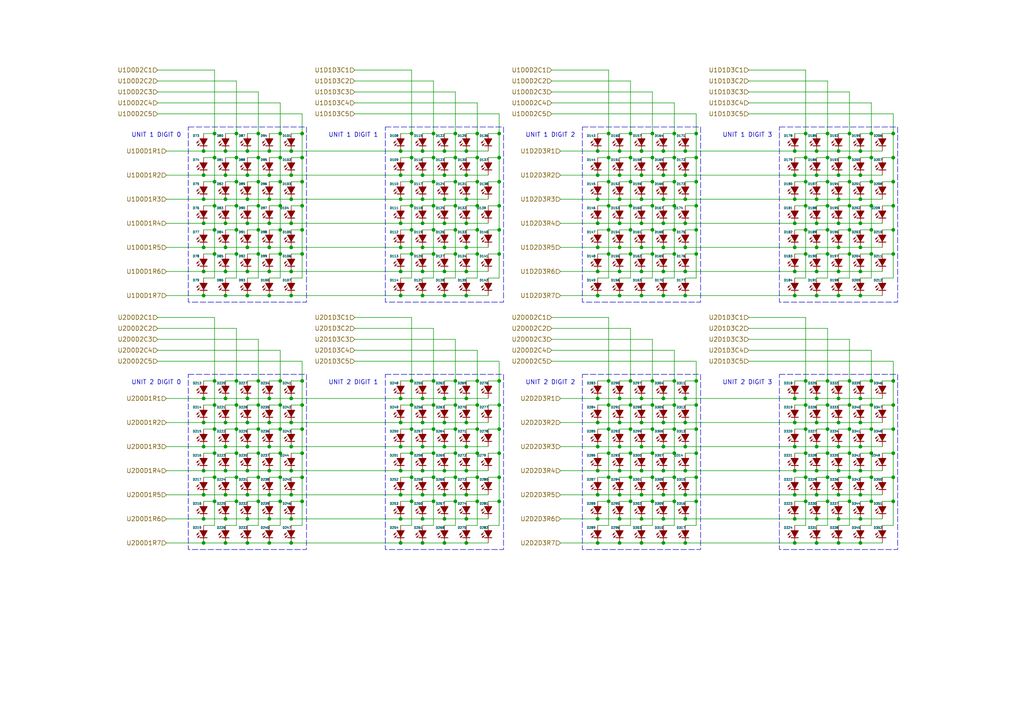
<source format=kicad_sch>
(kicad_sch (version 20230121) (generator eeschema)
  (paper "A4")
  (title_block (title "Broadcast Clock") (date "2024-05-06") (rev "v1.0") (company "https://espenandersen.no") (comment 1 "LED matrices"))
  (junction (at 246.38 138.43))
  (junction (at 84.455 57.785))
  (junction (at 201.93 110.49))
  (junction (at 81.28 124.46))
  (junction (at 65.405 50.8))
  (junction (at 182.88 45.72))
  (junction (at 128.905 85.725))
  (junction (at 132.08 66.675))
  (junction (at 233.68 45.72))
  (junction (at 138.43 124.46))
  (junction (at 236.855 64.77))
  (junction (at 138.43 38.735))
  (junction (at 240.03 38.735))
  (junction (at 128.905 122.555))
  (junction (at 144.78 117.475))
  (junction (at 259.08 131.445))
  (junction (at 249.555 129.54))
  (junction (at 201.93 66.675))
  (junction (at 195.58 131.445))
  (junction (at 179.705 85.725))
  (junction (at 192.405 71.755))
  (junction (at 198.755 143.51))
  (junction (at 81.28 131.445))
  (junction (at 132.08 73.66))
  (junction (at 78.105 78.74))
  (junction (at 230.505 85.725))
  (junction (at 195.58 145.415))
  (junction (at 249.555 115.57))
  (junction (at 259.08 66.675))
  (junction (at 71.755 71.755))
  (junction (at 252.73 66.675))
  (junction (at 62.23 145.415))
  (junction (at 135.255 64.77))
  (junction (at 179.705 64.77))
  (junction (at 128.905 43.815))
  (junction (at 87.63 52.705))
  (junction (at 189.23 45.72))
  (junction (at 230.505 150.495))
  (junction (at 249.555 78.74))
  (junction (at 179.705 150.495))
  (junction (at 189.23 52.705))
  (junction (at 176.53 59.69))
  (junction (at 252.73 145.415))
  (junction (at 116.205 85.725))
  (junction (at 198.755 129.54))
  (junction (at 243.205 43.815))
  (junction (at 236.855 85.725))
  (junction (at 233.68 52.705))
  (junction (at 65.405 64.77))
  (junction (at 132.08 131.445))
  (junction (at 138.43 145.415))
  (junction (at 192.405 43.815))
  (junction (at 81.28 117.475))
  (junction (at 246.38 73.66))
  (junction (at 249.555 71.755))
  (junction (at 119.38 66.675))
  (junction (at 198.755 150.495))
  (junction (at 198.755 50.8))
  (junction (at 144.78 52.705))
  (junction (at 243.205 136.525))
  (junction (at 138.43 138.43))
  (junction (at 176.53 124.46))
  (junction (at 132.08 38.735))
  (junction (at 122.555 115.57))
  (junction (at 230.505 136.525))
  (junction (at 233.68 138.43))
  (junction (at 179.705 129.54))
  (junction (at 173.355 129.54))
  (junction (at 249.555 136.525))
  (junction (at 195.58 73.66))
  (junction (at 122.555 50.8))
  (junction (at 71.755 122.555))
  (junction (at 116.205 122.555))
  (junction (at 252.73 110.49))
  (junction (at 128.905 57.785))
  (junction (at 236.855 143.51))
  (junction (at 84.455 115.57))
  (junction (at 233.68 38.735))
  (junction (at 230.505 157.48))
  (junction (at 128.905 115.57))
  (junction (at 186.055 85.725))
  (junction (at 119.38 138.43))
  (junction (at 233.68 145.415))
  (junction (at 68.58 73.66))
  (junction (at 87.63 38.735))
  (junction (at 132.08 145.415))
  (junction (at 81.28 73.66))
  (junction (at 144.78 124.46))
  (junction (at 252.73 59.69))
  (junction (at 138.43 110.49))
  (junction (at 78.105 43.815))
  (junction (at 189.23 145.415))
  (junction (at 116.205 64.77))
  (junction (at 59.055 143.51))
  (junction (at 192.405 85.725))
  (junction (at 65.405 143.51))
  (junction (at 179.705 122.555))
  (junction (at 192.405 57.785))
  (junction (at 71.755 136.525))
  (junction (at 243.205 64.77))
  (junction (at 74.93 38.735))
  (junction (at 81.28 52.705))
  (junction (at 59.055 85.725))
  (junction (at 252.73 131.445))
  (junction (at 74.93 145.415))
  (junction (at 116.205 43.815))
  (junction (at 179.705 143.51))
  (junction (at 176.53 145.415))
  (junction (at 62.23 52.705))
  (junction (at 59.055 43.815))
  (junction (at 135.255 71.755))
  (junction (at 144.78 131.445))
  (junction (at 125.73 145.415))
  (junction (at 249.555 43.815))
  (junction (at 240.03 59.69))
  (junction (at 144.78 66.675))
  (junction (at 135.255 150.495))
  (junction (at 62.23 124.46))
  (junction (at 119.38 52.705))
  (junction (at 78.105 129.54))
  (junction (at 173.355 64.77))
  (junction (at 201.93 59.69))
  (junction (at 236.855 122.555))
  (junction (at 135.255 136.525))
  (junction (at 87.63 124.46))
  (junction (at 249.555 64.77))
  (junction (at 252.73 45.72))
  (junction (at 201.93 124.46))
  (junction (at 179.705 57.785))
  (junction (at 186.055 150.495))
  (junction (at 249.555 150.495))
  (junction (at 243.205 150.495))
  (junction (at 144.78 110.49))
  (junction (at 84.455 157.48))
  (junction (at 128.905 78.74))
  (junction (at 243.205 85.725))
  (junction (at 240.03 45.72))
  (junction (at 78.105 122.555))
  (junction (at 192.405 122.555))
  (junction (at 65.405 150.495))
  (junction (at 128.905 150.495))
  (junction (at 84.455 85.725))
  (junction (at 192.405 78.74))
  (junction (at 198.755 43.815))
  (junction (at 198.755 136.525))
  (junction (at 259.08 38.735))
  (junction (at 87.63 117.475))
  (junction (at 135.255 129.54))
  (junction (at 249.555 57.785))
  (junction (at 74.93 66.675))
  (junction (at 68.58 131.445))
  (junction (at 186.055 78.74))
  (junction (at 132.08 59.69))
  (junction (at 173.355 143.51))
  (junction (at 78.105 57.785))
  (junction (at 189.23 38.735))
  (junction (at 65.405 122.555))
  (junction (at 128.905 136.525))
  (junction (at 68.58 110.49))
  (junction (at 71.755 57.785))
  (junction (at 182.88 117.475))
  (junction (at 132.08 124.46))
  (junction (at 65.405 129.54))
  (junction (at 192.405 129.54))
  (junction (at 78.105 71.755))
  (junction (at 240.03 138.43))
  (junction (at 189.23 117.475))
  (junction (at 246.38 145.415))
  (junction (at 246.38 59.69))
  (junction (at 81.28 38.735))
  (junction (at 182.88 38.735))
  (junction (at 87.63 66.675))
  (junction (at 189.23 124.46))
  (junction (at 249.555 50.8))
  (junction (at 259.08 117.475))
  (junction (at 74.93 131.445))
  (junction (at 135.255 57.785))
  (junction (at 119.38 73.66))
  (junction (at 71.755 43.815))
  (junction (at 186.055 57.785))
  (junction (at 230.505 78.74))
  (junction (at 192.405 143.51))
  (junction (at 78.105 157.48))
  (junction (at 122.555 122.555))
  (junction (at 78.105 50.8))
  (junction (at 192.405 115.57))
  (junction (at 84.455 143.51))
  (junction (at 116.205 157.48))
  (junction (at 259.08 52.705))
  (junction (at 246.38 110.49))
  (junction (at 246.38 66.675))
  (junction (at 59.055 78.74))
  (junction (at 236.855 157.48))
  (junction (at 65.405 57.785))
  (junction (at 135.255 122.555))
  (junction (at 230.505 64.77))
  (junction (at 259.08 145.415))
  (junction (at 62.23 38.735))
  (junction (at 186.055 115.57))
  (junction (at 138.43 59.69))
  (junction (at 78.105 85.725))
  (junction (at 176.53 131.445))
  (junction (at 125.73 38.735))
  (junction (at 125.73 131.445))
  (junction (at 186.055 129.54))
  (junction (at 135.255 50.8))
  (junction (at 230.505 43.815))
  (junction (at 65.405 78.74))
  (junction (at 243.205 78.74))
  (junction (at 173.355 50.8))
  (junction (at 189.23 59.69))
  (junction (at 176.53 52.705))
  (junction (at 144.78 45.72))
  (junction (at 116.205 50.8))
  (junction (at 182.88 52.705))
  (junction (at 84.455 64.77))
  (junction (at 74.93 124.46))
  (junction (at 122.555 64.77))
  (junction (at 186.055 122.555))
  (junction (at 122.555 71.755))
  (junction (at 173.355 122.555))
  (junction (at 122.555 57.785))
  (junction (at 233.68 59.69))
  (junction (at 74.93 45.72))
  (junction (at 74.93 117.475))
  (junction (at 195.58 59.69))
  (junction (at 122.555 129.54))
  (junction (at 243.205 129.54))
  (junction (at 59.055 57.785))
  (junction (at 252.73 138.43))
  (junction (at 59.055 129.54))
  (junction (at 259.08 110.49))
  (junction (at 173.355 71.755))
  (junction (at 246.38 45.72))
  (junction (at 173.355 78.74))
  (junction (at 240.03 124.46))
  (junction (at 116.205 78.74))
  (junction (at 192.405 136.525))
  (junction (at 87.63 73.66))
  (junction (at 179.705 50.8))
  (junction (at 233.68 117.475))
  (junction (at 182.88 73.66))
  (junction (at 122.555 85.725))
  (junction (at 182.88 124.46))
  (junction (at 59.055 157.48))
  (junction (at 186.055 136.525))
  (junction (at 201.93 45.72))
  (junction (at 74.93 73.66))
  (junction (at 252.73 38.735))
  (junction (at 198.755 57.785))
  (junction (at 173.355 43.815))
  (junction (at 236.855 150.495))
  (junction (at 132.08 45.72))
  (junction (at 195.58 38.735))
  (junction (at 68.58 138.43))
  (junction (at 59.055 115.57))
  (junction (at 246.38 117.475))
  (junction (at 135.255 43.815))
  (junction (at 65.405 136.525))
  (junction (at 116.205 71.755))
  (junction (at 65.405 115.57))
  (junction (at 119.38 124.46))
  (junction (at 230.505 71.755))
  (junction (at 195.58 138.43))
  (junction (at 252.73 124.46))
  (junction (at 122.555 150.495))
  (junction (at 71.755 50.8))
  (junction (at 173.355 57.785))
  (junction (at 59.055 50.8))
  (junction (at 71.755 85.725))
  (junction (at 201.93 145.415))
  (junction (at 236.855 43.815))
  (junction (at 132.08 138.43))
  (junction (at 182.88 110.49))
  (junction (at 122.555 143.51))
  (junction (at 138.43 73.66))
  (junction (at 81.28 45.72))
  (junction (at 240.03 131.445))
  (junction (at 195.58 124.46))
  (junction (at 182.88 145.415))
  (junction (at 128.905 50.8))
  (junction (at 230.505 57.785))
  (junction (at 236.855 71.755))
  (junction (at 249.555 85.725))
  (junction (at 74.93 138.43))
  (junction (at 173.355 150.495))
  (junction (at 68.58 52.705))
  (junction (at 84.455 43.815))
  (junction (at 125.73 117.475))
  (junction (at 173.355 157.48))
  (junction (at 84.455 71.755))
  (junction (at 192.405 157.48))
  (junction (at 128.905 71.755))
  (junction (at 192.405 64.77))
  (junction (at 236.855 129.54))
  (junction (at 195.58 66.675))
  (junction (at 81.28 138.43))
  (junction (at 233.68 131.445))
  (junction (at 125.73 59.69))
  (junction (at 116.205 115.57))
  (junction (at 122.555 43.815))
  (junction (at 71.755 64.77))
  (junction (at 135.255 157.48))
  (junction (at 68.58 59.69))
  (junction (at 259.08 124.46))
  (junction (at 62.23 117.475))
  (junction (at 74.93 59.69))
  (junction (at 243.205 115.57))
  (junction (at 179.705 136.525))
  (junction (at 59.055 136.525))
  (junction (at 243.205 57.785))
  (junction (at 240.03 66.675))
  (junction (at 87.63 131.445))
  (junction (at 138.43 66.675))
  (junction (at 249.555 157.48))
  (junction (at 132.08 52.705))
  (junction (at 116.205 129.54))
  (junction (at 195.58 45.72))
  (junction (at 230.505 143.51))
  (junction (at 246.38 124.46))
  (junction (at 119.38 38.735))
  (junction (at 62.23 45.72))
  (junction (at 78.105 115.57))
  (junction (at 249.555 122.555))
  (junction (at 68.58 117.475))
  (junction (at 230.505 115.57))
  (junction (at 252.73 117.475))
  (junction (at 78.105 64.77))
  (junction (at 192.405 150.495))
  (junction (at 138.43 45.72))
  (junction (at 198.755 64.77))
  (junction (at 74.93 110.49))
  (junction (at 144.78 138.43))
  (junction (at 246.38 38.735))
  (junction (at 65.405 43.815))
  (junction (at 144.78 145.415))
  (junction (at 116.205 57.785))
  (junction (at 186.055 143.51))
  (junction (at 259.08 59.69))
  (junction (at 176.53 110.49))
  (junction (at 84.455 129.54))
  (junction (at 128.905 129.54))
  (junction (at 84.455 50.8))
  (junction (at 243.205 50.8))
  (junction (at 236.855 57.785))
  (junction (at 128.905 143.51))
  (junction (at 230.505 50.8))
  (junction (at 189.23 73.66))
  (junction (at 81.28 66.675))
  (junction (at 71.755 78.74))
  (junction (at 78.105 150.495))
  (junction (at 68.58 124.46))
  (junction (at 62.23 131.445))
  (junction (at 84.455 122.555))
  (junction (at 65.405 157.48))
  (junction (at 119.38 59.69))
  (junction (at 176.53 117.475))
  (junction (at 138.43 131.445))
  (junction (at 59.055 150.495))
  (junction (at 68.58 38.735))
  (junction (at 243.205 71.755))
  (junction (at 87.63 138.43))
  (junction (at 65.405 71.755))
  (junction (at 176.53 38.735))
  (junction (at 62.23 110.49))
  (junction (at 116.205 136.525))
  (junction (at 201.93 138.43))
  (junction (at 68.58 145.415))
  (junction (at 176.53 45.72))
  (junction (at 87.63 45.72))
  (junction (at 240.03 117.475))
  (junction (at 259.08 138.43))
  (junction (at 84.455 136.525))
  (junction (at 62.23 138.43))
  (junction (at 189.23 131.445))
  (junction (at 81.28 59.69))
  (junction (at 198.755 115.57))
  (junction (at 81.28 145.415))
  (junction (at 189.23 110.49))
  (junction (at 119.38 145.415))
  (junction (at 236.855 78.74))
  (junction (at 240.03 73.66))
  (junction (at 138.43 117.475))
  (junction (at 176.53 66.675))
  (junction (at 65.405 85.725))
  (junction (at 78.105 136.525))
  (junction (at 189.23 138.43))
  (junction (at 144.78 38.735))
  (junction (at 59.055 64.77))
  (junction (at 230.505 129.54))
  (junction (at 179.705 157.48))
  (junction (at 144.78 73.66))
  (junction (at 236.855 136.525))
  (junction (at 62.23 59.69))
  (junction (at 173.355 115.57))
  (junction (at 84.455 150.495))
  (junction (at 198.755 71.755))
  (junction (at 128.905 157.48))
  (junction (at 116.205 150.495))
  (junction (at 132.08 110.49))
  (junction (at 179.705 71.755))
  (junction (at 189.23 66.675))
  (junction (at 87.63 59.69))
  (junction (at 186.055 43.815))
  (junction (at 122.555 157.48))
  (junction (at 122.555 136.525))
  (junction (at 201.93 38.735))
  (junction (at 119.38 117.475))
  (junction (at 116.205 143.51))
  (junction (at 132.08 117.475))
  (junction (at 125.73 73.66))
  (junction (at 195.58 110.49))
  (junction (at 195.58 117.475))
  (junction (at 84.455 78.74))
  (junction (at 201.93 52.705))
  (junction (at 144.78 59.69))
  (junction (at 71.755 150.495))
  (junction (at 182.88 138.43))
  (junction (at 198.755 157.48))
  (junction (at 179.705 43.815))
  (junction (at 246.38 52.705))
  (junction (at 201.93 131.445))
  (junction (at 135.255 78.74))
  (junction (at 243.205 122.555))
  (junction (at 71.755 115.57))
  (junction (at 135.255 115.57))
  (junction (at 259.08 73.66))
  (junction (at 252.73 52.705))
  (junction (at 173.355 136.525))
  (junction (at 240.03 145.415))
  (junction (at 81.28 110.49))
  (junction (at 68.58 45.72))
  (junction (at 198.755 85.725))
  (junction (at 179.705 115.57))
  (junction (at 74.93 52.705))
  (junction (at 128.905 64.77))
  (junction (at 230.505 122.555))
  (junction (at 243.205 157.48))
  (junction (at 243.205 143.51))
  (junction (at 62.23 73.66))
  (junction (at 249.555 143.51))
  (junction (at 233.68 110.49))
  (junction (at 236.855 50.8))
  (junction (at 59.055 122.555))
  (junction (at 233.68 73.66))
  (junction (at 125.73 45.72))
  (junction (at 198.755 78.74))
  (junction (at 252.73 73.66))
  (junction (at 182.88 131.445))
  (junction (at 182.88 66.675))
  (junction (at 179.705 78.74))
  (junction (at 78.105 143.51))
  (junction (at 240.03 52.705))
  (junction (at 173.355 85.725))
  (junction (at 201.93 117.475))
  (junction (at 119.38 45.72))
  (junction (at 59.055 71.755))
  (junction (at 122.555 78.74))
  (junction (at 125.73 66.675))
  (junction (at 186.055 64.77))
  (junction (at 135.255 85.725))
  (junction (at 68.58 66.675))
  (junction (at 62.23 66.675))
  (junction (at 198.755 122.555))
  (junction (at 186.055 157.48))
  (junction (at 192.405 50.8))
  (junction (at 176.53 73.66))
  (junction (at 201.93 73.66))
  (junction (at 186.055 71.755))
  (junction (at 87.63 110.49))
  (junction (at 182.88 59.69))
  (junction (at 87.63 145.415))
  (junction (at 186.055 50.8))
  (junction (at 240.03 110.49))
  (junction (at 125.73 52.705))
  (junction (at 125.73 138.43))
  (junction (at 195.58 52.705))
  (junction (at 71.755 143.51))
  (junction (at 259.08 45.72))
  (junction (at 125.73 110.49))
  (junction (at 138.43 52.705))
  (junction (at 246.38 131.445))
  (junction (at 233.68 124.46))
  (junction (at 119.38 110.49))
  (junction (at 233.68 66.675))
  (junction (at 71.755 129.54))
  (junction (at 125.73 124.46))
  (junction (at 119.38 131.445))
  (junction (at 71.755 157.48))
  (junction (at 176.53 138.43))
  (junction (at 236.855 115.57))
  (junction (at 135.255 143.51))
  (wire (pts (xy 236.855 143.51) (xy 243.205 143.51)))
  (wire (pts (xy 173.355 136.525) (xy 179.705 136.525)))
  (wire (pts (xy 141.605 138.43) (xy 144.78 138.43)))
  (wire (pts (xy 192.405 157.48) (xy 198.755 157.48)))
  (wire (pts (xy 62.23 38.735) (xy 62.23 45.72)))
  (wire (pts (xy 249.555 117.475) (xy 252.73 117.475)))
  (wire (pts (xy 132.08 73.66) (xy 132.08 80.645)))
  (wire (pts (xy 195.58 38.735) (xy 195.58 45.72)))
  (wire (pts (xy 243.205 138.43) (xy 246.38 138.43)))
  (wire (pts (xy 138.43 124.46) (xy 138.43 131.445)))
  (wire (pts (xy 116.205 129.54) (xy 122.555 129.54)))
  (wire (pts (xy 125.73 66.675) (xy 125.73 73.66)))
  (wire (pts (xy 198.755 124.46) (xy 201.93 124.46)))
  (wire (pts (xy 255.905 66.675) (xy 259.08 66.675)))
  (wire (pts (xy 236.855 43.815) (xy 243.205 43.815)))
  (wire (pts (xy 78.105 38.735) (xy 81.28 38.735)))
  (wire (pts (xy 230.505 64.77) (xy 236.855 64.77)))
  (wire (pts (xy 135.255 59.69) (xy 138.43 59.69)))
  (wire (pts (xy 162.56 64.77) (xy 173.355 64.77)))
  (wire (pts (xy 173.355 78.74) (xy 179.705 78.74)))
  (wire (pts (xy 144.78 104.775) (xy 144.78 110.49)))
  (wire (pts (xy 48.26 64.77) (xy 59.055 64.77)))
  (wire (pts (xy 230.505 115.57) (xy 236.855 115.57)))
  (wire (pts (xy 122.555 145.415) (xy 125.73 145.415)))
  (wire (pts (xy 240.03 117.475) (xy 240.03 124.46)))
  (wire (pts (xy 179.705 136.525) (xy 186.055 136.525)))
  (wire (pts (xy 125.73 23.495) (xy 125.73 38.735)))
  (wire (pts (xy 59.055 110.49) (xy 62.23 110.49)))
  (wire (pts (xy 201.93 38.735) (xy 201.93 45.72)))
  (wire (pts (xy 198.755 66.675) (xy 201.93 66.675)))
  (wire (pts (xy 102.87 23.495) (xy 125.73 23.495)))
  (wire (pts (xy 119.38 117.475) (xy 119.38 124.46)))
  (wire (pts (xy 192.405 131.445) (xy 195.58 131.445)))
  (wire (pts (xy 122.555 131.445) (xy 125.73 131.445)))
  (wire (pts (xy 125.73 138.43) (xy 125.73 145.415)))
  (wire (pts (xy 144.78 73.66) (xy 144.78 80.645)))
  (wire (pts (xy 59.055 85.725) (xy 65.405 85.725)))
  (wire (pts (xy 87.63 124.46) (xy 87.63 131.445)))
  (wire (pts (xy 198.755 38.735) (xy 201.93 38.735)))
  (wire (pts (xy 122.555 45.72) (xy 125.73 45.72)))
  (wire (pts (xy 71.755 131.445) (xy 74.93 131.445)))
  (wire (pts (xy 176.53 73.66) (xy 176.53 80.645)))
  (wire (pts (xy 132.08 52.705) (xy 132.08 59.69)))
  (wire (pts (xy 141.605 59.69) (xy 144.78 59.69)))
  (wire (pts (xy 230.505 136.525) (xy 236.855 136.525)))
  (wire (pts (xy 78.105 138.43) (xy 81.28 138.43)))
  (wire (pts (xy 141.605 110.49) (xy 144.78 110.49)))
  (wire (pts (xy 71.755 152.4) (xy 74.93 152.4)))
  (wire (pts (xy 138.43 117.475) (xy 138.43 124.46)))
  (wire (pts (xy 48.26 85.725) (xy 59.055 85.725)))
  (wire (pts (xy 68.58 66.675) (xy 68.58 73.66)))
  (wire (pts (xy 176.53 138.43) (xy 176.53 145.415)))
  (wire (pts (xy 186.055 66.675) (xy 189.23 66.675)))
  (wire (pts (xy 48.26 50.8) (xy 59.055 50.8)))
  (wire (pts (xy 255.905 110.49) (xy 259.08 110.49)))
  (wire (pts (xy 198.755 110.49) (xy 201.93 110.49)))
  (wire (pts (xy 240.03 95.25) (xy 240.03 110.49)))
  (wire (pts (xy 201.93 33.02) (xy 201.93 38.735)))
  (wire (pts (xy 259.08 138.43) (xy 259.08 145.415)))
  (wire (pts (xy 78.105 124.46) (xy 81.28 124.46)))
  (wire (pts (xy 65.405 131.445) (xy 68.58 131.445)))
  (wire (pts (xy 122.555 85.725) (xy 128.905 85.725)))
  (wire (pts (xy 135.255 115.57) (xy 141.605 115.57)))
  (wire (pts (xy 48.26 122.555) (xy 59.055 122.555)))
  (wire (pts (xy 84.455 71.755) (xy 116.205 71.755)))
  (wire (pts (xy 116.205 52.705) (xy 119.38 52.705)))
  (wire (pts (xy 122.555 38.735) (xy 125.73 38.735)))
  (wire (pts (xy 195.58 66.675) (xy 195.58 73.66)))
  (wire (pts (xy 195.58 124.46) (xy 195.58 131.445)))
  (wire (pts (xy 192.405 43.815) (xy 198.755 43.815)))
  (wire (pts (xy 65.405 73.66) (xy 68.58 73.66)))
  (wire (pts (xy 128.905 64.77) (xy 135.255 64.77)))
  (wire (pts (xy 135.255 57.785) (xy 141.605 57.785)))
  (wire (pts (xy 87.63 52.705) (xy 87.63 59.69)))
  (wire (pts (xy 259.08 45.72) (xy 259.08 52.705)))
  (wire (pts (xy 65.405 117.475) (xy 68.58 117.475)))
  (wire (pts (xy 116.205 145.415) (xy 119.38 145.415)))
  (wire (pts (xy 65.405 52.705) (xy 68.58 52.705)))
  (wire (pts (xy 230.505 117.475) (xy 233.68 117.475)))
  (wire (pts (xy 45.72 20.32) (xy 62.23 20.32)))
  (wire (pts (xy 71.755 73.66) (xy 74.93 73.66)))
  (wire (pts (xy 160.02 101.6) (xy 195.58 101.6)))
  (wire (pts (xy 135.255 136.525) (xy 141.605 136.525)))
  (wire (pts (xy 122.555 64.77) (xy 128.905 64.77)))
  (wire (pts (xy 233.68 124.46) (xy 233.68 131.445)))
  (wire (pts (xy 84.455 80.645) (xy 87.63 80.645)))
  (wire (pts (xy 249.555 143.51) (xy 255.905 143.51)))
  (wire (pts (xy 62.23 45.72) (xy 62.23 52.705)))
  (wire (pts (xy 132.08 26.67) (xy 132.08 38.735)))
  (wire (pts (xy 243.205 157.48) (xy 249.555 157.48)))
  (wire (pts (xy 173.355 50.8) (xy 179.705 50.8)))
  (wire (pts (xy 176.53 38.735) (xy 176.53 45.72)))
  (wire (pts (xy 240.03 59.69) (xy 240.03 66.675)))
  (wire (pts (xy 186.055 59.69) (xy 189.23 59.69)))
  (wire (pts (xy 230.505 143.51) (xy 236.855 143.51)))
  (wire (pts (xy 68.58 52.705) (xy 68.58 59.69)))
  (wire (pts (xy 65.405 124.46) (xy 68.58 124.46)))
  (wire (pts (xy 71.755 122.555) (xy 78.105 122.555)))
  (wire (pts (xy 144.78 33.02) (xy 144.78 38.735)))
  (wire (pts (xy 74.93 52.705) (xy 74.93 59.69)))
  (wire (pts (xy 122.555 136.525) (xy 128.905 136.525)))
  (wire (pts (xy 233.68 66.675) (xy 233.68 73.66)))
  (wire (pts (xy 192.405 117.475) (xy 195.58 117.475)))
  (wire (pts (xy 48.26 78.74) (xy 59.055 78.74)))
  (wire (pts (xy 230.505 66.675) (xy 233.68 66.675)))
  (wire (pts (xy 249.555 80.645) (xy 252.73 80.645)))
  (wire (pts (xy 65.405 64.77) (xy 71.755 64.77)))
  (wire (pts (xy 230.505 71.755) (xy 236.855 71.755)))
  (wire (pts (xy 135.255 52.705) (xy 138.43 52.705)))
  (wire (pts (xy 59.055 157.48) (xy 65.405 157.48)))
  (wire (pts (xy 71.755 78.74) (xy 78.105 78.74)))
  (wire (pts (xy 132.08 110.49) (xy 132.08 117.475)))
  (wire (pts (xy 186.055 45.72) (xy 189.23 45.72)))
  (wire (pts (xy 125.73 117.475) (xy 125.73 124.46)))
  (wire (pts (xy 48.26 71.755) (xy 59.055 71.755)))
  (wire (pts (xy 230.505 57.785) (xy 236.855 57.785)))
  (wire (pts (xy 252.73 66.675) (xy 252.73 73.66)))
  (wire (pts (xy 135.255 38.735) (xy 138.43 38.735)))
  (wire (pts (xy 240.03 124.46) (xy 240.03 131.445)))
  (wire (pts (xy 81.28 110.49) (xy 81.28 117.475)))
  (wire (pts (xy 128.905 131.445) (xy 132.08 131.445)))
  (wire (pts (xy 189.23 66.675) (xy 189.23 73.66)))
  (wire (pts (xy 249.555 50.8) (xy 255.905 50.8)))
  (wire (pts (xy 160.02 20.32) (xy 176.53 20.32)))
  (wire (pts (xy 252.73 145.415) (xy 252.73 152.4)))
  (wire (pts (xy 78.105 57.785) (xy 84.455 57.785)))
  (wire (pts (xy 182.88 110.49) (xy 182.88 117.475)))
  (wire (pts (xy 135.255 43.815) (xy 141.605 43.815)))
  (wire (pts (xy 249.555 71.755) (xy 255.905 71.755)))
  (wire (pts (xy 78.105 129.54) (xy 84.455 129.54)))
  (wire (pts (xy 48.26 115.57) (xy 59.055 115.57)))
  (wire (pts (xy 78.105 66.675) (xy 81.28 66.675)))
  (wire (pts (xy 195.58 131.445) (xy 195.58 138.43)))
  (wire (pts (xy 84.455 43.815) (xy 116.205 43.815)))
  (wire (pts (xy 198.755 115.57) (xy 230.505 115.57)))
  (wire (pts (xy 176.53 124.46) (xy 176.53 131.445)))
  (wire (pts (xy 198.755 52.705) (xy 201.93 52.705)))
  (wire (pts (xy 243.205 71.755) (xy 249.555 71.755)))
  (wire (pts (xy 186.055 136.525) (xy 192.405 136.525)))
  (wire (pts (xy 125.73 95.25) (xy 125.73 110.49)))
  (wire (pts (xy 116.205 85.725) (xy 122.555 85.725)))
  (wire (pts (xy 119.38 138.43) (xy 119.38 145.415)))
  (wire (pts (xy 78.105 50.8) (xy 84.455 50.8)))
  (wire (pts (xy 186.055 110.49) (xy 189.23 110.49)))
  (wire (pts (xy 87.63 104.775) (xy 87.63 110.49)))
  (wire (pts (xy 195.58 52.705) (xy 195.58 59.69)))
  (wire (pts (xy 236.855 38.735) (xy 240.03 38.735)))
  (wire (pts (xy 119.38 131.445) (xy 119.38 138.43)))
  (wire (pts (xy 144.78 138.43) (xy 144.78 145.415)))
  (wire (pts (xy 243.205 57.785) (xy 249.555 57.785)))
  (wire (pts (xy 217.17 26.67) (xy 246.38 26.67)))
  (wire (pts (xy 160.02 98.425) (xy 189.23 98.425)))
  (wire (pts (xy 74.93 145.415) (xy 74.93 152.4)))
  (wire (pts (xy 84.455 73.66) (xy 87.63 73.66)))
  (wire (pts (xy 59.055 71.755) (xy 65.405 71.755)))
  (wire (pts (xy 81.28 145.415) (xy 81.28 152.4)))
  (wire (pts (xy 189.23 138.43) (xy 189.23 145.415)))
  (wire (pts (xy 198.755 85.725) (xy 230.505 85.725)))
  (wire (pts (xy 195.58 73.66) (xy 195.58 80.645)))
  (wire (pts (xy 243.205 115.57) (xy 249.555 115.57)))
  (wire (pts (xy 74.93 66.675) (xy 74.93 73.66)))
  (wire (pts (xy 74.93 124.46) (xy 74.93 131.445)))
  (wire (pts (xy 138.43 110.49) (xy 138.43 117.475)))
  (wire (pts (xy 176.53 145.415) (xy 176.53 152.4)))
  (wire (pts (xy 125.73 110.49) (xy 125.73 117.475)))
  (wire (pts (xy 74.93 38.735) (xy 74.93 45.72)))
  (wire (pts (xy 182.88 145.415) (xy 182.88 152.4)))
  (wire (pts (xy 186.055 73.66) (xy 189.23 73.66)))
  (wire (pts (xy 84.455 78.74) (xy 116.205 78.74)))
  (wire (pts (xy 132.08 145.415) (xy 132.08 152.4)))
  (wire (pts (xy 122.555 110.49) (xy 125.73 110.49)))
  (wire (pts (xy 68.58 23.495) (xy 68.58 38.735)))
  (wire (pts (xy 195.58 110.49) (xy 195.58 117.475)))
  (wire (pts (xy 255.905 59.69) (xy 259.08 59.69)))
  (wire (pts (xy 87.63 110.49) (xy 87.63 117.475)))
  (wire (pts (xy 116.205 138.43) (xy 119.38 138.43)))
  (wire (pts (xy 249.555 131.445) (xy 252.73 131.445)))
  (wire (pts (xy 84.455 145.415) (xy 87.63 145.415)))
  (wire (pts (xy 119.38 59.69) (xy 119.38 66.675)))
  (wire (pts (xy 62.23 131.445) (xy 62.23 138.43)))
  (wire (pts (xy 144.78 45.72) (xy 144.78 52.705)))
  (wire (pts (xy 246.38 38.735) (xy 246.38 45.72)))
  (wire (pts (xy 240.03 45.72) (xy 240.03 52.705)))
  (wire (pts (xy 240.03 110.49) (xy 240.03 117.475)))
  (wire (pts (xy 102.87 33.02) (xy 144.78 33.02)))
  (wire (pts (xy 240.03 23.495) (xy 240.03 38.735)))
  (wire (pts (xy 179.705 138.43) (xy 182.88 138.43)))
  (wire (pts (xy 186.055 57.785) (xy 192.405 57.785)))
  (wire (pts (xy 182.88 52.705) (xy 182.88 59.69)))
  (wire (pts (xy 71.755 157.48) (xy 78.105 157.48)))
  (wire (pts (xy 71.755 64.77) (xy 78.105 64.77)))
  (wire (pts (xy 162.56 71.755) (xy 173.355 71.755)))
  (wire (pts (xy 119.38 38.735) (xy 119.38 45.72)))
  (wire (pts (xy 176.53 117.475) (xy 176.53 124.46)))
  (wire (pts (xy 84.455 117.475) (xy 87.63 117.475)))
  (wire (pts (xy 138.43 52.705) (xy 138.43 59.69)))
  (wire (pts (xy 74.93 26.67) (xy 74.93 38.735)))
  (wire (pts (xy 125.73 52.705) (xy 125.73 59.69)))
  (wire (pts (xy 249.555 64.77) (xy 255.905 64.77)))
  (wire (pts (xy 201.93 73.66) (xy 201.93 80.645)))
  (wire (pts (xy 179.705 64.77) (xy 186.055 64.77)))
  (wire (pts (xy 81.28 66.675) (xy 81.28 73.66)))
  (wire (pts (xy 132.08 138.43) (xy 132.08 145.415)))
  (wire (pts (xy 176.53 45.72) (xy 176.53 52.705)))
  (wire (pts (xy 259.08 52.705) (xy 259.08 59.69)))
  (wire (pts (xy 87.63 145.415) (xy 87.63 152.4)))
  (wire (pts (xy 252.73 59.69) (xy 252.73 66.675)))
  (wire (pts (xy 249.555 136.525) (xy 255.905 136.525)))
  (wire (pts (xy 249.555 85.725) (xy 255.905 85.725)))
  (wire (pts (xy 249.555 138.43) (xy 252.73 138.43)))
  (wire (pts (xy 45.72 104.775) (xy 87.63 104.775)))
  (wire (pts (xy 144.78 59.69) (xy 144.78 66.675)))
  (wire (pts (xy 186.055 157.48) (xy 192.405 157.48)))
  (wire (pts (xy 173.355 115.57) (xy 179.705 115.57)))
  (wire (pts (xy 173.355 38.735) (xy 176.53 38.735)))
  (wire (pts (xy 217.17 33.02) (xy 259.08 33.02)))
  (wire (pts (xy 243.205 80.645) (xy 246.38 80.645)))
  (wire (pts (xy 173.355 73.66) (xy 176.53 73.66)))
  (wire (pts (xy 192.405 85.725) (xy 198.755 85.725)))
  (wire (pts (xy 186.055 80.645) (xy 189.23 80.645)))
  (wire (pts (xy 236.855 138.43) (xy 240.03 138.43)))
  (wire (pts (xy 186.055 124.46) (xy 189.23 124.46)))
  (wire (pts (xy 132.08 117.475) (xy 132.08 124.46)))
  (wire (pts (xy 78.105 45.72) (xy 81.28 45.72)))
  (wire (pts (xy 176.53 92.075) (xy 176.53 110.49)))
  (wire (pts (xy 162.56 85.725) (xy 173.355 85.725)))
  (wire (pts (xy 192.405 71.755) (xy 198.755 71.755)))
  (wire (pts (xy 128.905 136.525) (xy 135.255 136.525)))
  (wire (pts (xy 135.255 110.49) (xy 138.43 110.49)))
  (wire (pts (xy 87.63 117.475) (xy 87.63 124.46)))
  (wire (pts (xy 71.755 117.475) (xy 74.93 117.475)))
  (wire (pts (xy 192.405 52.705) (xy 195.58 52.705)))
  (wire (pts (xy 201.93 131.445) (xy 201.93 138.43)))
  (wire (pts (xy 230.505 110.49) (xy 233.68 110.49)))
  (wire (pts (xy 62.23 145.415) (xy 62.23 152.4)))
  (wire (pts (xy 198.755 157.48) (xy 230.505 157.48)))
  (wire (pts (xy 249.555 150.495) (xy 255.905 150.495)))
  (wire (pts (xy 179.705 115.57) (xy 186.055 115.57)))
  (wire (pts (xy 259.08 38.735) (xy 259.08 45.72)))
  (wire (pts (xy 45.72 33.02) (xy 87.63 33.02)))
  (wire (pts (xy 179.705 157.48) (xy 186.055 157.48)))
  (wire (pts (xy 78.105 43.815) (xy 84.455 43.815)))
  (wire (pts (xy 119.38 145.415) (xy 119.38 152.4)))
  (wire (pts (xy 179.705 59.69) (xy 182.88 59.69)))
  (wire (pts (xy 233.68 110.49) (xy 233.68 117.475)))
  (wire (pts (xy 246.38 73.66) (xy 246.38 80.645)))
  (wire (pts (xy 192.405 66.675) (xy 195.58 66.675)))
  (wire (pts (xy 173.355 71.755) (xy 179.705 71.755)))
  (wire (pts (xy 192.405 136.525) (xy 198.755 136.525)))
  (wire (pts (xy 45.72 95.25) (xy 68.58 95.25)))
  (wire (pts (xy 48.26 150.495) (xy 59.055 150.495)))
  (wire (pts (xy 233.68 131.445) (xy 233.68 138.43)))
  (wire (pts (xy 122.555 50.8) (xy 128.905 50.8)))
  (wire (pts (xy 249.555 52.705) (xy 252.73 52.705)))
  (wire (pts (xy 116.205 143.51) (xy 122.555 143.51)))
  (wire (pts (xy 135.255 80.645) (xy 138.43 80.645)))
  (wire (pts (xy 65.405 152.4) (xy 68.58 152.4)))
  (wire (pts (xy 141.605 145.415) (xy 144.78 145.415)))
  (wire (pts (xy 135.255 71.755) (xy 141.605 71.755)))
  (wire (pts (xy 230.505 59.69) (xy 233.68 59.69)))
  (wire (pts (xy 135.255 85.725) (xy 141.605 85.725)))
  (wire (pts (xy 217.17 98.425) (xy 246.38 98.425)))
  (wire (pts (xy 198.755 122.555) (xy 230.505 122.555)))
  (wire (pts (xy 116.205 131.445) (xy 119.38 131.445)))
  (wire (pts (xy 236.855 157.48) (xy 243.205 157.48)))
  (wire (pts (xy 116.205 122.555) (xy 122.555 122.555)))
  (wire (pts (xy 233.68 117.475) (xy 233.68 124.46)))
  (wire (pts (xy 243.205 150.495) (xy 249.555 150.495)))
  (wire (pts (xy 243.205 152.4) (xy 246.38 152.4)))
  (wire (pts (xy 59.055 122.555) (xy 65.405 122.555)))
  (wire (pts (xy 236.855 78.74) (xy 243.205 78.74)))
  (wire (pts (xy 186.055 131.445) (xy 189.23 131.445)))
  (wire (pts (xy 201.93 117.475) (xy 201.93 124.46)))
  (wire (pts (xy 141.605 131.445) (xy 144.78 131.445)))
  (wire (pts (xy 68.58 145.415) (xy 68.58 152.4)))
  (wire (pts (xy 236.855 136.525) (xy 243.205 136.525)))
  (wire (pts (xy 102.87 92.075) (xy 119.38 92.075)))
  (wire (pts (xy 173.355 59.69) (xy 176.53 59.69)))
  (wire (pts (xy 71.755 138.43) (xy 74.93 138.43)))
  (wire (pts (xy 74.93 131.445) (xy 74.93 138.43)))
  (wire (pts (xy 243.205 50.8) (xy 249.555 50.8)))
  (wire (pts (xy 246.38 26.67) (xy 246.38 38.735)))
  (wire (pts (xy 217.17 95.25) (xy 240.03 95.25)))
  (wire (pts (xy 84.455 50.8) (xy 116.205 50.8)))
  (wire (pts (xy 59.055 38.735) (xy 62.23 38.735)))
  (wire (pts (xy 81.28 131.445) (xy 81.28 138.43)))
  (wire (pts (xy 176.53 59.69) (xy 176.53 66.675)))
  (wire (pts (xy 252.73 29.845) (xy 252.73 38.735)))
  (wire (pts (xy 135.255 117.475) (xy 138.43 117.475)))
  (wire (pts (xy 84.455 143.51) (xy 116.205 143.51)))
  (wire (pts (xy 249.555 73.66) (xy 252.73 73.66)))
  (wire (pts (xy 81.28 73.66) (xy 81.28 80.645)))
  (wire (pts (xy 255.905 38.735) (xy 259.08 38.735)))
  (wire (pts (xy 182.88 66.675) (xy 182.88 73.66)))
  (wire (pts (xy 189.23 52.705) (xy 189.23 59.69)))
  (wire (pts (xy 192.405 45.72) (xy 195.58 45.72)))
  (wire (pts (xy 71.755 66.675) (xy 74.93 66.675)))
  (wire (pts (xy 186.055 85.725) (xy 192.405 85.725)))
  (wire (pts (xy 236.855 110.49) (xy 240.03 110.49)))
  (wire (pts (xy 62.23 110.49) (xy 62.23 117.475)))
  (wire (pts (xy 48.26 43.815) (xy 59.055 43.815)))
  (wire (pts (xy 132.08 98.425) (xy 132.08 110.49)))
  (wire (pts (xy 125.73 131.445) (xy 125.73 138.43)))
  (wire (pts (xy 201.93 138.43) (xy 201.93 145.415)))
  (wire (pts (xy 138.43 101.6) (xy 138.43 110.49)))
  (wire (pts (xy 173.355 143.51) (xy 179.705 143.51)))
  (wire (pts (xy 236.855 50.8) (xy 243.205 50.8)))
  (wire (pts (xy 217.17 29.845) (xy 252.73 29.845)))
  (wire (pts (xy 192.405 129.54) (xy 198.755 129.54)))
  (wire (pts (xy 230.505 152.4) (xy 233.68 152.4)))
  (wire (pts (xy 65.405 66.675) (xy 68.58 66.675)))
  (wire (pts (xy 186.055 122.555) (xy 192.405 122.555)))
  (wire (pts (xy 249.555 145.415) (xy 252.73 145.415)))
  (wire (pts (xy 186.055 78.74) (xy 192.405 78.74)))
  (wire (pts (xy 125.73 59.69) (xy 125.73 66.675)))
  (wire (pts (xy 182.88 45.72) (xy 182.88 52.705)))
  (wire (pts (xy 62.23 66.675) (xy 62.23 73.66)))
  (wire (pts (xy 135.255 73.66) (xy 138.43 73.66)))
  (wire (pts (xy 186.055 150.495) (xy 192.405 150.495)))
  (wire (pts (xy 162.56 157.48) (xy 173.355 157.48)))
  (wire (pts (xy 246.38 110.49) (xy 246.38 117.475)))
  (wire (pts (xy 84.455 129.54) (xy 116.205 129.54)))
  (wire (pts (xy 87.63 131.445) (xy 87.63 138.43)))
  (wire (pts (xy 236.855 66.675) (xy 240.03 66.675)))
  (wire (pts (xy 195.58 101.6) (xy 195.58 110.49)))
  (wire (pts (xy 45.72 92.075) (xy 62.23 92.075)))
  (wire (pts (xy 255.905 145.415) (xy 259.08 145.415)))
  (wire (pts (xy 255.905 80.645) (xy 259.08 80.645)))
  (wire (pts (xy 84.455 138.43) (xy 87.63 138.43)))
  (wire (pts (xy 179.705 131.445) (xy 182.88 131.445)))
  (wire (pts (xy 119.38 124.46) (xy 119.38 131.445)))
  (wire (pts (xy 119.38 110.49) (xy 119.38 117.475)))
  (wire (pts (xy 68.58 59.69) (xy 68.58 66.675)))
  (wire (pts (xy 259.08 117.475) (xy 259.08 124.46)))
  (wire (pts (xy 236.855 73.66) (xy 240.03 73.66)))
  (wire (pts (xy 78.105 152.4) (xy 81.28 152.4)))
  (wire (pts (xy 186.055 138.43) (xy 189.23 138.43)))
  (wire (pts (xy 230.505 150.495) (xy 236.855 150.495)))
  (wire (pts (xy 116.205 110.49) (xy 119.38 110.49)))
  (wire (pts (xy 249.555 129.54) (xy 255.905 129.54)))
  (wire (pts (xy 68.58 45.72) (xy 68.58 52.705)))
  (wire (pts (xy 186.055 145.415) (xy 189.23 145.415)))
  (wire (pts (xy 230.505 129.54) (xy 236.855 129.54)))
  (wire (pts (xy 173.355 131.445) (xy 176.53 131.445)))
  (wire (pts (xy 62.23 124.46) (xy 62.23 131.445)))
  (wire (pts (xy 144.78 110.49) (xy 144.78 117.475)))
  (wire (pts (xy 74.93 59.69) (xy 74.93 66.675)))
  (wire (pts (xy 132.08 45.72) (xy 132.08 52.705)))
  (wire (pts (xy 233.68 145.415) (xy 233.68 152.4)))
  (wire (pts (xy 141.605 80.645) (xy 144.78 80.645)))
  (wire (pts (xy 160.02 26.67) (xy 189.23 26.67)))
  (wire (pts (xy 255.905 138.43) (xy 259.08 138.43)))
  (wire (pts (xy 243.205 52.705) (xy 246.38 52.705)))
  (wire (pts (xy 162.56 136.525) (xy 173.355 136.525)))
  (wire (pts (xy 189.23 110.49) (xy 189.23 117.475)))
  (wire (pts (xy 81.28 38.735) (xy 81.28 45.72)))
  (wire (pts (xy 116.205 66.675) (xy 119.38 66.675)))
  (wire (pts (xy 122.555 66.675) (xy 125.73 66.675)))
  (wire (pts (xy 59.055 57.785) (xy 65.405 57.785)))
  (wire (pts (xy 243.205 59.69) (xy 246.38 59.69)))
  (wire (pts (xy 119.38 92.075) (xy 119.38 110.49)))
  (wire (pts (xy 78.105 59.69) (xy 81.28 59.69)))
  (wire (pts (xy 182.88 95.25) (xy 182.88 110.49)))
  (wire (pts (xy 78.105 150.495) (xy 84.455 150.495)))
  (wire (pts (xy 189.23 98.425) (xy 189.23 110.49)))
  (wire (pts (xy 78.105 71.755) (xy 84.455 71.755)))
  (wire (pts (xy 138.43 138.43) (xy 138.43 145.415)))
  (wire (pts (xy 59.055 152.4) (xy 62.23 152.4)))
  (wire (pts (xy 233.68 38.735) (xy 233.68 45.72)))
  (wire (pts (xy 144.78 131.445) (xy 144.78 138.43)))
  (wire (pts (xy 102.87 104.775) (xy 144.78 104.775)))
  (wire (pts (xy 116.205 157.48) (xy 122.555 157.48)))
  (wire (pts (xy 189.23 145.415) (xy 189.23 152.4)))
  (wire (pts (xy 71.755 150.495) (xy 78.105 150.495)))
  (wire (pts (xy 135.255 131.445) (xy 138.43 131.445)))
  (wire (pts (xy 132.08 131.445) (xy 132.08 138.43)))
  (wire (pts (xy 78.105 73.66) (xy 81.28 73.66)))
  (wire (pts (xy 59.055 73.66) (xy 62.23 73.66)))
  (wire (pts (xy 84.455 64.77) (xy 116.205 64.77)))
  (wire (pts (xy 192.405 152.4) (xy 195.58 152.4)))
  (wire (pts (xy 125.73 145.415) (xy 125.73 152.4)))
  (wire (pts (xy 198.755 57.785) (xy 230.505 57.785)))
  (wire (pts (xy 173.355 122.555) (xy 179.705 122.555)))
  (wire (pts (xy 255.905 152.4) (xy 259.08 152.4)))
  (wire (pts (xy 198.755 73.66) (xy 201.93 73.66)))
  (wire (pts (xy 68.58 73.66) (xy 68.58 80.645)))
  (wire (pts (xy 78.105 131.445) (xy 81.28 131.445)))
  (wire (pts (xy 48.26 129.54) (xy 59.055 129.54)))
  (wire (pts (xy 236.855 52.705) (xy 240.03 52.705)))
  (wire (pts (xy 135.255 157.48) (xy 141.605 157.48)))
  (wire (pts (xy 198.755 59.69) (xy 201.93 59.69)))
  (wire (pts (xy 233.68 59.69) (xy 233.68 66.675)))
  (wire (pts (xy 236.855 115.57) (xy 243.205 115.57)))
  (wire (pts (xy 128.905 124.46) (xy 132.08 124.46)))
  (wire (pts (xy 243.205 85.725) (xy 249.555 85.725)))
  (wire (pts (xy 78.105 64.77) (xy 84.455 64.77)))
  (wire (pts (xy 119.38 45.72) (xy 119.38 52.705)))
  (wire (pts (xy 78.105 145.415) (xy 81.28 145.415)))
  (wire (pts (xy 217.17 92.075) (xy 233.68 92.075)))
  (wire (pts (xy 162.56 78.74) (xy 173.355 78.74)))
  (wire (pts (xy 135.255 64.77) (xy 141.605 64.77)))
  (wire (pts (xy 122.555 143.51) (xy 128.905 143.51)))
  (wire (pts (xy 201.93 145.415) (xy 201.93 152.4)))
  (wire (pts (xy 71.755 71.755) (xy 78.105 71.755)))
  (wire (pts (xy 233.68 92.075) (xy 233.68 110.49)))
  (wire (pts (xy 71.755 124.46) (xy 74.93 124.46)))
  (wire (pts (xy 59.055 131.445) (xy 62.23 131.445)))
  (wire (pts (xy 173.355 110.49) (xy 176.53 110.49)))
  (wire (pts (xy 78.105 157.48) (xy 84.455 157.48)))
  (wire (pts (xy 186.055 52.705) (xy 189.23 52.705)))
  (wire (pts (xy 65.405 78.74) (xy 71.755 78.74)))
  (wire (pts (xy 179.705 38.735) (xy 182.88 38.735)))
  (wire (pts (xy 71.755 59.69) (xy 74.93 59.69)))
  (wire (pts (xy 173.355 64.77) (xy 179.705 64.77)))
  (wire (pts (xy 243.205 124.46) (xy 246.38 124.46)))
  (wire (pts (xy 243.205 143.51) (xy 249.555 143.51)))
  (wire (pts (xy 116.205 59.69) (xy 119.38 59.69)))
  (wire (pts (xy 65.405 143.51) (xy 71.755 143.51)))
  (wire (pts (xy 59.055 138.43) (xy 62.23 138.43)))
  (wire (pts (xy 198.755 136.525) (xy 230.505 136.525)))
  (wire (pts (xy 45.72 101.6) (xy 81.28 101.6)))
  (wire (pts (xy 179.705 110.49) (xy 182.88 110.49)))
  (wire (pts (xy 246.38 124.46) (xy 246.38 131.445)))
  (wire (pts (xy 162.56 150.495) (xy 173.355 150.495)))
  (wire (pts (xy 192.405 38.735) (xy 195.58 38.735)))
  (wire (pts (xy 84.455 124.46) (xy 87.63 124.46)))
  (wire (pts (xy 135.255 66.675) (xy 138.43 66.675)))
  (wire (pts (xy 217.17 23.495) (xy 240.03 23.495)))
  (wire (pts (xy 179.705 122.555) (xy 186.055 122.555)))
  (wire (pts (xy 230.505 52.705) (xy 233.68 52.705)))
  (wire (pts (xy 198.755 131.445) (xy 201.93 131.445)))
  (wire (pts (xy 116.205 80.645) (xy 119.38 80.645)))
  (wire (pts (xy 243.205 110.49) (xy 246.38 110.49)))
  (wire (pts (xy 173.355 66.675) (xy 176.53 66.675)))
  (wire (pts (xy 71.755 52.705) (xy 74.93 52.705)))
  (wire (pts (xy 255.905 73.66) (xy 259.08 73.66)))
  (wire (pts (xy 217.17 104.775) (xy 259.08 104.775)))
  (wire (pts (xy 162.56 129.54) (xy 173.355 129.54)))
  (wire (pts (xy 128.905 152.4) (xy 132.08 152.4)))
  (wire (pts (xy 135.255 50.8) (xy 141.605 50.8)))
  (wire (pts (xy 259.08 73.66) (xy 259.08 80.645)))
  (wire (pts (xy 48.26 143.51) (xy 59.055 143.51)))
  (wire (pts (xy 59.055 43.815) (xy 65.405 43.815)))
  (wire (pts (xy 78.105 52.705) (xy 81.28 52.705)))
  (wire (pts (xy 119.38 73.66) (xy 119.38 80.645)))
  (wire (pts (xy 132.08 124.46) (xy 132.08 131.445)))
  (wire (pts (xy 176.53 20.32) (xy 176.53 38.735)))
  (wire (pts (xy 233.68 52.705) (xy 233.68 59.69)))
  (wire (pts (xy 249.555 78.74) (xy 255.905 78.74)))
  (wire (pts (xy 135.255 138.43) (xy 138.43 138.43)))
  (wire (pts (xy 119.38 66.675) (xy 119.38 73.66)))
  (wire (pts (xy 162.56 143.51) (xy 173.355 143.51)))
  (wire (pts (xy 230.505 43.815) (xy 236.855 43.815)))
  (wire (pts (xy 243.205 43.815) (xy 249.555 43.815)))
  (wire (pts (xy 102.87 29.845) (xy 138.43 29.845)))
  (wire (pts (xy 243.205 131.445) (xy 246.38 131.445)))
  (wire (pts (xy 59.055 129.54) (xy 65.405 129.54)))
  (wire (pts (xy 252.73 124.46) (xy 252.73 131.445)))
  (wire (pts (xy 179.705 85.725) (xy 186.055 85.725)))
  (wire (pts (xy 84.455 115.57) (xy 116.205 115.57)))
  (wire (pts (xy 138.43 73.66) (xy 138.43 80.645)))
  (wire (pts (xy 81.28 59.69) (xy 81.28 66.675)))
  (wire (pts (xy 186.055 152.4) (xy 189.23 152.4)))
  (wire (pts (xy 65.405 145.415) (xy 68.58 145.415)))
  (wire (pts (xy 71.755 143.51) (xy 78.105 143.51)))
  (wire (pts (xy 192.405 124.46) (xy 195.58 124.46)))
  (wire (pts (xy 249.555 157.48) (xy 255.905 157.48)))
  (wire (pts (xy 179.705 150.495) (xy 186.055 150.495)))
  (wire (pts (xy 182.88 117.475) (xy 182.88 124.46)))
  (wire (pts (xy 186.055 38.735) (xy 189.23 38.735)))
  (wire (pts (xy 122.555 43.815) (xy 128.905 43.815)))
  (wire (pts (xy 84.455 157.48) (xy 116.205 157.48)))
  (wire (pts (xy 233.68 138.43) (xy 233.68 145.415)))
  (wire (pts (xy 243.205 38.735) (xy 246.38 38.735)))
  (wire (pts (xy 59.055 59.69) (xy 62.23 59.69)))
  (wire (pts (xy 71.755 129.54) (xy 78.105 129.54)))
  (wire (pts (xy 173.355 85.725) (xy 179.705 85.725)))
  (wire (pts (xy 68.58 138.43) (xy 68.58 145.415)))
  (wire (pts (xy 84.455 66.675) (xy 87.63 66.675)))
  (wire (pts (xy 201.93 104.775) (xy 201.93 110.49)))
  (wire (pts (xy 78.105 115.57) (xy 84.455 115.57)))
  (wire (pts (xy 128.905 38.735) (xy 132.08 38.735)))
  (wire (pts (xy 65.405 43.815) (xy 71.755 43.815)))
  (wire (pts (xy 141.605 45.72) (xy 144.78 45.72)))
  (wire (pts (xy 81.28 45.72) (xy 81.28 52.705)))
  (wire (pts (xy 84.455 152.4) (xy 87.63 152.4)))
  (wire (pts (xy 122.555 71.755) (xy 128.905 71.755)))
  (wire (pts (xy 230.505 124.46) (xy 233.68 124.46)))
  (wire (pts (xy 128.905 57.785) (xy 135.255 57.785)))
  (wire (pts (xy 81.28 29.845) (xy 81.28 38.735)))
  (wire (pts (xy 116.205 78.74) (xy 122.555 78.74)))
  (wire (pts (xy 195.58 145.415) (xy 195.58 152.4)))
  (wire (pts (xy 198.755 145.415) (xy 201.93 145.415)))
  (wire (pts (xy 62.23 92.075) (xy 62.23 110.49)))
  (wire (pts (xy 252.73 131.445) (xy 252.73 138.43)))
  (wire (pts (xy 81.28 52.705) (xy 81.28 59.69)))
  (wire (pts (xy 179.705 78.74) (xy 186.055 78.74)))
  (wire (pts (xy 128.905 138.43) (xy 132.08 138.43)))
  (wire (pts (xy 62.23 20.32) (xy 62.23 38.735)))
  (wire (pts (xy 135.255 124.46) (xy 138.43 124.46)))
  (wire (pts (xy 71.755 115.57) (xy 78.105 115.57)))
  (wire (pts (xy 186.055 143.51) (xy 192.405 143.51)))
  (wire (pts (xy 192.405 115.57) (xy 198.755 115.57)))
  (wire (pts (xy 162.56 122.555) (xy 173.355 122.555)))
  (wire (pts (xy 249.555 66.675) (xy 252.73 66.675)))
  (wire (pts (xy 189.23 45.72) (xy 189.23 52.705)))
  (wire (pts (xy 201.93 52.705) (xy 201.93 59.69)))
  (wire (pts (xy 259.08 145.415) (xy 259.08 152.4)))
  (wire (pts (xy 122.555 152.4) (xy 125.73 152.4)))
  (wire (pts (xy 122.555 78.74) (xy 128.905 78.74)))
  (wire (pts (xy 255.905 117.475) (xy 259.08 117.475)))
  (wire (pts (xy 59.055 145.415) (xy 62.23 145.415)))
  (wire (pts (xy 230.505 145.415) (xy 233.68 145.415)))
  (wire (pts (xy 243.205 122.555) (xy 249.555 122.555)))
  (wire (pts (xy 116.205 115.57) (xy 122.555 115.57)))
  (wire (pts (xy 179.705 152.4) (xy 182.88 152.4)))
  (wire (pts (xy 135.255 143.51) (xy 141.605 143.51)))
  (wire (pts (xy 259.08 66.675) (xy 259.08 73.66)))
  (wire (pts (xy 249.555 122.555) (xy 255.905 122.555)))
  (wire (pts (xy 122.555 124.46) (xy 125.73 124.46)))
  (wire (pts (xy 255.905 52.705) (xy 259.08 52.705)))
  (wire (pts (xy 71.755 57.785) (xy 78.105 57.785)))
  (wire (pts (xy 233.68 73.66) (xy 233.68 80.645)))
  (wire (pts (xy 78.105 117.475) (xy 81.28 117.475)))
  (wire (pts (xy 144.78 52.705) (xy 144.78 59.69)))
  (wire (pts (xy 71.755 45.72) (xy 74.93 45.72)))
  (wire (pts (xy 186.055 71.755) (xy 192.405 71.755)))
  (wire (pts (xy 68.58 124.46) (xy 68.58 131.445)))
  (wire (pts (xy 135.255 145.415) (xy 138.43 145.415)))
  (wire (pts (xy 198.755 152.4) (xy 201.93 152.4)))
  (wire (pts (xy 62.23 117.475) (xy 62.23 124.46)))
  (wire (pts (xy 122.555 150.495) (xy 128.905 150.495)))
  (wire (pts (xy 236.855 59.69) (xy 240.03 59.69)))
  (wire (pts (xy 176.53 52.705) (xy 176.53 59.69)))
  (wire (pts (xy 243.205 73.66) (xy 246.38 73.66)))
  (wire (pts (xy 59.055 80.645) (xy 62.23 80.645)))
  (wire (pts (xy 182.88 23.495) (xy 182.88 38.735)))
  (wire (pts (xy 162.56 57.785) (xy 173.355 57.785)))
  (wire (pts (xy 87.63 73.66) (xy 87.63 80.645)))
  (wire (pts (xy 255.905 131.445) (xy 259.08 131.445)))
  (wire (pts (xy 68.58 110.49) (xy 68.58 117.475)))
  (wire (pts (xy 236.855 124.46) (xy 240.03 124.46)))
  (wire (pts (xy 243.205 129.54) (xy 249.555 129.54)))
  (wire (pts (xy 122.555 117.475) (xy 125.73 117.475)))
  (wire (pts (xy 236.855 145.415) (xy 240.03 145.415)))
  (wire (pts (xy 122.555 59.69) (xy 125.73 59.69)))
  (wire (pts (xy 179.705 57.785) (xy 186.055 57.785)))
  (wire (pts (xy 246.38 45.72) (xy 246.38 52.705)))
  (wire (pts (xy 179.705 117.475) (xy 182.88 117.475)))
  (wire (pts (xy 128.905 143.51) (xy 135.255 143.51)))
  (wire (pts (xy 84.455 45.72) (xy 87.63 45.72)))
  (wire (pts (xy 128.905 78.74) (xy 135.255 78.74)))
  (wire (pts (xy 243.205 66.675) (xy 246.38 66.675)))
  (wire (pts (xy 122.555 73.66) (xy 125.73 73.66)))
  (wire (pts (xy 135.255 152.4) (xy 138.43 152.4)))
  (wire (pts (xy 236.855 122.555) (xy 243.205 122.555)))
  (wire (pts (xy 192.405 138.43) (xy 195.58 138.43)))
  (wire (pts (xy 122.555 122.555) (xy 128.905 122.555)))
  (wire (pts (xy 259.08 124.46) (xy 259.08 131.445)))
  (wire (pts (xy 230.505 85.725) (xy 236.855 85.725)))
  (wire (pts (xy 48.26 57.785) (xy 59.055 57.785)))
  (wire (pts (xy 65.405 115.57) (xy 71.755 115.57)))
  (wire (pts (xy 230.505 80.645) (xy 233.68 80.645)))
  (wire (pts (xy 138.43 29.845) (xy 138.43 38.735)))
  (wire (pts (xy 128.905 115.57) (xy 135.255 115.57)))
  (wire (pts (xy 195.58 59.69) (xy 195.58 66.675)))
  (wire (pts (xy 173.355 129.54) (xy 179.705 129.54)))
  (wire (pts (xy 116.205 124.46) (xy 119.38 124.46)))
  (wire (pts (xy 128.905 122.555) (xy 135.255 122.555)))
  (wire (pts (xy 201.93 59.69) (xy 201.93 66.675)))
  (wire (pts (xy 160.02 23.495) (xy 182.88 23.495)))
  (wire (pts (xy 144.78 124.46) (xy 144.78 131.445)))
  (wire (pts (xy 78.105 122.555) (xy 84.455 122.555)))
  (wire (pts (xy 162.56 43.815) (xy 173.355 43.815)))
  (wire (pts (xy 198.755 117.475) (xy 201.93 117.475)))
  (wire (pts (xy 78.105 110.49) (xy 81.28 110.49)))
  (wire (pts (xy 252.73 52.705) (xy 252.73 59.69)))
  (wire (pts (xy 65.405 136.525) (xy 71.755 136.525)))
  (wire (pts (xy 128.905 45.72) (xy 132.08 45.72)))
  (wire (pts (xy 236.855 152.4) (xy 240.03 152.4)))
  (wire (pts (xy 240.03 66.675) (xy 240.03 73.66)))
  (wire (pts (xy 192.405 73.66) (xy 195.58 73.66)))
  (wire (pts (xy 259.08 110.49) (xy 259.08 117.475)))
  (wire (pts (xy 84.455 57.785) (xy 116.205 57.785)))
  (wire (pts (xy 138.43 145.415) (xy 138.43 152.4)))
  (wire (pts (xy 119.38 52.705) (xy 119.38 59.69)))
  (wire (pts (xy 71.755 110.49) (xy 74.93 110.49)))
  (wire (pts (xy 45.72 98.425) (xy 74.93 98.425)))
  (wire (pts (xy 182.88 124.46) (xy 182.88 131.445)))
  (wire (pts (xy 230.505 38.735) (xy 233.68 38.735)))
  (wire (pts (xy 198.755 80.645) (xy 201.93 80.645)))
  (wire (pts (xy 246.38 52.705) (xy 246.38 59.69)))
  (wire (pts (xy 230.505 138.43) (xy 233.68 138.43)))
  (wire (pts (xy 141.605 117.475) (xy 144.78 117.475)))
  (wire (pts (xy 192.405 110.49) (xy 195.58 110.49)))
  (wire (pts (xy 179.705 45.72) (xy 182.88 45.72)))
  (wire (pts (xy 45.72 23.495) (xy 68.58 23.495)))
  (wire (pts (xy 87.63 38.735) (xy 87.63 45.72)))
  (wire (pts (xy 160.02 95.25) (xy 182.88 95.25)))
  (wire (pts (xy 173.355 43.815) (xy 179.705 43.815)))
  (wire (pts (xy 65.405 150.495) (xy 71.755 150.495)))
  (wire (pts (xy 116.205 117.475) (xy 119.38 117.475)))
  (wire (pts (xy 195.58 138.43) (xy 195.58 145.415)))
  (wire (pts (xy 240.03 38.735) (xy 240.03 45.72)))
  (wire (pts (xy 74.93 98.425) (xy 74.93 110.49)))
  (wire (pts (xy 249.555 59.69) (xy 252.73 59.69)))
  (wire (pts (xy 78.105 143.51) (xy 84.455 143.51)))
  (wire (pts (xy 125.73 38.735) (xy 125.73 45.72)))
  (wire (pts (xy 128.905 129.54) (xy 135.255 129.54)))
  (wire (pts (xy 243.205 45.72) (xy 246.38 45.72)))
  (wire (pts (xy 182.88 38.735) (xy 182.88 45.72)))
  (wire (pts (xy 179.705 143.51) (xy 186.055 143.51)))
  (wire (pts (xy 198.755 43.815) (xy 230.505 43.815)))
  (wire (pts (xy 192.405 78.74) (xy 198.755 78.74)))
  (wire (pts (xy 236.855 57.785) (xy 243.205 57.785)))
  (wire (pts (xy 128.905 73.66) (xy 132.08 73.66)))
  (wire (pts (xy 141.605 152.4) (xy 144.78 152.4)))
  (wire (pts (xy 201.93 66.675) (xy 201.93 73.66)))
  (wire (pts (xy 141.605 66.675) (xy 144.78 66.675)))
  (wire (pts (xy 189.23 124.46) (xy 189.23 131.445)))
  (wire (pts (xy 246.38 66.675) (xy 246.38 73.66)))
  (wire (pts (xy 71.755 80.645) (xy 74.93 80.645)))
  (wire (pts (xy 192.405 64.77) (xy 198.755 64.77)))
  (wire (pts (xy 179.705 71.755) (xy 186.055 71.755)))
  (wire (pts (xy 195.58 117.475) (xy 195.58 124.46)))
  (wire (pts (xy 144.78 117.475) (xy 144.78 124.46)))
  (wire (pts (xy 182.88 73.66) (xy 182.88 80.645)))
  (wire (pts (xy 189.23 131.445) (xy 189.23 138.43)))
  (wire (pts (xy 65.405 38.735) (xy 68.58 38.735)))
  (wire (pts (xy 65.405 71.755) (xy 71.755 71.755)))
  (wire (pts (xy 198.755 143.51) (xy 230.505 143.51)))
  (wire (pts (xy 68.58 95.25) (xy 68.58 110.49)))
  (wire (pts (xy 122.555 138.43) (xy 125.73 138.43)))
  (wire (pts (xy 68.58 131.445) (xy 68.58 138.43)))
  (wire (pts (xy 173.355 152.4) (xy 176.53 152.4)))
  (wire (pts (xy 78.105 78.74) (xy 84.455 78.74)))
  (wire (pts (xy 236.855 150.495) (xy 243.205 150.495)))
  (wire (pts (xy 81.28 124.46) (xy 81.28 131.445)))
  (wire (pts (xy 240.03 131.445) (xy 240.03 138.43)))
  (wire (pts (xy 81.28 138.43) (xy 81.28 145.415)))
  (wire (pts (xy 252.73 110.49) (xy 252.73 117.475)))
  (wire (pts (xy 59.055 45.72) (xy 62.23 45.72)))
  (wire (pts (xy 135.255 78.74) (xy 141.605 78.74)))
  (wire (pts (xy 249.555 43.815) (xy 255.905 43.815)))
  (wire (pts (xy 116.205 150.495) (xy 122.555 150.495)))
  (wire (pts (xy 189.23 26.67) (xy 189.23 38.735)))
  (wire (pts (xy 192.405 57.785) (xy 198.755 57.785)))
  (wire (pts (xy 122.555 80.645) (xy 125.73 80.645)))
  (wire (pts (xy 186.055 129.54) (xy 192.405 129.54)))
  (wire (pts (xy 160.02 29.845) (xy 195.58 29.845)))
  (wire (pts (xy 173.355 45.72) (xy 176.53 45.72)))
  (wire (pts (xy 173.355 117.475) (xy 176.53 117.475)))
  (wire (pts (xy 249.555 115.57) (xy 255.905 115.57)))
  (wire (pts (xy 138.43 131.445) (xy 138.43 138.43)))
  (wire (pts (xy 144.78 38.735) (xy 144.78 45.72)))
  (wire (pts (xy 189.23 59.69) (xy 189.23 66.675)))
  (wire (pts (xy 189.23 73.66) (xy 189.23 80.645)))
  (wire (pts (xy 65.405 129.54) (xy 71.755 129.54)))
  (wire (pts (xy 236.855 129.54) (xy 243.205 129.54)))
  (wire (pts (xy 246.38 59.69) (xy 246.38 66.675)))
  (wire (pts (xy 71.755 38.735) (xy 74.93 38.735)))
  (wire (pts (xy 230.505 73.66) (xy 233.68 73.66)))
  (wire (pts (xy 132.08 59.69) (xy 132.08 66.675)))
  (wire (pts (xy 102.87 26.67) (xy 132.08 26.67)))
  (wire (pts (xy 192.405 80.645) (xy 195.58 80.645)))
  (wire (pts (xy 173.355 124.46) (xy 176.53 124.46)))
  (wire (pts (xy 195.58 29.845) (xy 195.58 38.735)))
  (wire (pts (xy 138.43 66.675) (xy 138.43 73.66)))
  (wire (pts (xy 132.08 38.735) (xy 132.08 45.72)))
  (wire (pts (xy 173.355 150.495) (xy 179.705 150.495)))
  (wire (pts (xy 198.755 45.72) (xy 201.93 45.72)))
  (wire (pts (xy 59.055 52.705) (xy 62.23 52.705)))
  (wire (pts (xy 259.08 104.775) (xy 259.08 110.49)))
  (wire (pts (xy 71.755 85.725) (xy 78.105 85.725)))
  (wire (pts (xy 189.23 38.735) (xy 189.23 45.72)))
  (wire (pts (xy 246.38 138.43) (xy 246.38 145.415)))
  (wire (pts (xy 65.405 110.49) (xy 68.58 110.49)))
  (wire (pts (xy 243.205 78.74) (xy 249.555 78.74)))
  (wire (pts (xy 48.26 157.48) (xy 59.055 157.48)))
  (wire (pts (xy 259.08 33.02) (xy 259.08 38.735)))
  (wire (pts (xy 179.705 66.675) (xy 182.88 66.675)))
  (wire (pts (xy 162.56 115.57) (xy 173.355 115.57)))
  (wire (pts (xy 192.405 59.69) (xy 195.58 59.69)))
  (wire (pts (xy 74.93 73.66) (xy 74.93 80.645)))
  (wire (pts (xy 59.055 124.46) (xy 62.23 124.46)))
  (wire (pts (xy 71.755 145.415) (xy 74.93 145.415)))
  (wire (pts (xy 179.705 124.46) (xy 182.88 124.46)))
  (wire (pts (xy 65.405 57.785) (xy 71.755 57.785)))
  (wire (pts (xy 186.055 50.8) (xy 192.405 50.8)))
  (wire (pts (xy 84.455 136.525) (xy 116.205 136.525)))
  (wire (pts (xy 116.205 38.735) (xy 119.38 38.735)))
  (wire (pts (xy 81.28 117.475) (xy 81.28 124.46)))
  (wire (pts (xy 135.255 129.54) (xy 141.605 129.54)))
  (wire (pts (xy 141.605 38.735) (xy 144.78 38.735)))
  (wire (pts (xy 128.905 150.495) (xy 135.255 150.495)))
  (wire (pts (xy 74.93 117.475) (xy 74.93 124.46)))
  (wire (pts (xy 249.555 124.46) (xy 252.73 124.46)))
  (wire (pts (xy 192.405 143.51) (xy 198.755 143.51)))
  (wire (pts (xy 249.555 57.785) (xy 255.905 57.785)))
  (wire (pts (xy 182.88 59.69) (xy 182.88 66.675)))
  (wire (pts (xy 68.58 117.475) (xy 68.58 124.46)))
  (wire (pts (xy 116.205 57.785) (xy 122.555 57.785)))
  (wire (pts (xy 179.705 80.645) (xy 182.88 80.645)))
  (wire (pts (xy 243.205 145.415) (xy 246.38 145.415)))
  (wire (pts (xy 62.23 73.66) (xy 62.23 80.645)))
  (wire (pts (xy 186.055 43.815) (xy 192.405 43.815)))
  (wire (pts (xy 249.555 152.4) (xy 252.73 152.4)))
  (wire (pts (xy 59.055 66.675) (xy 62.23 66.675)))
  (wire (pts (xy 179.705 43.815) (xy 186.055 43.815)))
  (wire (pts (xy 144.78 66.675) (xy 144.78 73.66)))
  (wire (pts (xy 59.055 143.51) (xy 65.405 143.51)))
  (wire (pts (xy 59.055 50.8) (xy 65.405 50.8)))
  (wire (pts (xy 176.53 66.675) (xy 176.53 73.66)))
  (wire (pts (xy 186.055 64.77) (xy 192.405 64.77)))
  (wire (pts (xy 246.38 145.415) (xy 246.38 152.4)))
  (wire (pts (xy 84.455 38.735) (xy 87.63 38.735)))
  (wire (pts (xy 65.405 157.48) (xy 71.755 157.48)))
  (wire (pts (xy 173.355 52.705) (xy 176.53 52.705)))
  (wire (pts (xy 217.17 101.6) (xy 252.73 101.6)))
  (wire (pts (xy 122.555 115.57) (xy 128.905 115.57)))
  (wire (pts (xy 198.755 150.495) (xy 230.505 150.495)))
  (wire (pts (xy 78.105 136.525) (xy 84.455 136.525)))
  (wire (pts (xy 240.03 73.66) (xy 240.03 80.645)))
  (wire (pts (xy 59.055 64.77) (xy 65.405 64.77)))
  (wire (pts (xy 182.88 131.445) (xy 182.88 138.43)))
  (wire (pts (xy 173.355 80.645) (xy 176.53 80.645)))
  (wire (pts (xy 252.73 138.43) (xy 252.73 145.415)))
  (wire (pts (xy 236.855 131.445) (xy 240.03 131.445)))
  (wire (pts (xy 240.03 138.43) (xy 240.03 145.415)))
  (wire (pts (xy 78.105 85.725) (xy 84.455 85.725)))
  (wire (pts (xy 48.26 136.525) (xy 59.055 136.525)))
  (wire (pts (xy 255.905 124.46) (xy 259.08 124.46)))
  (wire (pts (xy 236.855 71.755) (xy 243.205 71.755)))
  (wire (pts (xy 65.405 122.555) (xy 71.755 122.555)))
  (wire (pts (xy 240.03 52.705) (xy 240.03 59.69)))
  (wire (pts (xy 217.17 20.32) (xy 233.68 20.32)))
  (wire (pts (xy 162.56 50.8) (xy 173.355 50.8)))
  (wire (pts (xy 259.08 131.445) (xy 259.08 138.43)))
  (wire (pts (xy 74.93 138.43) (xy 74.93 145.415)))
  (wire (pts (xy 62.23 138.43) (xy 62.23 145.415)))
  (wire (pts (xy 122.555 57.785) (xy 128.905 57.785)))
  (wire (pts (xy 135.255 45.72) (xy 138.43 45.72)))
  (wire (pts (xy 128.905 85.725) (xy 135.255 85.725)))
  (wire (pts (xy 141.605 124.46) (xy 144.78 124.46)))
  (wire (pts (xy 243.205 64.77) (xy 249.555 64.77)))
  (wire (pts (xy 246.38 117.475) (xy 246.38 124.46)))
  (wire (pts (xy 230.505 157.48) (xy 236.855 157.48)))
  (wire (pts (xy 259.08 59.69) (xy 259.08 66.675)))
  (wire (pts (xy 125.73 73.66) (xy 125.73 80.645)))
  (wire (pts (xy 84.455 110.49) (xy 87.63 110.49)))
  (wire (pts (xy 84.455 131.445) (xy 87.63 131.445)))
  (wire (pts (xy 138.43 45.72) (xy 138.43 52.705)))
  (wire (pts (xy 102.87 98.425) (xy 132.08 98.425)))
  (wire (pts (xy 87.63 66.675) (xy 87.63 73.66)))
  (wire (pts (xy 255.905 45.72) (xy 259.08 45.72)))
  (wire (pts (xy 192.405 122.555) (xy 198.755 122.555)))
  (wire (pts (xy 198.755 50.8) (xy 230.505 50.8)))
  (wire (pts (xy 78.105 80.645) (xy 81.28 80.645)))
  (wire (pts (xy 240.03 145.415) (xy 240.03 152.4)))
  (wire (pts (xy 198.755 138.43) (xy 201.93 138.43)))
  (wire (pts (xy 128.905 117.475) (xy 132.08 117.475)))
  (wire (pts (xy 65.405 138.43) (xy 68.58 138.43)))
  (wire (pts (xy 65.405 85.725) (xy 71.755 85.725)))
  (wire (pts (xy 62.23 59.69) (xy 62.23 66.675)))
  (wire (pts (xy 201.93 110.49) (xy 201.93 117.475)))
  (wire (pts (xy 59.055 117.475) (xy 62.23 117.475)))
  (wire (pts (xy 252.73 117.475) (xy 252.73 124.46)))
  (wire (pts (xy 192.405 150.495) (xy 198.755 150.495)))
  (wire (pts (xy 128.905 52.705) (xy 132.08 52.705)))
  (wire (pts (xy 243.205 136.525) (xy 249.555 136.525)))
  (wire (pts (xy 116.205 45.72) (xy 119.38 45.72)))
  (wire (pts (xy 128.905 145.415) (xy 132.08 145.415)))
  (wire (pts (xy 173.355 157.48) (xy 179.705 157.48)))
  (wire (pts (xy 230.505 131.445) (xy 233.68 131.445)))
  (wire (pts (xy 128.905 110.49) (xy 132.08 110.49)))
  (wire (pts (xy 198.755 64.77) (xy 230.505 64.77)))
  (wire (pts (xy 102.87 95.25) (xy 125.73 95.25)))
  (wire (pts (xy 102.87 101.6) (xy 138.43 101.6)))
  (wire (pts (xy 68.58 38.735) (xy 68.58 45.72)))
  (wire (pts (xy 84.455 150.495) (xy 116.205 150.495)))
  (wire (pts (xy 246.38 98.425) (xy 246.38 110.49)))
  (wire (pts (xy 84.455 52.705) (xy 87.63 52.705)))
  (wire (pts (xy 182.88 138.43) (xy 182.88 145.415)))
  (wire (pts (xy 236.855 64.77) (xy 243.205 64.77)))
  (wire (pts (xy 252.73 38.735) (xy 252.73 45.72)))
  (wire (pts (xy 62.23 52.705) (xy 62.23 59.69)))
  (wire (pts (xy 81.28 101.6) (xy 81.28 110.49)))
  (wire (pts (xy 128.905 71.755) (xy 135.255 71.755)))
  (wire (pts (xy 116.205 73.66) (xy 119.38 73.66)))
  (wire (pts (xy 87.63 45.72) (xy 87.63 52.705)))
  (wire (pts (xy 116.205 64.77) (xy 122.555 64.77)))
  (wire (pts (xy 59.055 150.495) (xy 65.405 150.495)))
  (wire (pts (xy 249.555 110.49) (xy 252.73 110.49)))
  (wire (pts (xy 160.02 104.775) (xy 201.93 104.775)))
  (wire (pts (xy 230.505 50.8) (xy 236.855 50.8)))
  (wire (pts (xy 198.755 78.74) (xy 230.505 78.74)))
  (wire (pts (xy 160.02 92.075) (xy 176.53 92.075)))
  (wire (pts (xy 230.505 122.555) (xy 236.855 122.555)))
  (wire (pts (xy 236.855 80.645) (xy 240.03 80.645)))
  (wire (pts (xy 192.405 50.8) (xy 198.755 50.8)))
  (wire (pts (xy 74.93 45.72) (xy 74.93 52.705)))
  (wire (pts (xy 122.555 157.48) (xy 128.905 157.48)))
  (wire (pts (xy 179.705 129.54) (xy 186.055 129.54)))
  (wire (pts (xy 141.605 52.705) (xy 144.78 52.705)))
  (wire (pts (xy 186.055 117.475) (xy 189.23 117.475)))
  (wire (pts (xy 230.505 45.72) (xy 233.68 45.72)))
  (wire (pts (xy 176.53 110.49) (xy 176.53 117.475)))
  (wire (pts (xy 198.755 71.755) (xy 230.505 71.755)))
  (wire (pts (xy 71.755 136.525) (xy 78.105 136.525)))
  (wire (pts (xy 87.63 59.69) (xy 87.63 66.675)))
  (wire (pts (xy 116.205 136.525) (xy 122.555 136.525)))
  (wire (pts (xy 236.855 117.475) (xy 240.03 117.475)))
  (wire (pts (xy 84.455 122.555) (xy 116.205 122.555)))
  (wire (pts (xy 135.255 122.555) (xy 141.605 122.555)))
  (wire (pts (xy 138.43 59.69) (xy 138.43 66.675)))
  (wire (pts (xy 59.055 115.57) (xy 65.405 115.57)))
  (wire (pts (xy 65.405 59.69) (xy 68.58 59.69)))
  (wire (pts (xy 59.055 78.74) (xy 65.405 78.74)))
  (wire (pts (xy 179.705 73.66) (xy 182.88 73.66)))
  (wire (pts (xy 160.02 33.02) (xy 201.93 33.02)))
  (wire (pts (xy 236.855 85.725) (xy 243.205 85.725)))
  (wire (pts (xy 189.23 117.475) (xy 189.23 124.46)))
  (wire (pts (xy 65.405 50.8) (xy 71.755 50.8)))
  (wire (pts (xy 87.63 138.43) (xy 87.63 145.415)))
  (wire (pts (xy 236.855 45.72) (xy 240.03 45.72)))
  (wire (pts (xy 128.905 80.645) (xy 132.08 80.645)))
  (wire (pts (xy 233.68 45.72) (xy 233.68 52.705)))
  (wire (pts (xy 243.205 117.475) (xy 246.38 117.475)))
  (wire (pts (xy 249.555 38.735) (xy 252.73 38.735)))
  (wire (pts (xy 102.87 20.32) (xy 119.38 20.32)))
  (wire (pts (xy 128.905 66.675) (xy 132.08 66.675)))
  (wire (pts (xy 252.73 73.66) (xy 252.73 80.645)))
  (wire (pts (xy 179.705 145.415) (xy 182.88 145.415)))
  (wire (pts (xy 233.68 20.32) (xy 233.68 38.735)))
  (wire (pts (xy 246.38 131.445) (xy 246.38 138.43)))
  (wire (pts (xy 71.755 43.815) (xy 78.105 43.815)))
  (wire (pts (xy 230.505 78.74) (xy 236.855 78.74)))
  (wire (pts (xy 84.455 85.725) (xy 116.205 85.725)))
  (wire (pts (xy 116.205 71.755) (xy 122.555 71.755)))
  (wire (pts (xy 176.53 131.445) (xy 176.53 138.43)))
  (wire (pts (xy 173.355 57.785) (xy 179.705 57.785)))
  (wire (pts (xy 125.73 45.72) (xy 125.73 52.705)))
  (wire (pts (xy 128.905 50.8) (xy 135.255 50.8)))
  (wire (pts (xy 128.905 43.815) (xy 135.255 43.815)))
  (wire (pts (xy 45.72 26.67) (xy 74.93 26.67)))
  (wire (pts (xy 65.405 80.645) (xy 68.58 80.645)))
  (wire (pts (xy 119.38 20.32) (xy 119.38 38.735)))
  (wire (pts (xy 87.63 33.02) (xy 87.63 38.735)))
  (wire (pts (xy 141.605 73.66) (xy 144.78 73.66)))
  (wire (pts (xy 84.455 59.69) (xy 87.63 59.69)))
  (wire (pts (xy 173.355 145.415) (xy 176.53 145.415)))
  (wire (pts (xy 179.705 52.705) (xy 182.88 52.705)))
  (wire (pts (xy 71.755 50.8) (xy 78.105 50.8)))
  (wire (pts (xy 138.43 38.735) (xy 138.43 45.72)))
  (wire (pts (xy 122.555 129.54) (xy 128.905 129.54)))
  (wire (pts (xy 45.72 29.845) (xy 81.28 29.845)))
  (wire (pts (xy 201.93 45.72) (xy 201.93 52.705)))
  (wire (pts (xy 135.255 150.495) (xy 141.605 150.495)))
  (wire (pts (xy 195.58 45.72) (xy 195.58 52.705)))
  (wire (pts (xy 201.93 124.46) (xy 201.93 131.445)))
  (wire (pts (xy 173.355 138.43) (xy 176.53 138.43)))
  (wire (pts (xy 59.055 136.525) (xy 65.405 136.525)))
  (wire (pts (xy 116.205 50.8) (xy 122.555 50.8)))
  (wire (pts (xy 128.905 59.69) (xy 132.08 59.69)))
  (wire (pts (xy 186.055 115.57) (xy 192.405 115.57)))
  (wire (pts (xy 198.755 129.54) (xy 230.505 129.54)))
  (wire (pts (xy 74.93 110.49) (xy 74.93 117.475)))
  (wire (pts (xy 252.73 45.72) (xy 252.73 52.705)))
  (wire (pts (xy 116.205 152.4) (xy 119.38 152.4)))
  (wire (pts (xy 179.705 50.8) (xy 186.055 50.8)))
  (wire (pts (xy 125.73 124.46) (xy 125.73 131.445)))
  (wire (pts (xy 192.405 145.415) (xy 195.58 145.415)))
  (wire (pts (xy 144.78 145.415) (xy 144.78 152.4)))
  (wire (pts (xy 116.205 43.815) (xy 122.555 43.815)))
  (wire (pts (xy 65.405 45.72) (xy 68.58 45.72)))
  (wire (pts (xy 128.905 157.48) (xy 135.255 157.48)))
  (wire (pts (xy 249.555 45.72) (xy 252.73 45.72)))
  (wire (pts (xy 252.73 101.6) (xy 252.73 110.49)))
  (wire (pts (xy 122.555 52.705) (xy 125.73 52.705)))
  (wire (pts (xy 132.08 66.675) (xy 132.08 73.66)))
  (rectangle (start 111.76 36.83) (end 146.05 87.63) (stroke (width 0) (type dash)))
  (rectangle (start 54.61 36.83) (end 88.9 87.63) (stroke (width 0) (type dash)))
  (rectangle (start 226.06 108.585) (end 260.35 159.385) (stroke (width 0) (type dash)))
  (rectangle (start 226.06 36.83) (end 260.35 87.63) (stroke (width 0) (type dash)))
  (rectangle (start 111.76 108.585) (end 146.05 159.385) (stroke (width 0) (type dash)))
  (rectangle (start 54.61 108.585) (end 88.9 159.385) (stroke (width 0) (type dash)))
  (rectangle (start 168.91 36.83) (end 203.2 87.63) (stroke (width 0) (type dash)))
  (rectangle (start 168.91 108.585) (end 203.2 159.385) (stroke (width 0) (type dash)))
  (text "UNIT 2 DIGIT 2" (at 152.4 111.76 0) (effects (font (size 1.27 1.27)) (justify left bottom)))
  (text "UNIT 2 DIGIT 0" (at 38.1 111.76 0) (effects (font (size 1.27 1.27)) (justify left bottom)))
  (text "UNIT 1 DIGIT 0" (at 38.1 40.005 0) (effects (font (size 1.27 1.27)) (justify left bottom)))
  (text "UNIT 2 DIGIT 1" (at 95.25 111.76 0) (effects (font (size 1.27 1.27)) (justify left bottom)))
  (text "UNIT 2 DIGIT 3" (at 209.55 111.76 0) (effects (font (size 1.27 1.27)) (justify left bottom)))
  (text "UNIT 1 DIGIT 1" (at 95.25 40.005 0) (effects (font (size 1.27 1.27)) (justify left bottom)))
  (text "UNIT 1 DIGIT 3" (at 209.55 40.005 0) (effects (font (size 1.27 1.27)) (justify left bottom)))
  (text "UNIT 1 DIGIT 2" (at 152.4 40.005 0) (effects (font (size 1.27 1.27)) (justify left bottom)))
  (hierarchical_label "U2D0D1R6" (shape input) (at 48.26 150.495 180) (property "Intersheetrefs" "${INTERSHEET_REFS}" (effects hide)))
  (hierarchical_label "U1D0D2C3" (shape input) (at 45.72 26.67 180) (property "Intersheetrefs" "${INTERSHEET_REFS}" (effects hide)))
  (hierarchical_label "U2D0D1R5" (shape input) (at 48.26 143.51 180) (property "Intersheetrefs" "${INTERSHEET_REFS}" (effects hide)))
  (hierarchical_label "U2D0D1R4" (shape input) (at 48.26 136.525 180) (property "Intersheetrefs" "${INTERSHEET_REFS}" (effects hide)))
  (hierarchical_label "U1D1D3C5" (shape input) (at 102.87 33.02 180) (property "Intersheetrefs" "${INTERSHEET_REFS}" (effects hide)))
  (hierarchical_label "U1D0D2C5" (shape input) (at 160.02 33.02 180) (property "Intersheetrefs" "${INTERSHEET_REFS}" (effects hide)))
  (hierarchical_label "U1D1D3C2" (shape input) (at 217.17 23.495 180) (property "Intersheetrefs" "${INTERSHEET_REFS}" (effects hide)))
  (hierarchical_label "U2D0D2C4" (shape input) (at 160.02 101.6 180) (property "Intersheetrefs" "${INTERSHEET_REFS}" (effects hide)))
  (hierarchical_label "U1D1D3C4" (shape input) (at 217.17 29.845 180) (property "Intersheetrefs" "${INTERSHEET_REFS}" (effects hide)))
  (hierarchical_label "U2D0D1R2" (shape input) (at 48.26 122.555 180) (property "Intersheetrefs" "${INTERSHEET_REFS}" (effects hide)))
  (hierarchical_label "U2D2D3R3" (shape input) (at 162.56 129.54 180) (property "Intersheetrefs" "${INTERSHEET_REFS}" (effects hide)))
  (hierarchical_label "U2D1D3C1" (shape input) (at 102.87 92.075 180) (property "Intersheetrefs" "${INTERSHEET_REFS}" (effects hide)))
  (hierarchical_label "U1D1D3C3" (shape input) (at 102.87 26.67 180) (property "Intersheetrefs" "${INTERSHEET_REFS}" (effects hide)))
  (hierarchical_label "U1D0D2C5" (shape input) (at 45.72 33.02 180) (property "Intersheetrefs" "${INTERSHEET_REFS}" (effects hide)))
  (hierarchical_label "U2D1D3C2" (shape input) (at 217.17 95.25 180) (property "Intersheetrefs" "${INTERSHEET_REFS}" (effects hide)))
  (hierarchical_label "U2D0D2C2" (shape input) (at 160.02 95.25 180) (property "Intersheetrefs" "${INTERSHEET_REFS}" (effects hide)))
  (hierarchical_label "U2D1D3C5" (shape input) (at 217.17 104.775 180) (property "Intersheetrefs" "${INTERSHEET_REFS}" (effects hide)))
  (hierarchical_label "U1D0D2C2" (shape input) (at 45.72 23.495 180) (property "Intersheetrefs" "${INTERSHEET_REFS}" (effects hide)))
  (hierarchical_label "U2D2D3R4" (shape input) (at 162.56 136.525 180) (property "Intersheetrefs" "${INTERSHEET_REFS}" (effects hide)))
  (hierarchical_label "U1D0D2C4" (shape input) (at 45.72 29.845 180) (property "Intersheetrefs" "${INTERSHEET_REFS}" (effects hide)))
  (hierarchical_label "U2D0D2C2" (shape input) (at 45.72 95.25 180) (property "Intersheetrefs" "${INTERSHEET_REFS}" (effects hide)))
  (hierarchical_label "U1D1D3C3" (shape input) (at 217.17 26.67 180) (property "Intersheetrefs" "${INTERSHEET_REFS}" (effects hide)))
  (hierarchical_label "U1D2D3R1" (shape input) (at 162.56 43.815 180) (property "Intersheetrefs" "${INTERSHEET_REFS}" (effects hide)))
  (hierarchical_label "U1D1D3C2" (shape input) (at 102.87 23.495 180) (property "Intersheetrefs" "${INTERSHEET_REFS}" (effects hide)))
  (hierarchical_label "U1D0D2C3" (shape input) (at 160.02 26.67 180) (property "Intersheetrefs" "${INTERSHEET_REFS}" (effects hide)))
  (hierarchical_label "U1D0D1R7" (shape input) (at 48.26 85.725 180) (property "Intersheetrefs" "${INTERSHEET_REFS}" (effects hide)))
  (hierarchical_label "U2D2D3R7" (shape input) (at 162.56 157.48 180) (property "Intersheetrefs" "${INTERSHEET_REFS}" (effects hide)))
  (hierarchical_label "U1D2D3R2" (shape input) (at 162.56 50.8 180) (property "Intersheetrefs" "${INTERSHEET_REFS}" (effects hide)))
  (hierarchical_label "U2D0D2C4" (shape input) (at 45.72 101.6 180) (property "Intersheetrefs" "${INTERSHEET_REFS}" (effects hide)))
  (hierarchical_label "U2D0D1R1" (shape input) (at 48.26 115.57 180) (property "Intersheetrefs" "${INTERSHEET_REFS}" (effects hide)))
  (hierarchical_label "U1D0D1R2" (shape input) (at 48.26 50.8 180) (property "Intersheetrefs" "${INTERSHEET_REFS}" (effects hide)))
  (hierarchical_label "U1D1D3C1" (shape input) (at 102.87 20.32 180) (property "Intersheetrefs" "${INTERSHEET_REFS}" (effects hide)))
  (hierarchical_label "U1D0D2C4" (shape input) (at 160.02 29.845 180) (property "Intersheetrefs" "${INTERSHEET_REFS}" (effects hide)))
  (hierarchical_label "U2D0D2C3" (shape input) (at 45.72 98.425 180) (property "Intersheetrefs" "${INTERSHEET_REFS}" (effects hide)))
  (hierarchical_label "U1D1D3C4" (shape input) (at 102.87 29.845 180) (property "Intersheetrefs" "${INTERSHEET_REFS}" (effects hide)))
  (hierarchical_label "U1D0D1R5" (shape input) (at 48.26 71.755 180) (property "Intersheetrefs" "${INTERSHEET_REFS}" (effects hide)))
  (hierarchical_label "U2D1D3C4" (shape input) (at 102.87 101.6 180) (property "Intersheetrefs" "${INTERSHEET_REFS}" (effects hide)))
  (hierarchical_label "U2D0D2C1" (shape input) (at 45.72 92.075 180) (property "Intersheetrefs" "${INTERSHEET_REFS}" (effects hide)))
  (hierarchical_label "U1D2D3R6" (shape input) (at 162.56 78.74 180) (property "Intersheetrefs" "${INTERSHEET_REFS}" (effects hide)))
  (hierarchical_label "U2D0D2C3" (shape input) (at 160.02 98.425 180) (property "Intersheetrefs" "${INTERSHEET_REFS}" (effects hide)))
  (hierarchical_label "U1D1D3C5" (shape input) (at 217.17 33.02 180) (property "Intersheetrefs" "${INTERSHEET_REFS}" (effects hide)))
  (hierarchical_label "U2D1D3C1" (shape input) (at 217.17 92.075 180) (property "Intersheetrefs" "${INTERSHEET_REFS}" (effects hide)))
  (hierarchical_label "U2D1D3C5" (shape input) (at 102.87 104.775 180) (property "Intersheetrefs" "${INTERSHEET_REFS}" (effects hide)))
  (hierarchical_label "U1D0D1R3" (shape input) (at 48.26 57.785 180) (property "Intersheetrefs" "${INTERSHEET_REFS}" (effects hide)))
  (hierarchical_label "U1D2D3R3" (shape input) (at 162.56 57.785 180) (property "Intersheetrefs" "${INTERSHEET_REFS}" (effects hide)))
  (hierarchical_label "U2D1D3C3" (shape input) (at 217.17 98.425 180) (property "Intersheetrefs" "${INTERSHEET_REFS}" (effects hide)))
  (hierarchical_label "U1D2D3R4" (shape input) (at 162.56 64.77 180) (property "Intersheetrefs" "${INTERSHEET_REFS}" (effects hide)))
  (hierarchical_label "U2D2D3R5" (shape input) (at 162.56 143.51 180) (property "Intersheetrefs" "${INTERSHEET_REFS}" (effects hide)))
  (hierarchical_label "U2D0D2C5" (shape input) (at 45.72 104.775 180) (property "Intersheetrefs" "${INTERSHEET_REFS}" (effects hide)))
  (hierarchical_label "U2D1D3C4" (shape input) (at 217.17 101.6 180) (property "Intersheetrefs" "${INTERSHEET_REFS}" (effects hide)))
  (hierarchical_label "U1D0D2C1" (shape input) (at 45.72 20.32 180) (property "Intersheetrefs" "${INTERSHEET_REFS}" (effects hide)))
  (hierarchical_label "U2D2D3R6" (shape input) (at 162.56 150.495 180) (property "Intersheetrefs" "${INTERSHEET_REFS}" (effects hide)))
  (hierarchical_label "U1D0D1R1" (shape input) (at 48.26 43.815 180) (property "Intersheetrefs" "${INTERSHEET_REFS}" (effects hide)))
  (hierarchical_label "U2D0D1R3" (shape input) (at 48.26 129.54 180) (property "Intersheetrefs" "${INTERSHEET_REFS}" (effects hide)))
  (hierarchical_label "U1D0D2C1" (shape input) (at 160.02 20.32 180) (property "Intersheetrefs" "${INTERSHEET_REFS}" (effects hide)))
  (hierarchical_label "U2D0D2C5" (shape input) (at 160.02 104.775 180) (property "Intersheetrefs" "${INTERSHEET_REFS}" (effects hide)))
  (hierarchical_label "U1D0D2C2" (shape input) (at 160.02 23.495 180) (property "Intersheetrefs" "${INTERSHEET_REFS}" (effects hide)))
  (hierarchical_label "U1D1D3C1" (shape input) (at 217.17 20.32 180) (property "Intersheetrefs" "${INTERSHEET_REFS}" (effects hide)))
  (hierarchical_label "U2D0D1R7" (shape input) (at 48.26 157.48 180) (property "Intersheetrefs" "${INTERSHEET_REFS}" (effects hide)))
  (hierarchical_label "U2D1D3C3" (shape input) (at 102.87 98.425 180) (property "Intersheetrefs" "${INTERSHEET_REFS}" (effects hide)))
  (hierarchical_label "U1D0D1R6" (shape input) (at 48.26 78.74 180) (property "Intersheetrefs" "${INTERSHEET_REFS}" (effects hide)))
  (hierarchical_label "U1D0D1R4" (shape input) (at 48.26 64.77 180) (property "Intersheetrefs" "${INTERSHEET_REFS}" (effects hide)))
  (hierarchical_label "U2D1D3C2" (shape input) (at 102.87 95.25 180) (property "Intersheetrefs" "${INTERSHEET_REFS}" (effects hide)))
  (hierarchical_label "U1D2D3R7" (shape input) (at 162.56 85.725 180) (property "Intersheetrefs" "${INTERSHEET_REFS}" (effects hide)))
  (hierarchical_label "U2D2D3R1" (shape input) (at 162.56 115.57 180) (property "Intersheetrefs" "${INTERSHEET_REFS}" (effects hide)))
  (hierarchical_label "U1D2D3R5" (shape input) (at 162.56 71.755 180) (property "Intersheetrefs" "${INTERSHEET_REFS}" (effects hide)))
  (hierarchical_label "U2D2D3R2" (shape input) (at 162.56 122.555 180) (property "Intersheetrefs" "${INTERSHEET_REFS}" (effects hide)))
  (hierarchical_label "U2D0D2C1" (shape input) (at 160.02 92.075 180) (property "Intersheetrefs" "${INTERSHEET_REFS}" (effects hide)))
  (symbol (lib_id "Device_espena:LED_Filled_Tiny") (at 78.105 133.985 0) (unit 1)
    (property "Reference" "D237" (at 75.565 132.08 0) (effects (font (size 0.635 0.635)) (justify left)))
    (property "Value" "620nm" (effects hide))
    (property "Footprint" "LED_THT_espena:LED_D3.0mm_p2.28" (effects hide))
  )
  (symbol (lib_id "Device_espena:LED_Filled_Tiny") (at 179.705 62.23 0) (unit 1)
    (property "Reference" "D153" (at 177.165 60.325 0) (effects (font (size 0.635 0.635)) (justify left)))
    (property "Value" "620nm" (effects hide))
    (property "Footprint" "LED_THT_espena:LED_D3.0mm_p2.28" (effects hide))
  )
  (symbol (lib_id "Device_espena:LED_Filled_Tiny") (at 71.755 69.215 0) (unit 1)
    (property "Reference" "D91" (at 69.215 67.31 0) (effects (font (size 0.635 0.635)) (justify left)))
    (property "Value" "620nm" (effects hide))
    (property "Footprint" "LED_THT_espena:LED_D3.0mm_p2.28" (effects hide))
  )
  (symbol (lib_id "Device_espena:LED_Filled_Tiny") (at 71.755 62.23 0) (unit 1)
    (property "Reference" "D90" (at 69.215 60.325 0) (effects (font (size 0.635 0.635)) (justify left)))
    (property "Value" "620nm" (effects hide))
    (property "Footprint" "LED_THT_espena:LED_D3.0mm_p2.28" (effects hide))
  )
  (symbol (lib_id "Device_espena:LED_Filled_Tiny") (at 243.205 69.215 0) (unit 1)
    (property "Reference" "D196" (at 240.665 67.31 0) (effects (font (size 0.635 0.635)) (justify left)))
    (property "Value" "620nm" (effects hide))
    (property "Footprint" "LED_THT_espena:LED_D3.0mm_p2.28" (effects hide))
  )
  (symbol (lib_id "Device_espena:LED_Filled_Tiny") (at 128.905 113.03 0) (unit 1)
    (property "Reference" "D262" (at 126.365 111.125 0) (effects (font (size 0.635 0.635)) (justify left)))
    (property "Value" "620nm" (effects hide))
    (property "Footprint" "LED_THT_espena:LED_D3.0mm_p2.28" (effects hide))
  )
  (symbol (lib_id "Device_espena:LED_Filled_Tiny") (at 179.705 113.03 0) (unit 1)
    (property "Reference" "D290" (at 177.165 111.125 0) (effects (font (size 0.635 0.635)) (justify left)))
    (property "Value" "620nm" (effects hide))
    (property "Footprint" "LED_THT_espena:LED_D3.0mm_p2.28" (effects hide))
  )
  (symbol (lib_id "Device_espena:LED_Filled_Tiny") (at 186.055 69.215 0) (unit 1)
    (property "Reference" "D161" (at 183.515 67.31 0) (effects (font (size 0.635 0.635)) (justify left)))
    (property "Value" "620nm" (effects hide))
    (property "Footprint" "LED_THT_espena:LED_D3.0mm_p2.28" (effects hide))
  )
  (symbol (lib_id "Device_espena:LED_Filled_Tiny") (at 141.605 62.23 0) (unit 1)
    (property "Reference" "D139" (at 138.43 60.325 0) (effects (font (size 0.635 0.635)) (justify left)))
    (property "Value" "620nm" (effects hide))
    (property "Footprint" "LED_THT_espena:LED_D3.0mm_p2.28" (effects hide))
  )
  (symbol (lib_id "Device_espena:LED_Filled_Tiny") (at 65.405 120.015 0) (unit 1)
    (property "Reference" "D221" (at 62.865 118.11 0) (effects (font (size 0.635 0.635)) (justify left)))
    (property "Value" "620nm" (effects hide))
    (property "Footprint" "LED_THT_espena:LED_D3.0mm_p2.28" (effects hide))
  )
  (symbol (lib_id "Device_espena:LED_Filled_Tiny") (at 249.555 133.985 0) (unit 1)
    (property "Reference" "D342" (at 247.015 132.08 0) (effects (font (size 0.635 0.635)) (justify left)))
    (property "Value" "620nm" (effects hide))
    (property "Footprint" "LED_THT_espena:LED_D3.0mm_p2.28" (effects hide))
  )
  (symbol (lib_id "Device_espena:LED_Filled_Tiny") (at 78.105 76.2 0) (unit 1)
    (property "Reference" "D99" (at 75.565 74.295 0) (effects (font (size 0.635 0.635)) (justify left)))
    (property "Value" "620nm" (effects hide))
    (property "Footprint" "LED_THT_espena:LED_D3.0mm_p2.28" (effects hide))
  )
  (symbol (lib_id "Device_espena:LED_Filled_Tiny") (at 186.055 120.015 0) (unit 1)
    (property "Reference" "D298" (at 183.515 118.11 0) (effects (font (size 0.635 0.635)) (justify left)))
    (property "Value" "620nm" (effects hide))
    (property "Footprint" "LED_THT_espena:LED_D3.0mm_p2.28" (effects hide))
  )
  (symbol (lib_id "Device_espena:LED_Filled_Tiny") (at 243.205 140.97 0) (unit 1)
    (property "Reference" "D336" (at 240.665 139.065 0) (effects (font (size 0.635 0.635)) (justify left)))
    (property "Value" "620nm" (effects hide))
    (property "Footprint" "LED_THT_espena:LED_D3.0mm_p2.28" (effects hide))
  )
  (symbol (lib_id "Device_espena:LED_Filled_Tiny") (at 243.205 83.185 0) (unit 1)
    (property "Reference" "D198" (at 240.665 81.28 0) (effects (font (size 0.635 0.635)) (justify left)))
    (property "Value" "620nm" (effects hide))
    (property "Footprint" "LED_THT_espena:LED_D3.0mm_p2.28" (effects hide))
  )
  (symbol (lib_id "Device_espena:LED_Filled_Tiny") (at 128.905 147.955 0) (unit 1)
    (property "Reference" "D267" (at 126.365 146.05 0) (effects (font (size 0.635 0.635)) (justify left)))
    (property "Value" "620nm" (effects hide))
    (property "Footprint" "LED_THT_espena:LED_D3.0mm_p2.28" (effects hide))
  )
  (symbol (lib_id "Device_espena:LED_Filled_Tiny") (at 249.555 127 0) (unit 1)
    (property "Reference" "D341" (at 247.015 125.095 0) (effects (font (size 0.635 0.635)) (justify left)))
    (property "Value" "620nm" (effects hide))
    (property "Footprint" "LED_THT_espena:LED_D3.0mm_p2.28" (effects hide))
  )
  (symbol (lib_id "Device_espena:LED_Filled_Tiny") (at 230.505 120.015 0) (unit 1)
    (property "Reference" "D319" (at 227.33 118.11 0) (effects (font (size 0.635 0.635)) (justify left)))
    (property "Value" "620nm" (effects hide))
    (property "Footprint" "LED_THT_espena:LED_D3.0mm_p2.28" (effects hide))
  )
  (symbol (lib_id "Device_espena:LED_Filled_Tiny") (at 179.705 154.94 0) (unit 1)
    (property "Reference" "D296" (at 177.165 153.035 0) (effects (font (size 0.635 0.635)) (justify left)))
    (property "Value" "620nm" (effects hide))
    (property "Footprint" "LED_THT_espena:LED_D3.0mm_p2.28" (effects hide))
  )
  (symbol (lib_id "Device_espena:LED_Filled_Tiny") (at 236.855 154.94 0) (unit 1)
    (property "Reference" "D331" (at 234.315 153.035 0) (effects (font (size 0.635 0.635)) (justify left)))
    (property "Value" "620nm" (effects hide))
    (property "Footprint" "LED_THT_espena:LED_D3.0mm_p2.28" (effects hide))
  )
  (symbol (lib_id "Device_espena:LED_Filled_Tiny") (at 249.555 147.955 0) (unit 1)
    (property "Reference" "D344" (at 247.015 146.05 0) (effects (font (size 0.635 0.635)) (justify left)))
    (property "Value" "620nm" (effects hide))
    (property "Footprint" "LED_THT_espena:LED_D3.0mm_p2.28" (effects hide))
  )
  (symbol (lib_id "Device_espena:LED_Filled_Tiny") (at 173.355 83.185 0) (unit 1)
    (property "Reference" "D149" (at 170.18 81.28 0) (effects (font (size 0.635 0.635)) (justify left)))
    (property "Value" "620nm" (effects hide))
    (property "Footprint" "LED_THT_espena:LED_D3.0mm_p2.28" (effects hide))
  )
  (symbol (lib_id "Device_espena:LED_Filled_Tiny") (at 84.455 120.015 0) (unit 1)
    (property "Reference" "D242" (at 81.915 118.11 0) (effects (font (size 0.635 0.635)) (justify left)))
    (property "Value" "620nm" (effects hide))
    (property "Footprint" "LED_THT_espena:LED_D3.0mm_p2.28" (effects hide))
  )
  (symbol (lib_id "Device_espena:LED_Filled_Tiny") (at 116.205 147.955 0) (unit 1)
    (property "Reference" "D253" (at 113.03 146.05 0) (effects (font (size 0.635 0.635)) (justify left)))
    (property "Value" "620nm" (effects hide))
    (property "Footprint" "LED_THT_espena:LED_D3.0mm_p2.28" (effects hide))
  )
  (symbol (lib_id "Device_espena:LED_Filled_Tiny") (at 173.355 62.23 0) (unit 1)
    (property "Reference" "D146" (at 170.18 60.325 0) (effects (font (size 0.635 0.635)) (justify left)))
    (property "Value" "620nm" (effects hide))
    (property "Footprint" "LED_THT_espena:LED_D3.0mm_p2.28" (effects hide))
  )
  (symbol (lib_id "Device_espena:LED_Filled_Tiny") (at 59.055 76.2 0) (unit 1)
    (property "Reference" "D78" (at 55.88 74.295 0) (effects (font (size 0.635 0.635)) (justify left)))
    (property "Value" "620nm" (effects hide))
    (property "Footprint" "LED_THT_espena:LED_D3.0mm_p2.28" (effects hide))
  )
  (symbol (lib_id "Device_espena:LED_Filled_Tiny") (at 135.255 48.26 0) (unit 1)
    (property "Reference" "D130" (at 132.715 46.355 0) (effects (font (size 0.635 0.635)) (justify left)))
    (property "Value" "620nm" (effects hide))
    (property "Footprint" "LED_THT_espena:LED_D3.0mm_p2.28" (effects hide))
  )
  (symbol (lib_id "Device_espena:LED_Filled_Tiny") (at 59.055 41.275 0) (unit 1)
    (property "Reference" "D73" (at 55.88 39.37 0) (effects (font (size 0.635 0.635)) (justify left)))
    (property "Value" "620nm" (effects hide))
    (property "Footprint" "LED_THT_espena:LED_D3.0mm_p2.28" (effects hide))
  )
  (symbol (lib_id "Device_espena:LED_Filled_Tiny") (at 59.055 113.03 0) (unit 1)
    (property "Reference" "D213" (at 55.88 111.125 0) (effects (font (size 0.635 0.635)) (justify left)))
    (property "Value" "620nm" (effects hide))
    (property "Footprint" "LED_THT_espena:LED_D3.0mm_p2.28" (effects hide))
  )
  (symbol (lib_id "Device_espena:LED_Filled_Tiny") (at 65.405 41.275 0) (unit 1)
    (property "Reference" "D80" (at 62.865 39.37 0) (effects (font (size 0.635 0.635)) (justify left)))
    (property "Value" "620nm" (effects hide))
    (property "Footprint" "LED_THT_espena:LED_D3.0mm_p2.28" (effects hide))
  )
  (symbol (lib_id "Device_espena:LED_Filled_Tiny") (at 249.555 62.23 0) (unit 1)
    (property "Reference" "D202" (at 247.015 60.325 0) (effects (font (size 0.635 0.635)) (justify left)))
    (property "Value" "620nm" (effects hide))
    (property "Footprint" "LED_THT_espena:LED_D3.0mm_p2.28" (effects hide))
  )
  (symbol (lib_id "Device_espena:LED_Filled_Tiny") (at 65.405 76.2 0) (unit 1)
    (property "Reference" "D85" (at 62.865 74.295 0) (effects (font (size 0.635 0.635)) (justify left)))
    (property "Value" "620nm" (effects hide))
    (property "Footprint" "LED_THT_espena:LED_D3.0mm_p2.28" (effects hide))
  )
  (symbol (lib_id "Device_espena:LED_Filled_Tiny") (at 173.355 76.2 0) (unit 1)
    (property "Reference" "D148" (at 170.18 74.295 0) (effects (font (size 0.635 0.635)) (justify left)))
    (property "Value" "620nm" (effects hide))
    (property "Footprint" "LED_THT_espena:LED_D3.0mm_p2.28" (effects hide))
  )
  (symbol (lib_id "Device_espena:LED_Filled_Tiny") (at 116.205 113.03 0) (unit 1)
    (property "Reference" "D248" (at 113.03 111.125 0) (effects (font (size 0.635 0.635)) (justify left)))
    (property "Value" "620nm" (effects hide))
    (property "Footprint" "LED_THT_espena:LED_D3.0mm_p2.28" (effects hide))
  )
  (symbol (lib_id "Device_espena:LED_Filled_Tiny") (at 84.455 55.245 0) (unit 1)
    (property "Reference" "D103" (at 81.915 53.34 0) (effects (font (size 0.635 0.635)) (justify left)))
    (property "Value" "620nm" (effects hide))
    (property "Footprint" "LED_THT_espena:LED_D3.0mm_p2.28" (effects hide))
  )
  (symbol (lib_id "Device_espena:LED_Filled_Tiny") (at 78.105 113.03 0) (unit 1)
    (property "Reference" "D234" (at 75.565 111.125 0) (effects (font (size 0.635 0.635)) (justify left)))
    (property "Value" "620nm" (effects hide))
    (property "Footprint" "LED_THT_espena:LED_D3.0mm_p2.28" (effects hide))
  )
  (symbol (lib_id "Device_espena:LED_Filled_Tiny") (at 243.205 113.03 0) (unit 1)
    (property "Reference" "D332" (at 240.665 111.125 0) (effects (font (size 0.635 0.635)) (justify left)))
    (property "Value" "620nm" (effects hide))
    (property "Footprint" "LED_THT_espena:LED_D3.0mm_p2.28" (effects hide))
  )
  (symbol (lib_id "Device_espena:LED_Filled_Tiny") (at 59.055 48.26 0) (unit 1)
    (property "Reference" "D74" (at 55.88 46.355 0) (effects (font (size 0.635 0.635)) (justify left)))
    (property "Value" "620nm" (effects hide))
    (property "Footprint" "LED_THT_espena:LED_D3.0mm_p2.28" (effects hide))
  )
  (symbol (lib_id "Device_espena:LED_Filled_Tiny") (at 249.555 113.03 0) (unit 1)
    (property "Reference" "D339" (at 247.015 111.125 0) (effects (font (size 0.635 0.635)) (justify left)))
    (property "Value" "620nm" (effects hide))
    (property "Footprint" "LED_THT_espena:LED_D3.0mm_p2.28" (effects hide))
  )
  (symbol (lib_id "Device_espena:LED_Filled_Tiny") (at 198.755 48.26 0) (unit 1)
    (property "Reference" "D172" (at 196.215 46.355 0) (effects (font (size 0.635 0.635)) (justify left)))
    (property "Value" "620nm" (effects hide))
    (property "Footprint" "LED_THT_espena:LED_D3.0mm_p2.28" (effects hide))
  )
  (symbol (lib_id "Device_espena:LED_Filled_Tiny") (at 128.905 62.23 0) (unit 1)
    (property "Reference" "D125" (at 126.365 60.325 0) (effects (font (size 0.635 0.635)) (justify left)))
    (property "Value" "620nm" (effects hide))
    (property "Footprint" "LED_THT_espena:LED_D3.0mm_p2.28" (effects hide))
  )
  (symbol (lib_id "Device_espena:LED_Filled_Tiny") (at 122.555 120.015 0) (unit 1)
    (property "Reference" "D256" (at 120.015 118.11 0) (effects (font (size 0.635 0.635)) (justify left)))
    (property "Value" "620nm" (effects hide))
    (property "Footprint" "LED_THT_espena:LED_D3.0mm_p2.28" (effects hide))
  )
  (symbol (lib_id "Device_espena:LED_Filled_Tiny") (at 186.055 48.26 0) (unit 1)
    (property "Reference" "D158" (at 183.515 46.355 0) (effects (font (size 0.635 0.635)) (justify left)))
    (property "Value" "620nm" (effects hide))
    (property "Footprint" "LED_THT_espena:LED_D3.0mm_p2.28" (effects hide))
  )
  (symbol (lib_id "Device_espena:LED_Filled_Tiny") (at 128.905 120.015 0) (unit 1)
    (property "Reference" "D263" (at 126.365 118.11 0) (effects (font (size 0.635 0.635)) (justify left)))
    (property "Value" "620nm" (effects hide))
    (property "Footprint" "LED_THT_espena:LED_D3.0mm_p2.28" (effects hide))
  )
  (symbol (lib_id "Device_espena:LED_Filled_Tiny") (at 243.205 154.94 0) (unit 1)
    (property "Reference" "D338" (at 240.665 153.035 0) (effects (font (size 0.635 0.635)) (justify left)))
    (property "Value" "620nm" (effects hide))
    (property "Footprint" "LED_THT_espena:LED_D3.0mm_p2.28" (effects hide))
  )
  (symbol (lib_id "Device_espena:LED_Filled_Tiny") (at 122.555 147.955 0) (unit 1)
    (property "Reference" "D260" (at 120.015 146.05 0) (effects (font (size 0.635 0.635)) (justify left)))
    (property "Value" "620nm" (effects hide))
    (property "Footprint" "LED_THT_espena:LED_D3.0mm_p2.28" (effects hide))
  )
  (symbol (lib_id "Device_espena:LED_Filled_Tiny") (at 128.905 76.2 0) (unit 1)
    (property "Reference" "D127" (at 126.365 74.295 0) (effects (font (size 0.635 0.635)) (justify left)))
    (property "Value" "620nm" (effects hide))
    (property "Footprint" "LED_THT_espena:LED_D3.0mm_p2.28" (effects hide))
  )
  (symbol (lib_id "Device_espena:LED_Filled_Tiny") (at 71.755 154.94 0) (unit 1)
    (property "Reference" "D233" (at 69.215 153.035 0) (effects (font (size 0.635 0.635)) (justify left)))
    (property "Value" "620nm" (effects hide))
    (property "Footprint" "LED_THT_espena:LED_D3.0mm_p2.28" (effects hide))
  )
  (symbol (lib_id "Device_espena:LED_Filled_Tiny") (at 179.705 76.2 0) (unit 1)
    (property "Reference" "D155" (at 177.165 74.295 0) (effects (font (size 0.635 0.635)) (justify left)))
    (property "Value" "620nm" (effects hide))
    (property "Footprint" "LED_THT_espena:LED_D3.0mm_p2.28" (effects hide))
  )
  (symbol (lib_id "Device_espena:LED_Filled_Tiny") (at 243.205 147.955 0) (unit 1)
    (property "Reference" "D337" (at 240.665 146.05 0) (effects (font (size 0.635 0.635)) (justify left)))
    (property "Value" "620nm" (effects hide))
    (property "Footprint" "LED_THT_espena:LED_D3.0mm_p2.28" (effects hide))
  )
  (symbol (lib_id "Device_espena:LED_Filled_Tiny") (at 173.355 133.985 0) (unit 1)
    (property "Reference" "D286" (at 170.18 132.08 0) (effects (font (size 0.635 0.635)) (justify left)))
    (property "Value" "620nm" (effects hide))
    (property "Footprint" "LED_THT_espena:LED_D3.0mm_p2.28" (effects hide))
  )
  (symbol (lib_id "Device_espena:LED_Filled_Tiny") (at 192.405 76.2 0) (unit 1)
    (property "Reference" "D169" (at 189.865 74.295 0) (effects (font (size 0.635 0.635)) (justify left)))
    (property "Value" "620nm" (effects hide))
    (property "Footprint" "LED_THT_espena:LED_D3.0mm_p2.28" (effects hide))
  )
  (symbol (lib_id "Device_espena:LED_Filled_Tiny") (at 135.255 69.215 0) (unit 1)
    (property "Reference" "D133" (at 132.715 67.31 0) (effects (font (size 0.635 0.635)) (justify left)))
    (property "Value" "620nm" (effects hide))
    (property "Footprint" "LED_THT_espena:LED_D3.0mm_p2.28" (effects hide))
  )
  (symbol (lib_id "Device_espena:LED_Filled_Tiny") (at 122.555 48.26 0) (unit 1)
    (property "Reference" "D116" (at 120.015 46.355 0) (effects (font (size 0.635 0.635)) (justify left)))
    (property "Value" "620nm" (effects hide))
    (property "Footprint" "LED_THT_espena:LED_D3.0mm_p2.28" (effects hide))
  )
  (symbol (lib_id "Device_espena:LED_Filled_Tiny") (at 192.405 55.245 0) (unit 1)
    (property "Reference" "D166" (at 189.865 53.34 0) (effects (font (size 0.635 0.635)) (justify left)))
    (property "Value" "620nm" (effects hide))
    (property "Footprint" "LED_THT_espena:LED_D3.0mm_p2.28" (effects hide))
  )
  (symbol (lib_id "Device_espena:LED_Filled_Tiny") (at 71.755 120.015 0) (unit 1)
    (property "Reference" "D228" (at 69.215 118.11 0) (effects (font (size 0.635 0.635)) (justify left)))
    (property "Value" "620nm" (effects hide))
    (property "Footprint" "LED_THT_espena:LED_D3.0mm_p2.28" (effects hide))
  )
  (symbol (lib_id "Device_espena:LED_Filled_Tiny") (at 230.505 147.955 0) (unit 1)
    (property "Reference" "D323" (at 227.33 146.05 0) (effects (font (size 0.635 0.635)) (justify left)))
    (property "Value" "620nm" (effects hide))
    (property "Footprint" "LED_THT_espena:LED_D3.0mm_p2.28" (effects hide))
  )
  (symbol (lib_id "Device_espena:LED_Filled_Tiny") (at 116.205 140.97 0) (unit 1)
    (property "Reference" "D252" (at 113.03 139.065 0) (effects (font (size 0.635 0.635)) (justify left)))
    (property "Value" "620nm" (effects hide))
    (property "Footprint" "LED_THT_espena:LED_D3.0mm_p2.28" (effects hide))
  )
  (symbol (lib_id "Device_espena:LED_Filled_Tiny") (at 128.905 127 0) (unit 1)
    (property "Reference" "D264" (at 126.365 125.095 0) (effects (font (size 0.635 0.635)) (justify left)))
    (property "Value" "620nm" (effects hide))
    (property "Footprint" "LED_THT_espena:LED_D3.0mm_p2.28" (effects hide))
  )
  (symbol (lib_id "Device_espena:LED_Filled_Tiny") (at 249.555 120.015 0) (unit 1)
    (property "Reference" "D340" (at 247.015 118.11 0) (effects (font (size 0.635 0.635)) (justify left)))
    (property "Value" "620nm" (effects hide))
    (property "Footprint" "LED_THT_espena:LED_D3.0mm_p2.28" (effects hide))
  )
  (symbol (lib_id "Device_espena:LED_Filled_Tiny") (at 192.405 140.97 0) (unit 1)
    (property "Reference" "D308" (at 189.865 139.065 0) (effects (font (size 0.635 0.635)) (justify left)))
    (property "Value" "620nm" (effects hide))
    (property "Footprint" "LED_THT_espena:LED_D3.0mm_p2.28" (effects hide))
  )
  (symbol (lib_id "Device_espena:LED_Filled_Tiny") (at 243.205 55.245 0) (unit 1)
    (property "Reference" "D194" (at 240.665 53.34 0) (effects (font (size 0.635 0.635)) (justify left)))
    (property "Value" "620nm" (effects hide))
    (property "Footprint" "LED_THT_espena:LED_D3.0mm_p2.28" (effects hide))
  )
  (symbol (lib_id "Device_espena:LED_Filled_Tiny") (at 71.755 133.985 0) (unit 1)
    (property "Reference" "D230" (at 69.215 132.08 0) (effects (font (size 0.635 0.635)) (justify left)))
    (property "Value" "620nm" (effects hide))
    (property "Footprint" "LED_THT_espena:LED_D3.0mm_p2.28" (effects hide))
  )
  (symbol (lib_id "Device_espena:LED_Filled_Tiny") (at 179.705 120.015 0) (unit 1)
    (property "Reference" "D291" (at 177.165 118.11 0) (effects (font (size 0.635 0.635)) (justify left)))
    (property "Value" "620nm" (effects hide))
    (property "Footprint" "LED_THT_espena:LED_D3.0mm_p2.28" (effects hide))
  )
  (symbol (lib_id "Device_espena:LED_Filled_Tiny") (at 141.605 113.03 0) (unit 1)
    (property "Reference" "D276" (at 139.065 111.125 0) (effects (font (size 0.635 0.635)) (justify left)))
    (property "Value" "620nm" (effects hide))
    (property "Footprint" "LED_THT_espena:LED_D3.0mm_p2.28" (effects hide))
  )
  (symbol (lib_id "Device_espena:LED_Filled_Tiny") (at 116.205 133.985 0) (unit 1)
    (property "Reference" "D251" (at 113.03 132.08 0) (effects (font (size 0.635 0.635)) (justify left)))
    (property "Value" "620nm" (effects hide))
    (property "Footprint" "LED_THT_espena:LED_D3.0mm_p2.28" (effects hide))
  )
  (symbol (lib_id "Device_espena:LED_Filled_Tiny") (at 116.205 83.185 0) (unit 1)
    (property "Reference" "D114" (at 113.03 81.28 0) (effects (font (size 0.635 0.635)) (justify left)))
    (property "Value" "620nm" (effects hide))
    (property "Footprint" "LED_THT_espena:LED_D3.0mm_p2.28" (effects hide))
  )
  (symbol (lib_id "Device_espena:LED_Filled_Tiny") (at 59.055 120.015 0) (unit 1)
    (property "Reference" "D214" (at 55.88 118.11 0) (effects (font (size 0.635 0.635)) (justify left)))
    (property "Value" "620nm" (effects hide))
    (property "Footprint" "LED_THT_espena:LED_D3.0mm_p2.28" (effects hide))
  )
  (symbol (lib_id "Device_espena:LED_Filled_Tiny") (at 255.905 76.2 0) (unit 1)
    (property "Reference" "D211" (at 253.365 74.295 0) (effects (font (size 0.635 0.635)) (justify left)))
    (property "Value" "620nm" (effects hide))
    (property "Footprint" "LED_THT_espena:LED_D3.0mm_p2.28" (effects hide))
  )
  (symbol (lib_id "Device_espena:LED_Filled_Tiny") (at 192.405 120.015 0) (unit 1)
    (property "Reference" "D305" (at 189.865 118.11 0) (effects (font (size 0.635 0.635)) (justify left)))
    (property "Value" "620nm" (effects hide))
    (property "Footprint" "LED_THT_espena:LED_D3.0mm_p2.28" (effects hide))
  )
  (symbol (lib_id "Device_espena:LED_Filled_Tiny") (at 173.355 55.245 0) (unit 1)
    (property "Reference" "D145" (at 170.18 53.34 0) (effects (font (size 0.635 0.635)) (justify left)))
    (property "Value" "620nm" (effects hide))
    (property "Footprint" "LED_THT_espena:LED_D3.0mm_p2.28" (effects hide))
  )
  (symbol (lib_id "Device_espena:LED_Filled_Tiny") (at 65.405 154.94 0) (unit 1)
    (property "Reference" "D226" (at 62.865 153.035 0) (effects (font (size 0.635 0.635)) (justify left)))
    (property "Value" "620nm" (effects hide))
    (property "Footprint" "LED_THT_espena:LED_D3.0mm_p2.28" (effects hide))
  )
  (symbol (lib_id "Device_espena:LED_Filled_Tiny") (at 78.105 83.185 0) (unit 1)
    (property "Reference" "D100" (at 75.565 81.28 0) (effects (font (size 0.635 0.635)) (justify left)))
    (property "Value" "620nm" (effects hide))
    (property "Footprint" "LED_THT_espena:LED_D3.0mm_p2.28" (effects hide))
  )
  (symbol (lib_id "Device_espena:LED_Filled_Tiny") (at 59.055 140.97 0) (unit 1)
    (property "Reference" "D217" (at 55.88 139.065 0) (effects (font (size 0.635 0.635)) (justify left)))
    (property "Value" "620nm" (effects hide))
    (property "Footprint" "LED_THT_espena:LED_D3.0mm_p2.28" (effects hide))
  )
  (symbol (lib_id "Device_espena:LED_Filled_Tiny") (at 192.405 147.955 0) (unit 1)
    (property "Reference" "D309" (at 189.865 146.05 0) (effects (font (size 0.635 0.635)) (justify left)))
    (property "Value" "620nm" (effects hide))
    (property "Footprint" "LED_THT_espena:LED_D3.0mm_p2.28" (effects hide))
  )
  (symbol (lib_id "Device_espena:LED_Filled_Tiny") (at 230.505 55.245 0) (unit 1)
    (property "Reference" "D180" (at 227.33 53.34 0) (effects (font (size 0.635 0.635)) (justify left)))
    (property "Value" "620nm" (effects hide))
    (property "Footprint" "LED_THT_espena:LED_D3.0mm_p2.28" (effects hide))
  )
  (symbol (lib_id "Device_espena:LED_Filled_Tiny") (at 59.055 69.215 0) (unit 1)
    (property "Reference" "D77" (at 55.88 67.31 0) (effects (font (size 0.635 0.635)) (justify left)))
    (property "Value" "620nm" (effects hide))
    (property "Footprint" "LED_THT_espena:LED_D3.0mm_p2.28" (effects hide))
  )
  (symbol (lib_id "Device_espena:LED_Filled_Tiny") (at 141.605 41.275 0) (unit 1)
    (property "Reference" "D136" (at 139.065 39.37 0) (effects (font (size 0.635 0.635)) (justify left)))
    (property "Value" "620nm" (effects hide))
    (property "Footprint" "LED_THT_espena:LED_D3.0mm_p2.28" (effects hide))
  )
  (symbol (lib_id "Device_espena:LED_Filled_Tiny") (at 78.105 154.94 0) (unit 1)
    (property "Reference" "D240" (at 75.565 153.035 0) (effects (font (size 0.635 0.635)) (justify left)))
    (property "Value" "620nm" (effects hide))
    (property "Footprint" "LED_THT_espena:LED_D3.0mm_p2.28" (effects hide))
  )
  (symbol (lib_id "Device_espena:LED_Filled_Tiny") (at 255.905 133.985 0) (unit 1)
    (property "Reference" "D349" (at 252.73 132.08 0) (effects (font (size 0.635 0.635)) (justify left)))
    (property "Value" "620nm" (effects hide))
    (property "Footprint" "LED_THT_espena:LED_D3.0mm_p2.28" (effects hide))
  )
  (symbol (lib_id "Device_espena:LED_Filled_Tiny") (at 122.555 140.97 0) (unit 1)
    (property "Reference" "D259" (at 120.015 139.065 0) (effects (font (size 0.635 0.635)) (justify left)))
    (property "Value" "620nm" (effects hide))
    (property "Footprint" "LED_THT_espena:LED_D3.0mm_p2.28" (effects hide))
  )
  (symbol (lib_id "Device_espena:LED_Filled_Tiny") (at 186.055 147.955 0) (unit 1)
    (property "Reference" "D302" (at 183.515 146.05 0) (effects (font (size 0.635 0.635)) (justify left)))
    (property "Value" "620nm" (effects hide))
    (property "Footprint" "LED_THT_espena:LED_D3.0mm_p2.28" (effects hide))
  )
  (symbol (lib_id "Device_espena:LED_Filled_Tiny") (at 179.705 140.97 0) (unit 1)
    (property "Reference" "D294" (at 177.165 139.065 0) (effects (font (size 0.635 0.635)) (justify left)))
    (property "Value" "620nm" (effects hide))
    (property "Footprint" "LED_THT_espena:LED_D3.0mm_p2.28" (effects hide))
  )
  (symbol (lib_id "Device_espena:LED_Filled_Tiny") (at 84.455 127 0) (unit 1)
    (property "Reference" "D243" (at 81.915 125.095 0) (effects (font (size 0.635 0.635)) (justify left)))
    (property "Value" "620nm" (effects hide))
    (property "Footprint" "LED_THT_espena:LED_D3.0mm_p2.28" (effects hide))
  )
  (symbol (lib_id "Device_espena:LED_Filled_Tiny") (at 243.205 48.26 0) (unit 1)
    (property "Reference" "D193" (at 240.665 46.355 0) (effects (font (size 0.635 0.635)) (justify left)))
    (property "Value" "620nm" (effects hide))
    (property "Footprint" "LED_THT_espena:LED_D3.0mm_p2.28" (effects hide))
  )
  (symbol (lib_id "Device_espena:LED_Filled_Tiny") (at 192.405 127 0) (unit 1)
    (property "Reference" "D306" (at 189.865 125.095 0) (effects (font (size 0.635 0.635)) (justify left)))
    (property "Value" "620nm" (effects hide))
    (property "Footprint" "LED_THT_espena:LED_D3.0mm_p2.28" (effects hide))
  )
  (symbol (lib_id "Device_espena:LED_Filled_Tiny") (at 71.755 140.97 0) (unit 1)
    (property "Reference" "D231" (at 69.215 139.065 0) (effects (font (size 0.635 0.635)) (justify left)))
    (property "Value" "620nm" (effects hide))
    (property "Footprint" "LED_THT_espena:LED_D3.0mm_p2.28" (effects hide))
  )
  (symbol (lib_id "Device_espena:LED_Filled_Tiny") (at 84.455 154.94 0) (unit 1)
    (property "Reference" "D247" (at 81.915 153.035 0) (effects (font (size 0.635 0.635)) (justify left)))
    (property "Value" "620nm" (effects hide))
    (property "Footprint" "LED_THT_espena:LED_D3.0mm_p2.28" (effects hide))
  )
  (symbol (lib_id "Device_espena:LED_Filled_Tiny") (at 65.405 147.955 0) (unit 1)
    (property "Reference" "D225" (at 62.865 146.05 0) (effects (font (size 0.635 0.635)) (justify left)))
    (property "Value" "620nm" (effects hide))
    (property "Footprint" "LED_THT_espena:LED_D3.0mm_p2.28" (effects hide))
  )
  (symbol (lib_id "Device_espena:LED_Filled_Tiny") (at 65.405 113.03 0) (unit 1)
    (property "Reference" "D220" (at 62.865 111.125 0) (effects (font (size 0.635 0.635)) (justify left)))
    (property "Value" "620nm" (effects hide))
    (property "Footprint" "LED_THT_espena:LED_D3.0mm_p2.28" (effects hide))
  )
  (symbol (lib_id "Device_espena:LED_Filled_Tiny") (at 186.055 62.23 0) (unit 1)
    (property "Reference" "D160" (at 183.515 60.325 0) (effects (font (size 0.635 0.635)) (justify left)))
    (property "Value" "620nm" (effects hide))
    (property "Footprint" "LED_THT_espena:LED_D3.0mm_p2.28" (effects hide))
  )
  (symbol (lib_id "Device_espena:LED_Filled_Tiny") (at 198.755 55.245 0) (unit 1)
    (property "Reference" "D173" (at 196.215 53.34 0) (effects (font (size 0.635 0.635)) (justify left)))
    (property "Value" "620nm" (effects hide))
    (property "Footprint" "LED_THT_espena:LED_D3.0mm_p2.28" (effects hide))
  )
  (symbol (lib_id "Device_espena:LED_Filled_Tiny") (at 249.555 140.97 0) (unit 1)
    (property "Reference" "D343" (at 247.015 139.065 0) (effects (font (size 0.635 0.635)) (justify left)))
    (property "Value" "620nm" (effects hide))
    (property "Footprint" "LED_THT_espena:LED_D3.0mm_p2.28" (effects hide))
  )
  (symbol (lib_id "Device_espena:LED_Filled_Tiny") (at 65.405 55.245 0) (unit 1)
    (property "Reference" "D82" (at 62.865 53.34 0) (effects (font (size 0.635 0.635)) (justify left)))
    (property "Value" "620nm" (effects hide))
    (property "Footprint" "LED_THT_espena:LED_D3.0mm_p2.28" (effects hide))
  )
  (symbol (lib_id "Device_espena:LED_Filled_Tiny") (at 116.205 127 0) (unit 1)
    (property "Reference" "D250" (at 113.03 125.095 0) (effects (font (size 0.635 0.635)) (justify left)))
    (property "Value" "620nm" (effects hide))
    (property "Footprint" "LED_THT_espena:LED_D3.0mm_p2.28" (effects hide))
  )
  (symbol (lib_id "Device_espena:LED_Filled_Tiny") (at 141.605 140.97 0) (unit 1)
    (property "Reference" "D280" (at 139.065 139.065 0) (effects (font (size 0.635 0.635)) (justify left)))
    (property "Value" "620nm" (effects hide))
    (property "Footprint" "LED_THT_espena:LED_D3.0mm_p2.28" (effects hide))
  )
  (symbol (lib_id "Device_espena:LED_Filled_Tiny") (at 141.605 127 0) (unit 1)
    (property "Reference" "D278" (at 139.065 125.095 0) (effects (font (size 0.635 0.635)) (justify left)))
    (property "Value" "620nm" (effects hide))
    (property "Footprint" "LED_THT_espena:LED_D3.0mm_p2.28" (effects hide))
  )
  (symbol (lib_id "Device_espena:LED_Filled_Tiny") (at 141.605 147.955 0) (unit 1)
    (property "Reference" "D281" (at 139.065 146.05 0) (effects (font (size 0.635 0.635)) (justify left)))
    (property "Value" "620nm" (effects hide))
    (property "Footprint" "LED_THT_espena:LED_D3.0mm_p2.28" (effects hide))
  )
  (symbol (lib_id "Device_espena:LED_Filled_Tiny") (at 173.355 113.03 0) (unit 1)
    (property "Reference" "D283" (at 170.18 111.125 0) (effects (font (size 0.635 0.635)) (justify left)))
    (property "Value" "620nm" (effects hide))
    (property "Footprint" "LED_THT_espena:LED_D3.0mm_p2.28" (effects hide))
  )
  (symbol (lib_id "Device_espena:LED_Filled_Tiny") (at 122.555 113.03 0) (unit 1)
    (property "Reference" "D255" (at 120.015 111.125 0) (effects (font (size 0.635 0.635)) (justify left)))
    (property "Value" "620nm" (effects hide))
    (property "Footprint" "LED_THT_espena:LED_D3.0mm_p2.28" (effects hide))
  )
  (symbol (lib_id "Device_espena:LED_Filled_Tiny") (at 65.405 133.985 0) (unit 1)
    (property "Reference" "D223" (at 62.865 132.08 0) (effects (font (size 0.635 0.635)) (justify left)))
    (property "Value" "620nm" (effects hide))
    (property "Footprint" "LED_THT_espena:LED_D3.0mm_p2.28" (effects hide))
  )
  (symbol (lib_id "Device_espena:LED_Filled_Tiny") (at 173.355 69.215 0) (unit 1)
    (property "Reference" "D147" (at 170.18 67.31 0) (effects (font (size 0.635 0.635)) (justify left)))
    (property "Value" "620nm" (effects hide))
    (property "Footprint" "LED_THT_espena:LED_D3.0mm_p2.28" (effects hide))
  )
  (symbol (lib_id "Device_espena:LED_Filled_Tiny") (at 255.905 69.215 0) (unit 1)
    (property "Reference" "D210" (at 253.365 67.31 0) (effects (font (size 0.635 0.635)) (justify left)))
    (property "Value" "620nm" (effects hide))
    (property "Footprint" "LED_THT_espena:LED_D3.0mm_p2.28" (effects hide))
  )
  (symbol (lib_id "Device_espena:LED_Filled_Tiny") (at 128.905 140.97 0) (unit 1)
    (property "Reference" "D266" (at 126.365 139.065 0) (effects (font (size 0.635 0.635)) (justify left)))
    (property "Value" "620nm" (effects hide))
    (property "Footprint" "LED_THT_espena:LED_D3.0mm_p2.28" (effects hide))
  )
  (symbol (lib_id "Device_espena:LED_Filled_Tiny") (at 192.405 62.23 0) (unit 1)
    (property "Reference" "D167" (at 189.865 60.325 0) (effects (font (size 0.635 0.635)) (justify left)))
    (property "Value" "620nm" (effects hide))
    (property "Footprint" "LED_THT_espena:LED_D3.0mm_p2.28" (effects hide))
  )
  (symbol (lib_id "Device_espena:LED_Filled_Tiny") (at 71.755 147.955 0) (unit 1)
    (property "Reference" "D232" (at 69.215 146.05 0) (effects (font (size 0.635 0.635)) (justify left)))
    (property "Value" "620nm" (effects hide))
    (property "Footprint" "LED_THT_espena:LED_D3.0mm_p2.28" (effects hide))
  )
  (symbol (lib_id "Device_espena:LED_Filled_Tiny") (at 192.405 133.985 0) (unit 1)
    (property "Reference" "D307" (at 189.865 132.08 0) (effects (font (size 0.635 0.635)) (justify left)))
    (property "Value" "620nm" (effects hide))
    (property "Footprint" "LED_THT_espena:LED_D3.0mm_p2.28" (effects hide))
  )
  (symbol (lib_id "Device_espena:LED_Filled_Tiny") (at 230.505 41.275 0) (unit 1)
    (property "Reference" "D178" (at 227.33 39.37 0) (effects (font (size 0.635 0.635)) (justify left)))
    (property "Value" "620nm" (effects hide))
    (property "Footprint" "LED_THT_espena:LED_D3.0mm_p2.28" (effects hide))
  )
  (symbol (lib_id "Device_espena:LED_Filled_Tiny") (at 116.205 69.215 0) (unit 1)
    (property "Reference" "D112" (at 113.03 67.31 0) (effects (font (size 0.635 0.635)) (justify left)))
    (property "Value" "620nm" (effects hide))
    (property "Footprint" "LED_THT_espena:LED_D3.0mm_p2.28" (effects hide))
  )
  (symbol (lib_id "Device_espena:LED_Filled_Tiny") (at 173.355 127 0) (unit 1)
    (property "Reference" "D285" (at 170.18 125.095 0) (effects (font (size 0.635 0.635)) (justify left)))
    (property "Value" "620nm" (effects hide))
    (property "Footprint" "LED_THT_espena:LED_D3.0mm_p2.28" (effects hide))
  )
  (symbol (lib_id "Device_espena:LED_Filled_Tiny") (at 78.105 55.245 0) (unit 1)
    (property "Reference" "D96" (at 75.565 53.34 0) (effects (font (size 0.635 0.635)) (justify left)))
    (property "Value" "620nm" (effects hide))
    (property "Footprint" "LED_THT_espena:LED_D3.0mm_p2.28" (effects hide))
  )
  (symbol (lib_id "Device_espena:LED_Filled_Tiny") (at 122.555 55.245 0) (unit 1)
    (property "Reference" "D117" (at 120.015 53.34 0) (effects (font (size 0.635 0.635)) (justify left)))
    (property "Value" "620nm" (effects hide))
    (property "Footprint" "LED_THT_espena:LED_D3.0mm_p2.28" (effects hide))
  )
  (symbol (lib_id "Device_espena:LED_Filled_Tiny") (at 59.055 154.94 0) (unit 1)
    (property "Reference" "D219" (at 55.88 153.035 0) (effects (font (size 0.635 0.635)) (justify left)))
    (property "Value" "620nm" (effects hide))
    (property "Footprint" "LED_THT_espena:LED_D3.0mm_p2.28" (effects hide))
  )
  (symbol (lib_id "Device_espena:LED_Filled_Tiny") (at 243.205 41.275 0) (unit 1)
    (property "Reference" "D192" (at 240.665 39.37 0) (effects (font (size 0.635 0.635)) (justify left)))
    (property "Value" "620nm" (effects hide))
    (property "Footprint" "LED_THT_espena:LED_D3.0mm_p2.28" (effects hide))
  )
  (symbol (lib_id "Device_espena:LED_Filled_Tiny") (at 236.855 48.26 0) (unit 1)
    (property "Reference" "D186" (at 234.315 46.355 0) (effects (font (size 0.635 0.635)) (justify left)))
    (property "Value" "620nm" (effects hide))
    (property "Footprint" "LED_THT_espena:LED_D3.0mm_p2.28" (effects hide))
  )
  (symbol (lib_id "Device_espena:LED_Filled_Tiny") (at 128.905 48.26 0) (unit 1)
    (property "Reference" "D123" (at 126.365 46.355 0) (effects (font (size 0.635 0.635)) (justify left)))
    (property "Value" "620nm" (effects hide))
    (property "Footprint" "LED_THT_espena:LED_D3.0mm_p2.28" (effects hide))
  )
  (symbol (lib_id "Device_espena:LED_Filled_Tiny") (at 230.505 140.97 0) (unit 1)
    (property "Reference" "D322" (at 227.33 139.065 0) (effects (font (size 0.635 0.635)) (justify left)))
    (property "Value" "620nm" (effects hide))
    (property "Footprint" "LED_THT_espena:LED_D3.0mm_p2.28" (effects hide))
  )
  (symbol (lib_id "Device_espena:LED_Filled_Tiny") (at 128.905 154.94 0) (unit 1)
    (property "Reference" "D268" (at 126.365 153.035 0) (effects (font (size 0.635 0.635)) (justify left)))
    (property "Value" "620nm" (effects hide))
    (property "Footprint" "LED_THT_espena:LED_D3.0mm_p2.28" (effects hide))
  )
  (symbol (lib_id "Device_espena:LED_Filled_Tiny") (at 173.355 154.94 0) (unit 1)
    (property "Reference" "D289" (at 170.18 153.035 0) (effects (font (size 0.635 0.635)) (justify left)))
    (property "Value" "620nm" (effects hide))
    (property "Footprint" "LED_THT_espena:LED_D3.0mm_p2.28" (effects hide))
  )
  (symbol (lib_id "Device_espena:LED_Filled_Tiny") (at 255.905 140.97 0) (unit 1)
    (property "Reference" "D350" (at 253.365 139.065 0) (effects (font (size 0.635 0.635)) (justify left)))
    (property "Value" "620nm" (effects hide))
    (property "Footprint" "LED_THT_espena:LED_D3.0mm_p2.28" (effects hide))
  )
  (symbol (lib_id "Device_espena:LED_Filled_Tiny") (at 249.555 48.26 0) (unit 1)
    (property "Reference" "D200" (at 247.015 46.355 0) (effects (font (size 0.635 0.635)) (justify left)))
    (property "Value" "620nm" (effects hide))
    (property "Footprint" "LED_THT_espena:LED_D3.0mm_p2.28" (effects hide))
  )
  (symbol (lib_id "Device_espena:LED_Filled_Tiny") (at 255.905 154.94 0) (unit 1)
    (property "Reference" "D352" (at 253.365 153.035 0) (effects (font (size 0.635 0.635)) (justify left)))
    (property "Value" "620nm" (effects hide))
    (property "Footprint" "LED_THT_espena:LED_D3.0mm_p2.28" (effects hide))
  )
  (symbol (lib_id "Device_espena:LED_Filled_Tiny") (at 84.455 113.03 0) (unit 1)
    (property "Reference" "D241" (at 81.915 111.125 0) (effects (font (size 0.635 0.635)) (justify left)))
    (property "Value" "620nm" (effects hide))
    (property "Footprint" "LED_THT_espena:LED_D3.0mm_p2.28" (effects hide))
  )
  (symbol (lib_id "Device_espena:LED_Filled_Tiny") (at 59.055 127 0) (unit 1)
    (property "Reference" "D215" (at 55.88 125.095 0) (effects (font (size 0.635 0.635)) (justify left)))
    (property "Value" "620nm" (effects hide))
    (property "Footprint" "LED_THT_espena:LED_D3.0mm_p2.28" (effects hide))
  )
  (symbol (lib_id "Device_espena:LED_Filled_Tiny") (at 141.605 83.185 0) (unit 1)
    (property "Reference" "D142" (at 139.065 81.28 0) (effects (font (size 0.635 0.635)) (justify left)))
    (property "Value" "620nm" (effects hide))
    (property "Footprint" "LED_THT_espena:LED_D3.0mm_p2.28" (effects hide))
  )
  (symbol (lib_id "Device_espena:LED_Filled_Tiny") (at 128.905 69.215 0) (unit 1)
    (property "Reference" "D126" (at 126.365 67.31 0) (effects (font (size 0.635 0.635)) (justify left)))
    (property "Value" "620nm" (effects hide))
    (property "Footprint" "LED_THT_espena:LED_D3.0mm_p2.28" (effects hide))
  )
  (symbol (lib_id "Device_espena:LED_Filled_Tiny") (at 116.205 41.275 0) (unit 1)
    (property "Reference" "D108" (at 113.03 39.37 0) (effects (font (size 0.635 0.635)) (justify left)))
    (property "Value" "620nm" (effects hide))
    (property "Footprint" "LED_THT_espena:LED_D3.0mm_p2.28" (effects hide))
  )
  (symbol (lib_id "Device_espena:LED_Filled_Tiny") (at 116.205 76.2 0) (unit 1)
    (property "Reference" "D113" (at 113.03 74.295 0) (effects (font (size 0.635 0.635)) (justify left)))
    (property "Value" "620nm" (effects hide))
    (property "Footprint" "LED_THT_espena:LED_D3.0mm_p2.28" (effects hide))
  )
  (symbol (lib_id "Device_espena:LED_Filled_Tiny") (at 249.555 83.185 0) (unit 1)
    (property "Reference" "D205" (at 247.015 81.28 0) (effects (font (size 0.635 0.635)) (justify left)))
    (property "Value" "620nm" (effects hide))
    (property "Footprint" "LED_THT_espena:LED_D3.0mm_p2.28" (effects hide))
  )
  (symbol (lib_id "Device_espena:LED_Filled_Tiny") (at 116.205 120.015 0) (unit 1)
    (property "Reference" "D249" (at 113.03 118.11 0) (effects (font (size 0.635 0.635)) (justify left)))
    (property "Value" "620nm" (effects hide))
    (property "Footprint" "LED_THT_espena:LED_D3.0mm_p2.28" (effects hide))
  )
  (symbol (lib_id "Device_espena:LED_Filled_Tiny") (at 192.405 83.185 0) (unit 1)
    (property "Reference" "D170" (at 189.865 81.28 0) (effects (font (size 0.635 0.635)) (justify left)))
    (property "Value" "620nm" (effects hide))
    (property "Footprint" "LED_THT_espena:LED_D3.0mm_p2.28" (effects hide))
  )
  (symbol (lib_id "Device_espena:LED_Filled_Tiny") (at 243.205 127 0) (unit 1)
    (property "Reference" "D334" (at 240.665 125.095 0) (effects (font (size 0.635 0.635)) (justify left)))
    (property "Value" "620nm" (effects hide))
    (property "Footprint" "LED_THT_espena:LED_D3.0mm_p2.28" (effects hide))
  )
  (symbol (lib_id "Device_espena:LED_Filled_Tiny") (at 65.405 127 0) (unit 1)
    (property "Reference" "D222" (at 62.865 125.095 0) (effects (font (size 0.635 0.635)) (justify left)))
    (property "Value" "620nm" (effects hide))
    (property "Footprint" "LED_THT_espena:LED_D3.0mm_p2.28" (effects hide))
  )
  (symbol (lib_id "Device_espena:LED_Filled_Tiny") (at 122.555 127 0) (unit 1)
    (property "Reference" "D257" (at 120.015 125.095 0) (effects (font (size 0.635 0.635)) (justify left)))
    (property "Value" "620nm" (effects hide))
    (property "Footprint" "LED_THT_espena:LED_D3.0mm_p2.28" (effects hide))
  )
  (symbol (lib_id "Device_espena:LED_Filled_Tiny") (at 128.905 41.275 0) (unit 1)
    (property "Reference" "D122" (at 126.365 39.37 0) (effects (font (size 0.635 0.635)) (justify left)))
    (property "Value" "620nm" (effects hide))
    (property "Footprint" "LED_THT_espena:LED_D3.0mm_p2.28" (effects hide))
  )
  (symbol (lib_id "Device_espena:LED_Filled_Tiny") (at 65.405 69.215 0) (unit 1)
    (property "Reference" "D84" (at 62.865 67.31 0) (effects (font (size 0.635 0.635)) (justify left)))
    (property "Value" "620nm" (effects hide))
    (property "Footprint" "LED_THT_espena:LED_D3.0mm_p2.28" (effects hide))
  )
  (symbol (lib_id "Device_espena:LED_Filled_Tiny") (at 78.105 127 0) (unit 1)
    (property "Reference" "D236" (at 75.565 125.095 0) (effects (font (size 0.635 0.635)) (justify left)))
    (property "Value" "620nm" (effects hide))
    (property "Footprint" "LED_THT_espena:LED_D3.0mm_p2.28" (effects hide))
  )
  (symbol (lib_id "Device_espena:LED_Filled_Tiny") (at 249.555 41.275 0) (unit 1)
    (property "Reference" "D199" (at 247.015 39.37 0) (effects (font (size 0.635 0.635)) (justify left)))
    (property "Value" "620nm" (effects hide))
    (property "Footprint" "LED_THT_espena:LED_D3.0mm_p2.28" (effects hide))
  )
  (symbol (lib_id "Device_espena:LED_Filled_Tiny") (at 236.855 83.185 0) (unit 1)
    (property "Reference" "D191" (at 234.315 81.28 0) (effects (font (size 0.635 0.635)) (justify left)))
    (property "Value" "620nm" (effects hide))
    (property "Footprint" "LED_THT_espena:LED_D3.0mm_p2.28" (effects hide))
  )
  (symbol (lib_id "Device_espena:LED_Filled_Tiny") (at 255.905 55.245 0) (unit 1)
    (property "Reference" "D208" (at 253.365 53.34 0) (effects (font (size 0.635 0.635)) (justify left)))
    (property "Value" "620nm" (effects hide))
    (property "Footprint" "LED_THT_espena:LED_D3.0mm_p2.28" (effects hide))
  )
  (symbol (lib_id "Device_espena:LED_Filled_Tiny") (at 141.605 76.2 0) (unit 1)
    (property "Reference" "D141" (at 139.065 74.295 0) (effects (font (size 0.635 0.635)) (justify left)))
    (property "Value" "620nm" (effects hide))
    (property "Footprint" "LED_THT_espena:LED_D3.0mm_p2.28" (effects hide))
  )
  (symbol (lib_id "Device_espena:LED_Filled_Tiny") (at 192.405 41.275 0) (unit 1)
    (property "Reference" "D164" (at 189.865 39.37 0) (effects (font (size 0.635 0.635)) (justify left)))
    (property "Value" "620nm" (effects hide))
    (property "Footprint" "LED_THT_espena:LED_D3.0mm_p2.28" (effects hide))
  )
  (symbol (lib_id "Device_espena:LED_Filled_Tiny") (at 236.855 127 0) (unit 1)
    (property "Reference" "D327" (at 234.315 125.095 0) (effects (font (size 0.635 0.635)) (justify left)))
    (property "Value" "620nm" (effects hide))
    (property "Footprint" "LED_THT_espena:LED_D3.0mm_p2.28" (effects hide))
  )
  (symbol (lib_id "Device_espena:LED_Filled_Tiny") (at 179.705 83.185 0) (unit 1)
    (property "Reference" "D156" (at 177.165 81.28 0) (effects (font (size 0.635 0.635)) (justify left)))
    (property "Value" "620nm" (effects hide))
    (property "Footprint" "LED_THT_espena:LED_D3.0mm_p2.28" (effects hide))
  )
  (symbol (lib_id "Device_espena:LED_Filled_Tiny") (at 65.405 48.26 0) (unit 1)
    (property "Reference" "D81" (at 62.865 46.355 0) (effects (font (size 0.635 0.635)) (justify left)))
    (property "Value" "620nm" (effects hide))
    (property "Footprint" "LED_THT_espena:LED_D3.0mm_p2.28" (effects hide))
  )
  (symbol (lib_id "Device_espena:LED_Filled_Tiny") (at 135.255 120.015 0) (unit 1)
    (property "Reference" "D270" (at 132.715 118.11 0) (effects (font (size 0.635 0.635)) (justify left)))
    (property "Value" "620nm" (effects hide))
    (property "Footprint" "LED_THT_espena:LED_D3.0mm_p2.28" (effects hide))
  )
  (symbol (lib_id "Device_espena:LED_Filled_Tiny") (at 236.855 69.215 0) (unit 1)
    (property "Reference" "D189" (at 234.315 67.31 0) (effects (font (size 0.635 0.635)) (justify left)))
    (property "Value" "620nm" (effects hide))
    (property "Footprint" "LED_THT_espena:LED_D3.0mm_p2.28" (effects hide))
  )
  (symbol (lib_id "Device_espena:LED_Filled_Tiny") (at 179.705 147.955 0) (unit 1)
    (property "Reference" "D295" (at 177.165 146.05 0) (effects (font (size 0.635 0.635)) (justify left)))
    (property "Value" "620nm" (effects hide))
    (property "Footprint" "LED_THT_espena:LED_D3.0mm_p2.28" (effects hide))
  )
  (symbol (lib_id "Device_espena:LED_Filled_Tiny") (at 78.105 147.955 0) (unit 1)
    (property "Reference" "D239" (at 75.565 146.05 0) (effects (font (size 0.635 0.635)) (justify left)))
    (property "Value" "620nm" (effects hide))
    (property "Footprint" "LED_THT_espena:LED_D3.0mm_p2.28" (effects hide))
  )
  (symbol (lib_id "Device_espena:LED_Filled_Tiny") (at 198.755 83.185 0) (unit 1)
    (property "Reference" "D177" (at 196.215 81.28 0) (effects (font (size 0.635 0.635)) (justify left)))
    (property "Value" "620nm" (effects hide))
    (property "Footprint" "LED_THT_espena:LED_D3.0mm_p2.28" (effects hide))
  )
  (symbol (lib_id "Device_espena:LED_Filled_Tiny") (at 249.555 154.94 0) (unit 1)
    (property "Reference" "D345" (at 247.015 153.035 0) (effects (font (size 0.635 0.635)) (justify left)))
    (property "Value" "620nm" (effects hide))
    (property "Footprint" "LED_THT_espena:LED_D3.0mm_p2.28" (effects hide))
  )
  (symbol (lib_id "Device_espena:LED_Filled_Tiny") (at 78.105 41.275 0) (unit 1)
    (property "Reference" "D94" (at 75.565 39.37 0) (effects (font (size 0.635 0.635)) (justify left)))
    (property "Value" "620nm" (effects hide))
    (property "Footprint" "LED_THT_espena:LED_D3.0mm_p2.28" (effects hide))
  )
  (symbol (lib_id "Device_espena:LED_Filled_Tiny") (at 236.855 55.245 0) (unit 1)
    (property "Reference" "D187" (at 234.315 53.34 0) (effects (font (size 0.635 0.635)) (justify left)))
    (property "Value" "620nm" (effects hide))
    (property "Footprint" "LED_THT_espena:LED_D3.0mm_p2.28" (effects hide))
  )
  (symbol (lib_id "Device_espena:LED_Filled_Tiny") (at 173.355 140.97 0) (unit 1)
    (property "Reference" "D287" (at 170.18 139.065 0) (effects (font (size 0.635 0.635)) (justify left)))
    (property "Value" "620nm" (effects hide))
    (property "Footprint" "LED_THT_espena:LED_D3.0mm_p2.28" (effects hide))
  )
  (symbol (lib_id "Device_espena:LED_Filled_Tiny") (at 135.255 140.97 0) (unit 1)
    (property "Reference" "D273" (at 132.715 139.065 0) (effects (font (size 0.635 0.635)) (justify left)))
    (property "Value" "620nm" (effects hide))
    (property "Footprint" "LED_THT_espena:LED_D3.0mm_p2.28" (effects hide))
  )
  (symbol (lib_id "Device_espena:LED_Filled_Tiny") (at 78.105 120.015 0) (unit 1)
    (property "Reference" "D235" (at 75.565 118.11 0) (effects (font (size 0.635 0.635)) (justify left)))
    (property "Value" "620nm" (effects hide))
    (property "Footprint" "LED_THT_espena:LED_D3.0mm_p2.28" (effects hide))
  )
  (symbol (lib_id "Device_espena:LED_Filled_Tiny") (at 71.755 83.185 0) (unit 1)
    (property "Reference" "D93" (at 69.215 81.28 0) (effects (font (size 0.635 0.635)) (justify left)))
    (property "Value" "620nm" (effects hide))
    (property "Footprint" "LED_THT_espena:LED_D3.0mm_p2.28" (effects hide))
  )
  (symbol (lib_id "Device_espena:LED_Filled_Tiny") (at 198.755 113.03 0) (unit 1)
    (property "Reference" "D311" (at 196.215 111.125 0) (effects (font (size 0.635 0.635)) (justify left)))
    (property "Value" "620nm" (effects hide))
    (property "Footprint" "LED_THT_espena:LED_D3.0mm_p2.28" (effects hide))
  )
  (symbol (lib_id "Device_espena:LED_Filled_Tiny") (at 243.205 62.23 0) (unit 1)
    (property "Reference" "D195" (at 240.665 60.325 0) (effects (font (size 0.635 0.635)) (justify left)))
    (property "Value" "620nm" (effects hide))
    (property "Footprint" "LED_THT_espena:LED_D3.0mm_p2.28" (effects hide))
  )
  (symbol (lib_id "Device_espena:LED_Filled_Tiny") (at 122.555 62.23 0) (unit 1)
    (property "Reference" "D118" (at 120.015 60.325 0) (effects (font (size 0.635 0.635)) (justify left)))
    (property "Value" "620nm" (effects hide))
    (property "Footprint" "LED_THT_espena:LED_D3.0mm_p2.28" (effects hide))
  )
  (symbol (lib_id "Device_espena:LED_Filled_Tiny") (at 78.105 140.97 0) (unit 1)
    (property "Reference" "D238" (at 75.565 139.065 0) (effects (font (size 0.635 0.635)) (justify left)))
    (property "Value" "620nm" (effects hide))
    (property "Footprint" "LED_THT_espena:LED_D3.0mm_p2.28" (effects hide))
  )
  (symbol (lib_id "Device_espena:LED_Filled_Tiny") (at 243.205 133.985 0) (unit 1)
    (property "Reference" "D335" (at 240.665 132.08 0) (effects (font (size 0.635 0.635)) (justify left)))
    (property "Value" "620nm" (effects hide))
    (property "Footprint" "LED_THT_espena:LED_D3.0mm_p2.28" (effects hide))
  )
  (symbol (lib_id "Device_espena:LED_Filled_Tiny") (at 236.855 133.985 0) (unit 1)
    (property "Reference" "D328" (at 234.315 132.08 0) (effects (font (size 0.635 0.635)) (justify left)))
    (property "Value" "620nm" (effects hide))
    (property "Footprint" "LED_THT_espena:LED_D3.0mm_p2.28" (effects hide))
  )
  (symbol (lib_id "Device_espena:LED_Filled_Tiny") (at 198.755 140.97 0) (unit 1)
    (property "Reference" "D315" (at 196.215 139.065 0) (effects (font (size 0.635 0.635)) (justify left)))
    (property "Value" "620nm" (effects hide))
    (property "Footprint" "LED_THT_espena:LED_D3.0mm_p2.28" (effects hide))
  )
  (symbol (lib_id "Device_espena:LED_Filled_Tiny") (at 173.355 41.275 0) (unit 1)
    (property "Reference" "D143" (at 170.18 39.37 0) (effects (font (size 0.635 0.635)) (justify left)))
    (property "Value" "620nm" (effects hide))
    (property "Footprint" "LED_THT_espena:LED_D3.0mm_p2.28" (effects hide))
  )
  (symbol (lib_id "Device_espena:LED_Filled_Tiny") (at 255.905 83.185 0) (unit 1)
    (property "Reference" "D212" (at 253.365 81.28 0) (effects (font (size 0.635 0.635)) (justify left)))
    (property "Value" "620nm" (effects hide))
    (property "Footprint" "LED_THT_espena:LED_D3.0mm_p2.28" (effects hide))
  )
  (symbol (lib_id "Device_espena:LED_Filled_Tiny") (at 230.505 48.26 0) (unit 1)
    (property "Reference" "D179" (at 227.33 46.355 0) (effects (font (size 0.635 0.635)) (justify left)))
    (property "Value" "620nm" (effects hide))
    (property "Footprint" "LED_THT_espena:LED_D3.0mm_p2.28" (effects hide))
  )
  (symbol (lib_id "Device_espena:LED_Filled_Tiny") (at 65.405 140.97 0) (unit 1)
    (property "Reference" "D224" (at 62.865 139.065 0) (effects (font (size 0.635 0.635)) (justify left)))
    (property "Value" "620nm" (effects hide))
    (property "Footprint" "LED_THT_espena:LED_D3.0mm_p2.28" (effects hide))
  )
  (symbol (lib_id "Device_espena:LED_Filled_Tiny") (at 243.205 120.015 0) (unit 1)
    (property "Reference" "D333" (at 240.665 118.11 0) (effects (font (size 0.635 0.635)) (justify left)))
    (property "Value" "620nm" (effects hide))
    (property "Footprint" "LED_THT_espena:LED_D3.0mm_p2.28" (effects hide))
  )
  (symbol (lib_id "Device_espena:LED_Filled_Tiny") (at 198.755 41.275 0) (unit 1)
    (property "Reference" "D171" (at 196.215 39.37 0) (effects (font (size 0.635 0.635)) (justify left)))
    (property "Value" "620nm" (effects hide))
    (property "Footprint" "LED_THT_espena:LED_D3.0mm_p2.28" (effects hide))
  )
  (symbol (lib_id "Device_espena:LED_Filled_Tiny") (at 255.905 147.955 0) (unit 1)
    (property "Reference" "D351" (at 253.365 146.05 0) (effects (font (size 0.635 0.635)) (justify left)))
    (property "Value" "620nm" (effects hide))
    (property "Footprint" "LED_THT_espena:LED_D3.0mm_p2.28" (effects hide))
  )
  (symbol (lib_id "Device_espena:LED_Filled_Tiny") (at 141.605 133.985 0) (unit 1)
    (property "Reference" "D279" (at 138.43 132.08 0) (effects (font (size 0.635 0.635)) (justify left)))
    (property "Value" "620nm" (effects hide))
    (property "Footprint" "LED_THT_espena:LED_D3.0mm_p2.28" (effects hide))
  )
  (symbol (lib_id "Device_espena:LED_Filled_Tiny") (at 186.055 55.245 0) (unit 1)
    (property "Reference" "D159" (at 183.515 53.34 0) (effects (font (size 0.635 0.635)) (justify left)))
    (property "Value" "620nm" (effects hide))
    (property "Footprint" "LED_THT_espena:LED_D3.0mm_p2.28" (effects hide))
  )
  (symbol (lib_id "Device_espena:LED_Filled_Tiny") (at 84.455 62.23 0) (unit 1)
    (property "Reference" "D104" (at 81.28 60.325 0) (effects (font (size 0.635 0.635)) (justify left)))
    (property "Value" "620nm" (effects hide))
    (property "Footprint" "LED_THT_espena:LED_D3.0mm_p2.28" (effects hide))
  )
  (symbol (lib_id "Device_espena:LED_Filled_Tiny") (at 186.055 133.985 0) (unit 1)
    (property "Reference" "D300" (at 183.515 132.08 0) (effects (font (size 0.635 0.635)) (justify left)))
    (property "Value" "620nm" (effects hide))
    (property "Footprint" "LED_THT_espena:LED_D3.0mm_p2.28" (effects hide))
  )
  (symbol (lib_id "Device_espena:LED_Filled_Tiny") (at 141.605 154.94 0) (unit 1)
    (property "Reference" "D282" (at 139.065 153.035 0) (effects (font (size 0.635 0.635)) (justify left)))
    (property "Value" "620nm" (effects hide))
    (property "Footprint" "LED_THT_espena:LED_D3.0mm_p2.28" (effects hide))
  )
  (symbol (lib_id "Device_espena:LED_Filled_Tiny") (at 71.755 55.245 0) (unit 1)
    (property "Reference" "D89" (at 69.215 53.34 0) (effects (font (size 0.635 0.635)) (justify left)))
    (property "Value" "620nm" (effects hide))
    (property "Footprint" "LED_THT_espena:LED_D3.0mm_p2.28" (effects hide))
  )
  (symbol (lib_id "Device_espena:LED_Filled_Tiny") (at 135.255 147.955 0) (unit 1)
    (property "Reference" "D274" (at 132.715 146.05 0) (effects (font (size 0.635 0.635)) (justify left)))
    (property "Value" "620nm" (effects hide))
    (property "Footprint" "LED_THT_espena:LED_D3.0mm_p2.28" (effects hide))
  )
  (symbol (lib_id "Device_espena:LED_Filled_Tiny") (at 122.555 133.985 0) (unit 1)
    (property "Reference" "D258" (at 120.015 132.08 0) (effects (font (size 0.635 0.635)) (justify left)))
    (property "Value" "620nm" (effects hide))
    (property "Footprint" "LED_THT_espena:LED_D3.0mm_p2.28" (effects hide))
  )
  (symbol (lib_id "Device_espena:LED_Filled_Tiny") (at 230.505 62.23 0) (unit 1)
    (property "Reference" "D181" (at 227.33 60.325 0) (effects (font (size 0.635 0.635)) (justify left)))
    (property "Value" "620nm" (effects hide))
    (property "Footprint" "LED_THT_espena:LED_D3.0mm_p2.28" (effects hide))
  )
  (symbol (lib_id "Device_espena:LED_Filled_Tiny") (at 198.755 76.2 0) (unit 1)
    (property "Reference" "D176" (at 196.215 74.295 0) (effects (font (size 0.635 0.635)) (justify left)))
    (property "Value" "620nm" (effects hide))
    (property "Footprint" "LED_THT_espena:LED_D3.0mm_p2.28" (effects hide))
  )
  (symbol (lib_id "Device_espena:LED_Filled_Tiny") (at 236.855 62.23 0) (unit 1)
    (property "Reference" "D188" (at 234.315 60.325 0) (effects (font (size 0.635 0.635)) (justify left)))
    (property "Value" "620nm" (effects hide))
    (property "Footprint" "LED_THT_espena:LED_D3.0mm_p2.28" (effects hide))
  )
  (symbol (lib_id "Device_espena:LED_Filled_Tiny") (at 116.205 55.245 0) (unit 1)
    (property "Reference" "D110" (at 113.03 53.34 0) (effects (font (size 0.635 0.635)) (justify left)))
    (property "Value" "620nm" (effects hide))
    (property "Footprint" "LED_THT_espena:LED_D3.0mm_p2.28" (effects hide))
  )
  (symbol (lib_id "Device_espena:LED_Filled_Tiny") (at 122.555 76.2 0) (unit 1)
    (property "Reference" "D120" (at 120.015 74.295 0) (effects (font (size 0.635 0.635)) (justify left)))
    (property "Value" "620nm" (effects hide))
    (property "Footprint" "LED_THT_espena:LED_D3.0mm_p2.28" (effects hide))
  )
  (symbol (lib_id "Device_espena:LED_Filled_Tiny") (at 71.755 76.2 0) (unit 1)
    (property "Reference" "D92" (at 69.215 74.295 0) (effects (font (size 0.635 0.635)) (justify left)))
    (property "Value" "620nm" (effects hide))
    (property "Footprint" "LED_THT_espena:LED_D3.0mm_p2.28" (effects hide))
  )
  (symbol (lib_id "Device_espena:LED_Filled_Tiny") (at 122.555 83.185 0) (unit 1)
    (property "Reference" "D121" (at 120.015 81.28 0) (effects (font (size 0.635 0.635)) (justify left)))
    (property "Value" "620nm" (effects hide))
    (property "Footprint" "LED_THT_espena:LED_D3.0mm_p2.28" (effects hide))
  )
  (symbol (lib_id "Device_espena:LED_Filled_Tiny") (at 141.605 48.26 0) (unit 1)
    (property "Reference" "D137" (at 139.065 46.355 0) (effects (font (size 0.635 0.635)) (justify left)))
    (property "Value" "620nm" (effects hide))
    (property "Footprint" "LED_THT_espena:LED_D3.0mm_p2.28" (effects hide))
  )
  (symbol (lib_id "Device_espena:LED_Filled_Tiny") (at 255.905 113.03 0) (unit 1)
    (property "Reference" "D346" (at 253.365 111.125 0) (effects (font (size 0.635 0.635)) (justify left)))
    (property "Value" "620nm" (effects hide))
    (property "Footprint" "LED_THT_espena:LED_D3.0mm_p2.28" (effects hide))
  )
  (symbol (lib_id "Device_espena:LED_Filled_Tiny") (at 71.755 41.275 0) (unit 1)
    (property "Reference" "D87" (at 69.215 39.37 0) (effects (font (size 0.635 0.635)) (justify left)))
    (property "Value" "620nm" (effects hide))
    (property "Footprint" "LED_THT_espena:LED_D3.0mm_p2.28" (effects hide))
  )
  (symbol (lib_id "Device_espena:LED_Filled_Tiny") (at 192.405 113.03 0) (unit 1)
    (property "Reference" "D304" (at 189.865 111.125 0) (effects (font (size 0.635 0.635)) (justify left)))
    (property "Value" "620nm" (effects hide))
    (property "Footprint" "LED_THT_espena:LED_D3.0mm_p2.28" (effects hide))
  )
  (symbol (lib_id "Device_espena:LED_Filled_Tiny") (at 198.755 120.015 0) (unit 1)
    (property "Reference" "D312" (at 196.215 118.11 0) (effects (font (size 0.635 0.635)) (justify left)))
    (property "Value" "620nm" (effects hide))
    (property "Footprint" "LED_THT_espena:LED_D3.0mm_p2.28" (effects hide))
  )
  (symbol (lib_id "Device_espena:LED_Filled_Tiny") (at 84.455 41.275 0) (unit 1)
    (property "Reference" "D101" (at 81.915 39.37 0) (effects (font (size 0.635 0.635)) (justify left)))
    (property "Value" "620nm" (effects hide))
    (property "Footprint" "LED_THT_espena:LED_D3.0mm_p2.28" (effects hide))
  )
  (symbol (lib_id "Device_espena:LED_Filled_Tiny") (at 230.505 133.985 0) (unit 1)
    (property "Reference" "D321" (at 227.33 132.08 0) (effects (font (size 0.635 0.635)) (justify left)))
    (property "Value" "620nm" (effects hide))
    (property "Footprint" "LED_THT_espena:LED_D3.0mm_p2.28" (effects hide))
  )
  (symbol (lib_id "Device_espena:LED_Filled_Tiny") (at 59.055 55.245 0) (unit 1)
    (property "Reference" "D75" (at 55.88 53.34 0) (effects (font (size 0.635 0.635)) (justify left)))
    (property "Value" "620nm" (effects hide))
    (property "Footprint" "LED_THT_espena:LED_D3.0mm_p2.28" (effects hide))
  )
  (symbol (lib_id "Device_espena:LED_Filled_Tiny") (at 230.505 127 0) (unit 1)
    (property "Reference" "D320" (at 227.33 125.095 0) (effects (font (size 0.635 0.635)) (justify left)))
    (property "Value" "620nm" (effects hide))
    (property "Footprint" "LED_THT_espena:LED_D3.0mm_p2.28" (effects hide))
  )
  (symbol (lib_id "Device_espena:LED_Filled_Tiny") (at 84.455 140.97 0) (unit 1)
    (property "Reference" "D245" (at 81.915 139.065 0) (effects (font (size 0.635 0.635)) (justify left)))
    (property "Value" "620nm" (effects hide))
    (property "Footprint" "LED_THT_espena:LED_D3.0mm_p2.28" (effects hide))
  )
  (symbol (lib_id "Device_espena:LED_Filled_Tiny") (at 135.255 76.2 0) (unit 1)
    (property "Reference" "D134" (at 132.715 74.295 0) (effects (font (size 0.635 0.635)) (justify left)))
    (property "Value" "620nm" (effects hide))
    (property "Footprint" "LED_THT_espena:LED_D3.0mm_p2.28" (effects hide))
  )
  (symbol (lib_id "Device_espena:LED_Filled_Tiny") (at 186.055 127 0) (unit 1)
    (property "Reference" "D299" (at 183.515 125.095 0) (effects (font (size 0.635 0.635)) (justify left)))
    (property "Value" "620nm" (effects hide))
    (property "Footprint" "LED_THT_espena:LED_D3.0mm_p2.28" (effects hide))
  )
  (symbol (lib_id "Device_espena:LED_Filled_Tiny") (at 84.455 69.215 0) (unit 1)
    (property "Reference" "D105" (at 81.915 67.31 0) (effects (font (size 0.635 0.635)) (justify left)))
    (property "Value" "620nm" (effects hide))
    (property "Footprint" "LED_THT_espena:LED_D3.0mm_p2.28" (effects hide))
  )
  (symbol (lib_id "Device_espena:LED_Filled_Tiny") (at 84.455 147.955 0) (unit 1)
    (property "Reference" "D246" (at 81.915 146.05 0) (effects (font (size 0.635 0.635)) (justify left)))
    (property "Value" "620nm" (effects hide))
    (property "Footprint" "LED_THT_espena:LED_D3.0mm_p2.28" (effects hide))
  )
  (symbol (lib_id "Device_espena:LED_Filled_Tiny") (at 84.455 48.26 0) (unit 1)
    (property "Reference" "D102" (at 81.915 46.355 0) (effects (font (size 0.635 0.635)) (justify left)))
    (property "Value" "620nm" (effects hide))
    (property "Footprint" "LED_THT_espena:LED_D3.0mm_p2.28" (effects hide))
  )
  (symbol (lib_id "Device_espena:LED_Filled_Tiny") (at 179.705 41.275 0) (unit 1)
    (property "Reference" "D150" (at 177.165 39.37 0) (effects (font (size 0.635 0.635)) (justify left)))
    (property "Value" "620nm" (effects hide))
    (property "Footprint" "LED_THT_espena:LED_D3.0mm_p2.28" (effects hide))
  )
  (symbol (lib_id "Device_espena:LED_Filled_Tiny") (at 186.055 41.275 0) (unit 1)
    (property "Reference" "D157" (at 183.515 39.37 0) (effects (font (size 0.635 0.635)) (justify left)))
    (property "Value" "620nm" (effects hide))
    (property "Footprint" "LED_THT_espena:LED_D3.0mm_p2.28" (effects hide))
  )
  (symbol (lib_id "Device_espena:LED_Filled_Tiny") (at 122.555 154.94 0) (unit 1)
    (property "Reference" "D261" (at 120.015 153.035 0) (effects (font (size 0.635 0.635)) (justify left)))
    (property "Value" "620nm" (effects hide))
    (property "Footprint" "LED_THT_espena:LED_D3.0mm_p2.28" (effects hide))
  )
  (symbol (lib_id "Device_espena:LED_Filled_Tiny") (at 71.755 113.03 0) (unit 1)
    (property "Reference" "D227" (at 69.215 111.125 0) (effects (font (size 0.635 0.635)) (justify left)))
    (property "Value" "620nm" (effects hide))
    (property "Footprint" "LED_THT_espena:LED_D3.0mm_p2.28" (effects hide))
  )
  (symbol (lib_id "Device_espena:LED_Filled_Tiny") (at 236.855 41.275 0) (unit 1)
    (property "Reference" "D185" (at 234.315 39.37 0) (effects (font (size 0.635 0.635)) (justify left)))
    (property "Value" "620nm" (effects hide))
    (property "Footprint" "LED_THT_espena:LED_D3.0mm_p2.28" (effects hide))
  )
  (symbol (lib_id "Device_espena:LED_Filled_Tiny") (at 78.105 69.215 0) (unit 1)
    (property "Reference" "D98" (at 75.565 67.31 0) (effects (font (size 0.635 0.635)) (justify left)))
    (property "Value" "620nm" (effects hide))
    (property "Footprint" "LED_THT_espena:LED_D3.0mm_p2.28" (effects hide))
  )
  (symbol (lib_id "Device_espena:LED_Filled_Tiny") (at 198.755 127 0) (unit 1)
    (property "Reference" "D313" (at 196.215 125.095 0) (effects (font (size 0.635 0.635)) (justify left)))
    (property "Value" "620nm" (effects hide))
    (property "Footprint" "LED_THT_espena:LED_D3.0mm_p2.28" (effects hide))
  )
  (symbol (lib_id "Device_espena:LED_Filled_Tiny") (at 173.355 120.015 0) (unit 1)
    (property "Reference" "D284" (at 170.18 118.11 0) (effects (font (size 0.635 0.635)) (justify left)))
    (property "Value" "620nm" (effects hide))
    (property "Footprint" "LED_THT_espena:LED_D3.0mm_p2.28" (effects hide))
  )
  (symbol (lib_id "Device_espena:LED_Filled_Tiny") (at 179.705 69.215 0) (unit 1)
    (property "Reference" "D154" (at 177.165 67.31 0) (effects (font (size 0.635 0.635)) (justify left)))
    (property "Value" "620nm" (effects hide))
    (property "Footprint" "LED_THT_espena:LED_D3.0mm_p2.28" (effects hide))
  )
  (symbol (lib_id "Device_espena:LED_Filled_Tiny") (at 78.105 48.26 0) (unit 1)
    (property "Reference" "D95" (at 75.565 46.355 0) (effects (font (size 0.635 0.635)) (justify left)))
    (property "Value" "620nm" (effects hide))
    (property "Footprint" "LED_THT_espena:LED_D3.0mm_p2.28" (effects hide))
  )
  (symbol (lib_id "Device_espena:LED_Filled_Tiny") (at 230.505 154.94 0) (unit 1)
    (property "Reference" "D324" (at 227.33 153.035 0) (effects (font (size 0.635 0.635)) (justify left)))
    (property "Value" "620nm" (effects hide))
    (property "Footprint" "LED_THT_espena:LED_D3.0mm_p2.28" (effects hide))
  )
  (symbol (lib_id "Device_espena:LED_Filled_Tiny") (at 141.605 120.015 0) (unit 1)
    (property "Reference" "D277" (at 139.065 118.11 0) (effects (font (size 0.635 0.635)) (justify left)))
    (property "Value" "620nm" (effects hide))
    (property "Footprint" "LED_THT_espena:LED_D3.0mm_p2.28" (effects hide))
  )
  (symbol (lib_id "Device_espena:LED_Filled_Tiny") (at 84.455 83.185 0) (unit 1)
    (property "Reference" "D107" (at 81.915 81.28 0) (effects (font (size 0.635 0.635)) (justify left)))
    (property "Value" "620nm" (effects hide))
    (property "Footprint" "LED_THT_espena:LED_D3.0mm_p2.28" (effects hide))
  )
  (symbol (lib_id "Device_espena:LED_Filled_Tiny") (at 255.905 127 0) (unit 1)
    (property "Reference" "D348" (at 253.365 125.095 0) (effects (font (size 0.635 0.635)) (justify left)))
    (property "Value" "620nm" (effects hide))
    (property "Footprint" "LED_THT_espena:LED_D3.0mm_p2.28" (effects hide))
  )
  (symbol (lib_id "Device_espena:LED_Filled_Tiny") (at 186.055 140.97 0) (unit 1)
    (property "Reference" "D301" (at 183.515 139.065 0) (effects (font (size 0.635 0.635)) (justify left)))
    (property "Value" "620nm" (effects hide))
    (property "Footprint" "LED_THT_espena:LED_D3.0mm_p2.28" (effects hide))
  )
  (symbol (lib_id "Device_espena:LED_Filled_Tiny") (at 243.205 76.2 0) (unit 1)
    (property "Reference" "D197" (at 240.665 74.295 0) (effects (font (size 0.635 0.635)) (justify left)))
    (property "Value" "620nm" (effects hide))
    (property "Footprint" "LED_THT_espena:LED_D3.0mm_p2.28" (effects hide))
  )
  (symbol (lib_id "Device_espena:LED_Filled_Tiny") (at 135.255 41.275 0) (unit 1)
    (property "Reference" "D129" (at 132.715 39.37 0) (effects (font (size 0.635 0.635)) (justify left)))
    (property "Value" "620nm" (effects hide))
    (property "Footprint" "LED_THT_espena:LED_D3.0mm_p2.28" (effects hide))
  )
  (symbol (lib_id "Device_espena:LED_Filled_Tiny") (at 236.855 76.2 0) (unit 1)
    (property "Reference" "D190" (at 234.315 74.295 0) (effects (font (size 0.635 0.635)) (justify left)))
    (property "Value" "620nm" (effects hide))
    (property "Footprint" "LED_THT_espena:LED_D3.0mm_p2.28" (effects hide))
  )
  (symbol (lib_id "Device_espena:LED_Filled_Tiny") (at 179.705 48.26 0) (unit 1)
    (property "Reference" "D151" (at 177.165 46.355 0) (effects (font (size 0.635 0.635)) (justify left)))
    (property "Value" "620nm" (effects hide))
    (property "Footprint" "LED_THT_espena:LED_D3.0mm_p2.28" (effects hide))
  )
  (symbol (lib_id "Device_espena:LED_Filled_Tiny") (at 186.055 76.2 0) (unit 1)
    (property "Reference" "D162" (at 183.515 74.295 0) (effects (font (size 0.635 0.635)) (justify left)))
    (property "Value" "620nm" (effects hide))
    (property "Footprint" "LED_THT_espena:LED_D3.0mm_p2.28" (effects hide))
  )
  (symbol (lib_id "Device_espena:LED_Filled_Tiny") (at 141.605 55.245 0) (unit 1)
    (property "Reference" "D138" (at 139.065 53.34 0) (effects (font (size 0.635 0.635)) (justify left)))
    (property "Value" "620nm" (effects hide))
    (property "Footprint" "LED_THT_espena:LED_D3.0mm_p2.28" (effects hide))
  )
  (symbol (lib_id "Device_espena:LED_Filled_Tiny") (at 249.555 69.215 0) (unit 1)
    (property "Reference" "D203" (at 247.015 67.31 0) (effects (font (size 0.635 0.635)) (justify left)))
    (property "Value" "620nm" (effects hide))
    (property "Footprint" "LED_THT_espena:LED_D3.0mm_p2.28" (effects hide))
  )
  (symbol (lib_id "Device_espena:LED_Filled_Tiny") (at 135.255 55.245 0) (unit 1)
    (property "Reference" "D131" (at 132.715 53.34 0) (effects (font (size 0.635 0.635)) (justify left)))
    (property "Value" "620nm" (effects hide))
    (property "Footprint" "LED_THT_espena:LED_D3.0mm_p2.28" (effects hide))
  )
  (symbol (lib_id "Device_espena:LED_Filled_Tiny") (at 116.205 154.94 0) (unit 1)
    (property "Reference" "D254" (at 113.03 153.035 0) (effects (font (size 0.635 0.635)) (justify left)))
    (property "Value" "620nm" (effects hide))
    (property "Footprint" "LED_THT_espena:LED_D3.0mm_p2.28" (effects hide))
  )
  (symbol (lib_id "Device_espena:LED_Filled_Tiny") (at 198.755 62.23 0) (unit 1)
    (property "Reference" "D174" (at 195.58 60.325 0) (effects (font (size 0.635 0.635)) (justify left)))
    (property "Value" "620nm" (effects hide))
    (property "Footprint" "LED_THT_espena:LED_D3.0mm_p2.28" (effects hide))
  )
  (symbol (lib_id "Device_espena:LED_Filled_Tiny") (at 236.855 147.955 0) (unit 1)
    (property "Reference" "D330" (at 234.315 146.05 0) (effects (font (size 0.635 0.635)) (justify left)))
    (property "Value" "620nm" (effects hide))
    (property "Footprint" "LED_THT_espena:LED_D3.0mm_p2.28" (effects hide))
  )
  (symbol (lib_id "Device_espena:LED_Filled_Tiny") (at 84.455 133.985 0) (unit 1)
    (property "Reference" "D244" (at 81.28 132.08 0) (effects (font (size 0.635 0.635)) (justify left)))
    (property "Value" "620nm" (effects hide))
    (property "Footprint" "LED_THT_espena:LED_D3.0mm_p2.28" (effects hide))
  )
  (symbol (lib_id "Device_espena:LED_Filled_Tiny") (at 255.905 62.23 0) (unit 1)
    (property "Reference" "D209" (at 252.73 60.325 0) (effects (font (size 0.635 0.635)) (justify left)))
    (property "Value" "620nm" (effects hide))
    (property "Footprint" "LED_THT_espena:LED_D3.0mm_p2.28" (effects hide))
  )
  (symbol (lib_id "Device_espena:LED_Filled_Tiny") (at 128.905 55.245 0) (unit 1)
    (property "Reference" "D124" (at 126.365 53.34 0) (effects (font (size 0.635 0.635)) (justify left)))
    (property "Value" "620nm" (effects hide))
    (property "Footprint" "LED_THT_espena:LED_D3.0mm_p2.28" (effects hide))
  )
  (symbol (lib_id "Device_espena:LED_Filled_Tiny") (at 135.255 133.985 0) (unit 1)
    (property "Reference" "D272" (at 132.715 132.08 0) (effects (font (size 0.635 0.635)) (justify left)))
    (property "Value" "620nm" (effects hide))
    (property "Footprint" "LED_THT_espena:LED_D3.0mm_p2.28" (effects hide))
  )
  (symbol (lib_id "Device_espena:LED_Filled_Tiny") (at 71.755 127 0) (unit 1)
    (property "Reference" "D229" (at 69.215 125.095 0) (effects (font (size 0.635 0.635)) (justify left)))
    (property "Value" "620nm" (effects hide))
    (property "Footprint" "LED_THT_espena:LED_D3.0mm_p2.28" (effects hide))
  )
  (symbol (lib_id "Device_espena:LED_Filled_Tiny") (at 135.255 127 0) (unit 1)
    (property "Reference" "D271" (at 132.715 125.095 0) (effects (font (size 0.635 0.635)) (justify left)))
    (property "Value" "620nm" (effects hide))
    (property "Footprint" "LED_THT_espena:LED_D3.0mm_p2.28" (effects hide))
  )
  (symbol (lib_id "Device_espena:LED_Filled_Tiny") (at 84.455 76.2 0) (unit 1)
    (property "Reference" "D106" (at 81.915 74.295 0) (effects (font (size 0.635 0.635)) (justify left)))
    (property "Value" "620nm" (effects hide))
    (property "Footprint" "LED_THT_espena:LED_D3.0mm_p2.28" (effects hide))
  )
  (symbol (lib_id "Device_espena:LED_Filled_Tiny") (at 173.355 48.26 0) (unit 1)
    (property "Reference" "D144" (at 170.18 46.355 0) (effects (font (size 0.635 0.635)) (justify left)))
    (property "Value" "620nm" (effects hide))
    (property "Footprint" "LED_THT_espena:LED_D3.0mm_p2.28" (effects hide))
  )
  (symbol (lib_id "Device_espena:LED_Filled_Tiny") (at 65.405 83.185 0) (unit 1)
    (property "Reference" "D86" (at 62.865 81.28 0) (effects (font (size 0.635 0.635)) (justify left)))
    (property "Value" "620nm" (effects hide))
    (property "Footprint" "LED_THT_espena:LED_D3.0mm_p2.28" (effects hide))
  )
  (symbol (lib_id "Device_espena:LED_Filled_Tiny") (at 236.855 113.03 0) (unit 1)
    (property "Reference" "D325" (at 234.315 111.125 0) (effects (font (size 0.635 0.635)) (justify left)))
    (property "Value" "620nm" (effects hide))
    (property "Footprint" "LED_THT_espena:LED_D3.0mm_p2.28" (effects hide))
  )
  (symbol (lib_id "Device_espena:LED_Filled_Tiny") (at 255.905 120.015 0) (unit 1)
    (property "Reference" "D347" (at 253.365 118.11 0) (effects (font (size 0.635 0.635)) (justify left)))
    (property "Value" "620nm" (effects hide))
    (property "Footprint" "LED_THT_espena:LED_D3.0mm_p2.28" (effects hide))
  )
  (symbol (lib_id "Device_espena:LED_Filled_Tiny") (at 135.255 154.94 0) (unit 1)
    (property "Reference" "D275" (at 132.715 153.035 0) (effects (font (size 0.635 0.635)) (justify left)))
    (property "Value" "620nm" (effects hide))
    (property "Footprint" "LED_THT_espena:LED_D3.0mm_p2.28" (effects hide))
  )
  (symbol (lib_id "Device_espena:LED_Filled_Tiny") (at 179.705 127 0) (unit 1)
    (property "Reference" "D292" (at 177.165 125.095 0) (effects (font (size 0.635 0.635)) (justify left)))
    (property "Value" "620nm" (effects hide))
    (property "Footprint" "LED_THT_espena:LED_D3.0mm_p2.28" (effects hide))
  )
  (symbol (lib_id "Device_espena:LED_Filled_Tiny") (at 135.255 113.03 0) (unit 1)
    (property "Reference" "D269" (at 132.715 111.125 0) (effects (font (size 0.635 0.635)) (justify left)))
    (property "Value" "620nm" (effects hide))
    (property "Footprint" "LED_THT_espena:LED_D3.0mm_p2.28" (effects hide))
  )
  (symbol (lib_id "Device_espena:LED_Filled_Tiny") (at 249.555 76.2 0) (unit 1)
    (property "Reference" "D204" (at 247.015 74.295 0) (effects (font (size 0.635 0.635)) (justify left)))
    (property "Value" "620nm" (effects hide))
    (property "Footprint" "LED_THT_espena:LED_D3.0mm_p2.28" (effects hide))
  )
  (symbol (lib_id "Device_espena:LED_Filled_Tiny") (at 128.905 133.985 0) (unit 1)
    (property "Reference" "D265" (at 126.365 132.08 0) (effects (font (size 0.635 0.635)) (justify left)))
    (property "Value" "620nm" (effects hide))
    (property "Footprint" "LED_THT_espena:LED_D3.0mm_p2.28" (effects hide))
  )
  (symbol (lib_id "Device_espena:LED_Filled_Tiny") (at 186.055 154.94 0) (unit 1)
    (property "Reference" "D303" (at 183.515 153.035 0) (effects (font (size 0.635 0.635)) (justify left)))
    (property "Value" "620nm" (effects hide))
    (property "Footprint" "LED_THT_espena:LED_D3.0mm_p2.28" (effects hide))
  )
  (symbol (lib_id "Device_espena:LED_Filled_Tiny") (at 173.355 147.955 0) (unit 1)
    (property "Reference" "D288" (at 170.18 146.05 0) (effects (font (size 0.635 0.635)) (justify left)))
    (property "Value" "620nm" (effects hide))
    (property "Footprint" "LED_THT_espena:LED_D3.0mm_p2.28" (effects hide))
  )
  (symbol (lib_id "Device_espena:LED_Filled_Tiny") (at 122.555 41.275 0) (unit 1)
    (property "Reference" "D115" (at 120.015 39.37 0) (effects (font (size 0.635 0.635)) (justify left)))
    (property "Value" "620nm" (effects hide))
    (property "Footprint" "LED_THT_espena:LED_D3.0mm_p2.28" (effects hide))
  )
  (symbol (lib_id "Device_espena:LED_Filled_Tiny") (at 192.405 154.94 0) (unit 1)
    (property "Reference" "D310" (at 189.865 153.035 0) (effects (font (size 0.635 0.635)) (justify left)))
    (property "Value" "620nm" (effects hide))
    (property "Footprint" "LED_THT_espena:LED_D3.0mm_p2.28" (effects hide))
  )
  (symbol (lib_id "Device_espena:LED_Filled_Tiny") (at 179.705 133.985 0) (unit 1)
    (property "Reference" "D293" (at 177.165 132.08 0) (effects (font (size 0.635 0.635)) (justify left)))
    (property "Value" "620nm" (effects hide))
    (property "Footprint" "LED_THT_espena:LED_D3.0mm_p2.28" (effects hide))
  )
  (symbol (lib_id "Device_espena:LED_Filled_Tiny") (at 230.505 69.215 0) (unit 1)
    (property "Reference" "D182" (at 227.33 67.31 0) (effects (font (size 0.635 0.635)) (justify left)))
    (property "Value" "620nm" (effects hide))
    (property "Footprint" "LED_THT_espena:LED_D3.0mm_p2.28" (effects hide))
  )
  (symbol (lib_id "Device_espena:LED_Filled_Tiny") (at 135.255 62.23 0) (unit 1)
    (property "Reference" "D132" (at 132.715 60.325 0) (effects (font (size 0.635 0.635)) (justify left)))
    (property "Value" "620nm" (effects hide))
    (property "Footprint" "LED_THT_espena:LED_D3.0mm_p2.28" (effects hide))
  )
  (symbol (lib_id "Device_espena:LED_Filled_Tiny") (at 192.405 69.215 0) (unit 1)
    (property "Reference" "D168" (at 189.865 67.31 0) (effects (font (size 0.635 0.635)) (justify left)))
    (property "Value" "620nm" (effects hide))
    (property "Footprint" "LED_THT_espena:LED_D3.0mm_p2.28" (effects hide))
  )
  (symbol (lib_id "Device_espena:LED_Filled_Tiny") (at 186.055 113.03 0) (unit 1)
    (property "Reference" "D297" (at 183.515 111.125 0) (effects (font (size 0.635 0.635)) (justify left)))
    (property "Value" "620nm" (effects hide))
    (property "Footprint" "LED_THT_espena:LED_D3.0mm_p2.28" (effects hide))
  )
  (symbol (lib_id "Device_espena:LED_Filled_Tiny") (at 198.755 69.215 0) (unit 1)
    (property "Reference" "D175" (at 196.215 67.31 0) (effects (font (size 0.635 0.635)) (justify left)))
    (property "Value" "620nm" (effects hide))
    (property "Footprint" "LED_THT_espena:LED_D3.0mm_p2.28" (effects hide))
  )
  (symbol (lib_id "Device_espena:LED_Filled_Tiny") (at 198.755 147.955 0) (unit 1)
    (property "Reference" "D316" (at 196.215 146.05 0) (effects (font (size 0.635 0.635)) (justify left)))
    (property "Value" "620nm" (effects hide))
    (property "Footprint" "LED_THT_espena:LED_D3.0mm_p2.28" (effects hide))
  )
  (symbol (lib_id "Device_espena:LED_Filled_Tiny") (at 186.055 83.185 0) (unit 1)
    (property "Reference" "D163" (at 183.515 81.28 0) (effects (font (size 0.635 0.635)) (justify left)))
    (property "Value" "620nm" (effects hide))
    (property "Footprint" "LED_THT_espena:LED_D3.0mm_p2.28" (effects hide))
  )
  (symbol (lib_id "Device_espena:LED_Filled_Tiny") (at 116.205 48.26 0) (unit 1)
    (property "Reference" "D109" (at 113.03 46.355 0) (effects (font (size 0.635 0.635)) (justify left)))
    (property "Value" "620nm" (effects hide))
    (property "Footprint" "LED_THT_espena:LED_D3.0mm_p2.28" (effects hide))
  )
  (symbol (lib_id "Device_espena:LED_Filled_Tiny") (at 198.755 133.985 0) (unit 1)
    (property "Reference" "D314" (at 195.58 132.08 0) (effects (font (size 0.635 0.635)) (justify left)))
    (property "Value" "620nm" (effects hide))
    (property "Footprint" "LED_THT_espena:LED_D3.0mm_p2.28" (effects hide))
  )
  (symbol (lib_id "Device_espena:LED_Filled_Tiny") (at 59.055 147.955 0) (unit 1)
    (property "Reference" "D218" (at 55.88 146.05 0) (effects (font (size 0.635 0.635)) (justify left)))
    (property "Value" "620nm" (effects hide))
    (property "Footprint" "LED_THT_espena:LED_D3.0mm_p2.28" (effects hide))
  )
  (symbol (lib_id "Device_espena:LED_Filled_Tiny") (at 71.755 48.26 0) (unit 1)
    (property "Reference" "D88" (at 69.215 46.355 0) (effects (font (size 0.635 0.635)) (justify left)))
    (property "Value" "620nm" (effects hide))
    (property "Footprint" "LED_THT_espena:LED_D3.0mm_p2.28" (effects hide))
  )
  (symbol (lib_id "Device_espena:LED_Filled_Tiny") (at 192.405 48.26 0) (unit 1)
    (property "Reference" "D165" (at 189.865 46.355 0) (effects (font (size 0.635 0.635)) (justify left)))
    (property "Value" "620nm" (effects hide))
    (property "Footprint" "LED_THT_espena:LED_D3.0mm_p2.28" (effects hide))
  )
  (symbol (lib_id "Device_espena:LED_Filled_Tiny") (at 249.555 55.245 0) (unit 1)
    (property "Reference" "D201" (at 247.015 53.34 0) (effects (font (size 0.635 0.635)) (justify left)))
    (property "Value" "620nm" (effects hide))
    (property "Footprint" "LED_THT_espena:LED_D3.0mm_p2.28" (effects hide))
  )
  (symbol (lib_id "Device_espena:LED_Filled_Tiny") (at 179.705 55.245 0) (unit 1)
    (property "Reference" "D152" (at 177.165 53.34 0) (effects (font (size 0.635 0.635)) (justify left)))
    (property "Value" "620nm" (effects hide))
    (property "Footprint" "LED_THT_espena:LED_D3.0mm_p2.28" (effects hide))
  )
  (symbol (lib_id "Device_espena:LED_Filled_Tiny") (at 122.555 69.215 0) (unit 1)
    (property "Reference" "D119" (at 120.015 67.31 0) (effects (font (size 0.635 0.635)) (justify left)))
    (property "Value" "620nm" (effects hide))
    (property "Footprint" "LED_THT_espena:LED_D3.0mm_p2.28" (effects hide))
  )
  (symbol (lib_id "Device_espena:LED_Filled_Tiny") (at 255.905 41.275 0) (unit 1)
    (property "Reference" "D206" (at 253.365 39.37 0) (effects (font (size 0.635 0.635)) (justify left)))
    (property "Value" "620nm" (effects hide))
    (property "Footprint" "LED_THT_espena:LED_D3.0mm_p2.28" (effects hide))
  )
  (symbol (lib_id "Device_espena:LED_Filled_Tiny") (at 78.105 62.23 0) (unit 1)
    (property "Reference" "D97" (at 75.565 60.325 0) (effects (font (size 0.635 0.635)) (justify left)))
    (property "Value" "620nm" (effects hide))
    (property "Footprint" "LED_THT_espena:LED_D3.0mm_p2.28" (effects hide))
  )
  (symbol (lib_id "Device_espena:LED_Filled_Tiny") (at 198.755 154.94 0) (unit 1)
    (property "Reference" "D317" (at 196.215 153.035 0) (effects (font (size 0.635 0.635)) (justify left)))
    (property "Value" "620nm" (effects hide))
    (property "Footprint" "LED_THT_espena:LED_D3.0mm_p2.28" (effects hide))
  )
  (symbol (lib_id "Device_espena:LED_Filled_Tiny") (at 230.505 113.03 0) (unit 1)
    (property "Reference" "D318" (at 227.33 111.125 0) (effects (font (size 0.635 0.635)) (justify left)))
    (property "Value" "620nm" (effects hide))
    (property "Footprint" "LED_THT_espena:LED_D3.0mm_p2.28" (effects hide))
  )
  (symbol (lib_id "Device_espena:LED_Filled_Tiny") (at 59.055 83.185 0) (unit 1)
    (property "Reference" "D79" (at 55.88 81.28 0) (effects (font (size 0.635 0.635)) (justify left)))
    (property "Value" "620nm" (effects hide))
    (property "Footprint" "LED_THT_espena:LED_D3.0mm_p2.28" (effects hide))
  )
  (symbol (lib_id "Device_espena:LED_Filled_Tiny") (at 128.905 83.185 0) (unit 1)
    (property "Reference" "D128" (at 126.365 81.28 0) (effects (font (size 0.635 0.635)) (justify left)))
    (property "Value" "620nm" (effects hide))
    (property "Footprint" "LED_THT_espena:LED_D3.0mm_p2.28" (effects hide))
  )
  (symbol (lib_id "Device_espena:LED_Filled_Tiny") (at 236.855 120.015 0) (unit 1)
    (property "Reference" "D326" (at 234.315 118.11 0) (effects (font (size 0.635 0.635)) (justify left)))
    (property "Value" "620nm" (effects hide))
    (property "Footprint" "LED_THT_espena:LED_D3.0mm_p2.28" (effects hide))
  )
  (symbol (lib_id "Device_espena:LED_Filled_Tiny") (at 255.905 48.26 0) (unit 1)
    (property "Reference" "D207" (at 253.365 46.355 0) (effects (font (size 0.635 0.635)) (justify left)))
    (property "Value" "620nm" (effects hide))
    (property "Footprint" "LED_THT_espena:LED_D3.0mm_p2.28" (effects hide))
  )
  (symbol (lib_id "Device_espena:LED_Filled_Tiny") (at 65.405 62.23 0) (unit 1)
    (property "Reference" "D83" (at 62.865 60.325 0) (effects (font (size 0.635 0.635)) (justify left)))
    (property "Value" "620nm" (effects hide))
    (property "Footprint" "LED_THT_espena:LED_D3.0mm_p2.28" (effects hide))
  )
  (symbol (lib_id "Device_espena:LED_Filled_Tiny") (at 116.205 62.23 0) (unit 1)
    (property "Reference" "D111" (at 113.03 60.325 0) (effects (font (size 0.635 0.635)) (justify left)))
    (property "Value" "620nm" (effects hide))
    (property "Footprint" "LED_THT_espena:LED_D3.0mm_p2.28" (effects hide))
  )
  (symbol (lib_id "Device_espena:LED_Filled_Tiny") (at 135.255 83.185 0) (unit 1)
    (property "Reference" "D135" (at 132.715 81.28 0) (effects (font (size 0.635 0.635)) (justify left)))
    (property "Value" "620nm" (effects hide))
    (property "Footprint" "LED_THT_espena:LED_D3.0mm_p2.28" (effects hide))
  )
  (symbol (lib_id "Device_espena:LED_Filled_Tiny") (at 59.055 62.23 0) (unit 1)
    (property "Reference" "D76" (at 55.88 60.325 0) (effects (font (size 0.635 0.635)) (justify left)))
    (property "Value" "620nm" (effects hide))
    (property "Footprint" "LED_THT_espena:LED_D3.0mm_p2.28" (effects hide))
  )
  (symbol (lib_id "Device_espena:LED_Filled_Tiny") (at 236.855 140.97 0) (unit 1)
    (property "Reference" "D329" (at 234.315 139.065 0) (effects (font (size 0.635 0.635)) (justify left)))
    (property "Value" "620nm" (effects hide))
    (property "Footprint" "LED_THT_espena:LED_D3.0mm_p2.28" (effects hide))
  )
  (symbol (lib_id "Device_espena:LED_Filled_Tiny") (at 141.605 69.215 0) (unit 1)
    (property "Reference" "D140" (at 139.065 67.31 0) (effects (font (size 0.635 0.635)) (justify left)))
    (property "Value" "620nm" (effects hide))
    (property "Footprint" "LED_THT_espena:LED_D3.0mm_p2.28" (effects hide))
  )
  (symbol (lib_id "Device_espena:LED_Filled_Tiny") (at 59.055 133.985 0) (unit 1)
    (property "Reference" "D216" (at 55.88 132.08 0) (effects (font (size 0.635 0.635)) (justify left)))
    (property "Value" "620nm" (effects hide))
    (property "Footprint" "LED_THT_espena:LED_D3.0mm_p2.28" (effects hide))
  )
  (symbol (lib_id "Device_espena:LED_Filled_Tiny") (at 230.505 83.185 0) (unit 1)
    (property "Reference" "D184" (at 227.33 81.28 0) (effects (font (size 0.635 0.635)) (justify left)))
    (property "Value" "620nm" (effects hide))
    (property "Footprint" "LED_THT_espena:LED_D3.0mm_p2.28" (effects hide))
  )
  (symbol (lib_id "Device_espena:LED_Filled_Tiny") (at 230.505 76.2 0) (unit 1)
    (property "Reference" "D183" (at 227.33 74.295 0) (effects (font (size 0.635 0.635)) (justify left)))
    (property "Value" "620nm" (effects hide))
    (property "Footprint" "LED_THT_espena:LED_D3.0mm_p2.28" (effects hide))
  )
)
</source>
